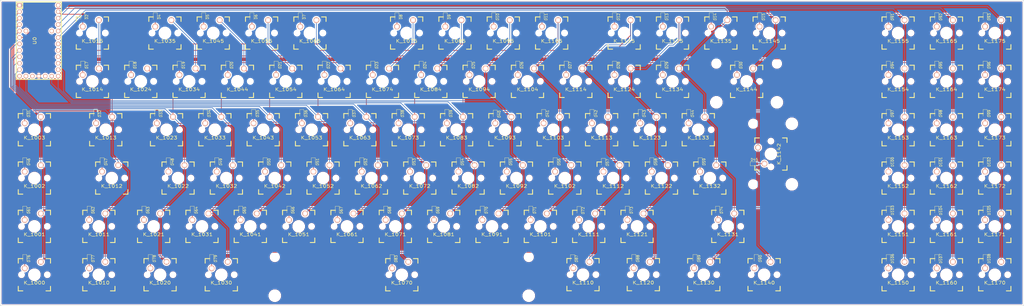
<source format=kicad_pcb>
(kicad_pcb (version 20171130) (host pcbnew "(5.0.0-rc2-dev-172-g17c0917da)")

  (general
    (thickness 1.6)
    (drawings 7)
    (tracks 680)
    (zones 0)
    (modules 195)
    (nets 128)
  )

  (page A3)
  (layers
    (0 F.Cu signal)
    (31 B.Cu signal)
    (32 B.Adhes user)
    (33 F.Adhes user)
    (34 B.Paste user)
    (35 F.Paste user)
    (36 B.SilkS user)
    (37 F.SilkS user)
    (38 B.Mask user)
    (39 F.Mask user)
    (40 Dwgs.User user)
    (41 Cmts.User user)
    (42 Eco1.User user)
    (43 Eco2.User user)
    (44 Edge.Cuts user)
    (45 Margin user)
    (46 B.CrtYd user)
    (47 F.CrtYd user)
    (48 B.Fab user)
    (49 F.Fab user)
  )

  (setup
    (last_trace_width 0.25)
    (trace_clearance 0.2)
    (zone_clearance 0.508)
    (zone_45_only no)
    (trace_min 0.2)
    (segment_width 0.2)
    (edge_width 0.15)
    (via_size 0.8)
    (via_drill 0.4)
    (via_min_size 0.4)
    (via_min_drill 0.3)
    (uvia_size 0.3)
    (uvia_drill 0.1)
    (uvias_allowed no)
    (uvia_min_size 0.2)
    (uvia_min_drill 0.1)
    (pcb_text_width 0.3)
    (pcb_text_size 1.5 1.5)
    (mod_edge_width 0.15)
    (mod_text_size 1 1)
    (mod_text_width 0.15)
    (pad_size 1.524 1.524)
    (pad_drill 0.762)
    (pad_to_mask_clearance 0.2)
    (aux_axis_origin 0 0)
    (visible_elements FFFFFF7F)
    (pcbplotparams
      (layerselection 0x010fc_ffffffff)
      (usegerberextensions false)
      (usegerberattributes false)
      (usegerberadvancedattributes false)
      (creategerberjobfile false)
      (excludeedgelayer true)
      (linewidth 0.100000)
      (plotframeref false)
      (viasonmask false)
      (mode 1)
      (useauxorigin false)
      (hpglpennumber 1)
      (hpglpenspeed 20)
      (hpglpendiameter 15)
      (psnegative false)
      (psa4output false)
      (plotreference true)
      (plotvalue true)
      (plotinvisibletext false)
      (padsonsilk false)
      (subtractmaskfromsilk false)
      (outputformat 1)
      (mirror false)
      (drillshape 1)
      (scaleselection 1)
      (outputdirectory gerbers/))
  )

  (net 0 "")
  (net 1 /row0)
  (net 2 /row1)
  (net 3 /row2)
  (net 4 /row3)
  (net 5 /col1)
  (net 6 /col4)
  (net 7 /col5)
  (net 8 /col6)
  (net 9 /col7)
  (net 10 /col2)
  (net 11 /col3)
  (net 12 /col9)
  (net 13 "Net-(U0-Pad16)")
  (net 14 /col8)
  (net 15 /col10)
  (net 16 /col11)
  (net 17 /row4)
  (net 18 /row5)
  (net 19 /col0)
  (net 20 /col17)
  (net 21 /col16)
  (net 22 /col15)
  (net 23 /col14)
  (net 24 /col13)
  (net 25 "Net-(U0-Pad29)")
  (net 26 "Net-(U0-Pad30)")
  (net 27 /col12)
  (net 28 "Net-(D104-Pad2)")
  (net 29 "Net-(D31-Pad2)")
  (net 30 "Net-(D61-Pad2)")
  (net 31 "Net-(D92-Pad2)")
  (net 32 "Net-(D108-Pad2)")
  (net 33 "Net-(D96-Pad2)")
  (net 34 "Net-(D91-Pad2)")
  (net 35 "Net-(D99-Pad2)")
  (net 36 "Net-(D106-Pad2)")
  (net 37 "Net-(D94-Pad2)")
  (net 38 "Net-(D95-Pad2)")
  (net 39 "Net-(D90-Pad2)")
  (net 40 "Net-(D74-Pad2)")
  (net 41 "Net-(D88-Pad2)")
  (net 42 "Net-(D87-Pad2)")
  (net 43 "Net-(D83-Pad2)")
  (net 44 "Net-(D79-Pad2)")
  (net 45 "Net-(D78-Pad2)")
  (net 46 "Net-(D77-Pad2)")
  (net 47 "Net-(D18-Pad2)")
  (net 48 "Net-(D59-Pad2)")
  (net 49 "Net-(D73-Pad2)")
  (net 50 "Net-(D72-Pad2)")
  (net 51 "Net-(D71-Pad2)")
  (net 52 "Net-(D70-Pad2)")
  (net 53 "Net-(D69-Pad2)")
  (net 54 "Net-(D68-Pad2)")
  (net 55 "Net-(D67-Pad2)")
  (net 56 "Net-(D66-Pad2)")
  (net 57 "Net-(D65-Pad2)")
  (net 58 "Net-(D64-Pad2)")
  (net 59 "Net-(D63-Pad2)")
  (net 60 "Net-(D62-Pad2)")
  (net 61 "Net-(D45-Pad2)")
  (net 62 "Net-(D58-Pad2)")
  (net 63 "Net-(D57-Pad2)")
  (net 64 "Net-(D56-Pad2)")
  (net 65 "Net-(D55-Pad2)")
  (net 66 "Net-(D54-Pad2)")
  (net 67 "Net-(D53-Pad2)")
  (net 68 "Net-(D52-Pad2)")
  (net 69 "Net-(D51-Pad2)")
  (net 70 "Net-(D50-Pad2)")
  (net 71 "Net-(D49-Pad2)")
  (net 72 "Net-(D48-Pad2)")
  (net 73 "Net-(D47-Pad2)")
  (net 74 "Net-(D30-Pad2)")
  (net 75 "Net-(D101-Pad2)")
  (net 76 "Net-(D43-Pad2)")
  (net 77 "Net-(D42-Pad2)")
  (net 78 "Net-(D41-Pad2)")
  (net 79 "Net-(D40-Pad2)")
  (net 80 "Net-(D39-Pad2)")
  (net 81 "Net-(D38-Pad2)")
  (net 82 "Net-(D37-Pad2)")
  (net 83 "Net-(D36-Pad2)")
  (net 84 "Net-(D35-Pad2)")
  (net 85 "Net-(D34-Pad2)")
  (net 86 "Net-(D33-Pad2)")
  (net 87 "Net-(D32-Pad2)")
  (net 88 "Net-(D15-Pad2)")
  (net 89 "Net-(D29-Pad2)")
  (net 90 "Net-(D28-Pad2)")
  (net 91 "Net-(D27-Pad2)")
  (net 92 "Net-(D26-Pad2)")
  (net 93 "Net-(D25-Pad2)")
  (net 94 "Net-(D24-Pad2)")
  (net 95 "Net-(D23-Pad2)")
  (net 96 "Net-(D22-Pad2)")
  (net 97 "Net-(D21-Pad2)")
  (net 98 "Net-(D20-Pad2)")
  (net 99 "Net-(D19-Pad2)")
  (net 100 "Net-(D44-Pad2)")
  (net 101 "Net-(D89-Pad2)")
  (net 102 "Net-(D100-Pad2)")
  (net 103 "Net-(D14-Pad2)")
  (net 104 "Net-(D13-Pad2)")
  (net 105 "Net-(D12-Pad2)")
  (net 106 "Net-(D11-Pad2)")
  (net 107 "Net-(D10-Pad2)")
  (net 108 "Net-(D9-Pad2)")
  (net 109 "Net-(D8-Pad2)")
  (net 110 "Net-(D7-Pad2)")
  (net 111 "Net-(D6-Pad2)")
  (net 112 "Net-(D5-Pad2)")
  (net 113 "Net-(D4-Pad2)")
  (net 114 "Net-(D17-Pad2)")
  (net 115 "Net-(D2-Pad2)")
  (net 116 "Net-(D102-Pad2)")
  (net 117 "Net-(D103-Pad2)")
  (net 118 "Net-(D105-Pad2)")
  (net 119 "Net-(D93-Pad2)")
  (net 120 "Net-(D46-Pad2)")
  (net 121 "Net-(D97-Pad2)")
  (net 122 "Net-(D107-Pad2)")
  (net 123 "Net-(D98-Pad2)")
  (net 124 "Net-(D76-Pad2)")
  (net 125 GND)
  (net 126 VCC)
  (net 127 "Net-(U0-Pad31)")

  (net_class Default "This is the default net class."
    (clearance 0.2)
    (trace_width 0.25)
    (via_dia 0.8)
    (via_drill 0.4)
    (uvia_dia 0.3)
    (uvia_drill 0.1)
    (add_net /col0)
    (add_net /col1)
    (add_net /col10)
    (add_net /col11)
    (add_net /col12)
    (add_net /col13)
    (add_net /col14)
    (add_net /col15)
    (add_net /col16)
    (add_net /col17)
    (add_net /col2)
    (add_net /col3)
    (add_net /col4)
    (add_net /col5)
    (add_net /col6)
    (add_net /col7)
    (add_net /col8)
    (add_net /col9)
    (add_net /row0)
    (add_net /row1)
    (add_net /row2)
    (add_net /row3)
    (add_net /row4)
    (add_net /row5)
    (add_net GND)
    (add_net "Net-(D10-Pad2)")
    (add_net "Net-(D100-Pad2)")
    (add_net "Net-(D101-Pad2)")
    (add_net "Net-(D102-Pad2)")
    (add_net "Net-(D103-Pad2)")
    (add_net "Net-(D104-Pad2)")
    (add_net "Net-(D105-Pad2)")
    (add_net "Net-(D106-Pad2)")
    (add_net "Net-(D107-Pad2)")
    (add_net "Net-(D108-Pad2)")
    (add_net "Net-(D11-Pad2)")
    (add_net "Net-(D12-Pad2)")
    (add_net "Net-(D13-Pad2)")
    (add_net "Net-(D14-Pad2)")
    (add_net "Net-(D15-Pad2)")
    (add_net "Net-(D17-Pad2)")
    (add_net "Net-(D18-Pad2)")
    (add_net "Net-(D19-Pad2)")
    (add_net "Net-(D2-Pad2)")
    (add_net "Net-(D20-Pad2)")
    (add_net "Net-(D21-Pad2)")
    (add_net "Net-(D22-Pad2)")
    (add_net "Net-(D23-Pad2)")
    (add_net "Net-(D24-Pad2)")
    (add_net "Net-(D25-Pad2)")
    (add_net "Net-(D26-Pad2)")
    (add_net "Net-(D27-Pad2)")
    (add_net "Net-(D28-Pad2)")
    (add_net "Net-(D29-Pad2)")
    (add_net "Net-(D30-Pad2)")
    (add_net "Net-(D31-Pad2)")
    (add_net "Net-(D32-Pad2)")
    (add_net "Net-(D33-Pad2)")
    (add_net "Net-(D34-Pad2)")
    (add_net "Net-(D35-Pad2)")
    (add_net "Net-(D36-Pad2)")
    (add_net "Net-(D37-Pad2)")
    (add_net "Net-(D38-Pad2)")
    (add_net "Net-(D39-Pad2)")
    (add_net "Net-(D4-Pad2)")
    (add_net "Net-(D40-Pad2)")
    (add_net "Net-(D41-Pad2)")
    (add_net "Net-(D42-Pad2)")
    (add_net "Net-(D43-Pad2)")
    (add_net "Net-(D44-Pad2)")
    (add_net "Net-(D45-Pad2)")
    (add_net "Net-(D46-Pad2)")
    (add_net "Net-(D47-Pad2)")
    (add_net "Net-(D48-Pad2)")
    (add_net "Net-(D49-Pad2)")
    (add_net "Net-(D5-Pad2)")
    (add_net "Net-(D50-Pad2)")
    (add_net "Net-(D51-Pad2)")
    (add_net "Net-(D52-Pad2)")
    (add_net "Net-(D53-Pad2)")
    (add_net "Net-(D54-Pad2)")
    (add_net "Net-(D55-Pad2)")
    (add_net "Net-(D56-Pad2)")
    (add_net "Net-(D57-Pad2)")
    (add_net "Net-(D58-Pad2)")
    (add_net "Net-(D59-Pad2)")
    (add_net "Net-(D6-Pad2)")
    (add_net "Net-(D61-Pad2)")
    (add_net "Net-(D62-Pad2)")
    (add_net "Net-(D63-Pad2)")
    (add_net "Net-(D64-Pad2)")
    (add_net "Net-(D65-Pad2)")
    (add_net "Net-(D66-Pad2)")
    (add_net "Net-(D67-Pad2)")
    (add_net "Net-(D68-Pad2)")
    (add_net "Net-(D69-Pad2)")
    (add_net "Net-(D7-Pad2)")
    (add_net "Net-(D70-Pad2)")
    (add_net "Net-(D71-Pad2)")
    (add_net "Net-(D72-Pad2)")
    (add_net "Net-(D73-Pad2)")
    (add_net "Net-(D74-Pad2)")
    (add_net "Net-(D76-Pad2)")
    (add_net "Net-(D77-Pad2)")
    (add_net "Net-(D78-Pad2)")
    (add_net "Net-(D79-Pad2)")
    (add_net "Net-(D8-Pad2)")
    (add_net "Net-(D83-Pad2)")
    (add_net "Net-(D87-Pad2)")
    (add_net "Net-(D88-Pad2)")
    (add_net "Net-(D89-Pad2)")
    (add_net "Net-(D9-Pad2)")
    (add_net "Net-(D90-Pad2)")
    (add_net "Net-(D91-Pad2)")
    (add_net "Net-(D92-Pad2)")
    (add_net "Net-(D93-Pad2)")
    (add_net "Net-(D94-Pad2)")
    (add_net "Net-(D95-Pad2)")
    (add_net "Net-(D96-Pad2)")
    (add_net "Net-(D97-Pad2)")
    (add_net "Net-(D98-Pad2)")
    (add_net "Net-(D99-Pad2)")
    (add_net "Net-(U0-Pad16)")
    (add_net "Net-(U0-Pad29)")
    (add_net "Net-(U0-Pad30)")
    (add_net "Net-(U0-Pad31)")
    (add_net VCC)
  )

  (module Keyboard:CHERRY_PCB_100H (layer F.Cu) (tedit 549A0505) (tstamp 5AA792A2)
    (at 154.03 69.23)
    (path /5AA9CEDC)
    (fp_text reference K_1063 (at 0 3.175) (layer F.SilkS)
      (effects (font (size 1.27 1.524) (thickness 0.2032)))
    )
    (fp_text value KEYSW (at 0 5.08) (layer F.SilkS) hide
      (effects (font (size 1.27 1.524) (thickness 0.2032)))
    )
    (fp_line (start -6.985 6.985) (end -6.985 -6.985) (layer Eco2.User) (width 0.1524))
    (fp_line (start 6.985 6.985) (end -6.985 6.985) (layer Eco2.User) (width 0.1524))
    (fp_line (start 6.985 -6.985) (end 6.985 6.985) (layer Eco2.User) (width 0.1524))
    (fp_line (start -6.985 -6.985) (end 6.985 -6.985) (layer Eco2.User) (width 0.1524))
    (fp_line (start -6.35 -4.572) (end -6.35 -6.35) (layer F.SilkS) (width 0.381))
    (fp_line (start -6.35 6.35) (end -6.35 4.572) (layer F.SilkS) (width 0.381))
    (fp_line (start -4.572 6.35) (end -6.35 6.35) (layer F.SilkS) (width 0.381))
    (fp_line (start 6.35 6.35) (end 4.572 6.35) (layer F.SilkS) (width 0.381))
    (fp_line (start 6.35 4.572) (end 6.35 6.35) (layer F.SilkS) (width 0.381))
    (fp_line (start 6.35 -6.35) (end 6.35 -4.572) (layer F.SilkS) (width 0.381))
    (fp_line (start 4.572 -6.35) (end 6.35 -6.35) (layer F.SilkS) (width 0.381))
    (fp_line (start -6.35 -6.35) (end -4.572 -6.35) (layer F.SilkS) (width 0.381))
    (fp_line (start -9.398 9.398) (end -9.398 -9.398) (layer Dwgs.User) (width 0.1524))
    (fp_line (start 9.398 9.398) (end -9.398 9.398) (layer Dwgs.User) (width 0.1524))
    (fp_line (start 9.398 -9.398) (end 9.398 9.398) (layer Dwgs.User) (width 0.1524))
    (fp_line (start -9.398 -9.398) (end 9.398 -9.398) (layer Dwgs.User) (width 0.1524))
    (fp_line (start -6.35 6.35) (end -6.35 -6.35) (layer Cmts.User) (width 0.1524))
    (fp_line (start 6.35 6.35) (end -6.35 6.35) (layer Cmts.User) (width 0.1524))
    (fp_line (start 6.35 -6.35) (end 6.35 6.35) (layer Cmts.User) (width 0.1524))
    (fp_line (start -6.35 -6.35) (end 6.35 -6.35) (layer Cmts.User) (width 0.1524))
    (fp_text user 1.00u (at -5.715 8.255) (layer Dwgs.User)
      (effects (font (size 1.524 1.524) (thickness 0.3048)))
    )
    (pad HOLE np_thru_hole circle (at 5.08 0) (size 1.7018 1.7018) (drill 1.7018) (layers *.Cu))
    (pad HOLE np_thru_hole circle (at -5.08 0) (size 1.7018 1.7018) (drill 1.7018) (layers *.Cu))
    (pad HOLE np_thru_hole circle (at 0 0) (size 3.9878 3.9878) (drill 3.9878) (layers *.Cu))
    (pad 2 thru_hole circle (at -3.81 -2.54) (size 2.286 2.286) (drill 1.4986) (layers *.Cu *.SilkS *.Mask)
      (net 82 "Net-(D37-Pad2)"))
    (pad 1 thru_hole circle (at 2.54 -5.08) (size 2.286 2.286) (drill 1.4986) (layers *.Cu *.SilkS *.Mask)
      (net 8 /col6))
  )

  (module Keyboard:CHERRY_PCB_100H (layer F.Cu) (tedit 549A0505) (tstamp 5AA791B2)
    (at 172.445 31.13)
    (path /5AA9CF2A)
    (fp_text reference K_1075 (at 0 3.175) (layer F.SilkS)
      (effects (font (size 1.27 1.524) (thickness 0.2032)))
    )
    (fp_text value KEYSW (at 0 5.08) (layer F.SilkS) hide
      (effects (font (size 1.27 1.524) (thickness 0.2032)))
    )
    (fp_line (start -6.985 6.985) (end -6.985 -6.985) (layer Eco2.User) (width 0.1524))
    (fp_line (start 6.985 6.985) (end -6.985 6.985) (layer Eco2.User) (width 0.1524))
    (fp_line (start 6.985 -6.985) (end 6.985 6.985) (layer Eco2.User) (width 0.1524))
    (fp_line (start -6.985 -6.985) (end 6.985 -6.985) (layer Eco2.User) (width 0.1524))
    (fp_line (start -6.35 -4.572) (end -6.35 -6.35) (layer F.SilkS) (width 0.381))
    (fp_line (start -6.35 6.35) (end -6.35 4.572) (layer F.SilkS) (width 0.381))
    (fp_line (start -4.572 6.35) (end -6.35 6.35) (layer F.SilkS) (width 0.381))
    (fp_line (start 6.35 6.35) (end 4.572 6.35) (layer F.SilkS) (width 0.381))
    (fp_line (start 6.35 4.572) (end 6.35 6.35) (layer F.SilkS) (width 0.381))
    (fp_line (start 6.35 -6.35) (end 6.35 -4.572) (layer F.SilkS) (width 0.381))
    (fp_line (start 4.572 -6.35) (end 6.35 -6.35) (layer F.SilkS) (width 0.381))
    (fp_line (start -6.35 -6.35) (end -4.572 -6.35) (layer F.SilkS) (width 0.381))
    (fp_line (start -9.398 9.398) (end -9.398 -9.398) (layer Dwgs.User) (width 0.1524))
    (fp_line (start 9.398 9.398) (end -9.398 9.398) (layer Dwgs.User) (width 0.1524))
    (fp_line (start 9.398 -9.398) (end 9.398 9.398) (layer Dwgs.User) (width 0.1524))
    (fp_line (start -9.398 -9.398) (end 9.398 -9.398) (layer Dwgs.User) (width 0.1524))
    (fp_line (start -6.35 6.35) (end -6.35 -6.35) (layer Cmts.User) (width 0.1524))
    (fp_line (start 6.35 6.35) (end -6.35 6.35) (layer Cmts.User) (width 0.1524))
    (fp_line (start 6.35 -6.35) (end 6.35 6.35) (layer Cmts.User) (width 0.1524))
    (fp_line (start -6.35 -6.35) (end 6.35 -6.35) (layer Cmts.User) (width 0.1524))
    (fp_text user 1.00u (at -5.715 8.255) (layer Dwgs.User)
      (effects (font (size 1.524 1.524) (thickness 0.3048)))
    )
    (pad HOLE np_thru_hole circle (at 5.08 0) (size 1.7018 1.7018) (drill 1.7018) (layers *.Cu))
    (pad HOLE np_thru_hole circle (at -5.08 0) (size 1.7018 1.7018) (drill 1.7018) (layers *.Cu))
    (pad HOLE np_thru_hole circle (at 0 0) (size 3.9878 3.9878) (drill 3.9878) (layers *.Cu))
    (pad 2 thru_hole circle (at -3.81 -2.54) (size 2.286 2.286) (drill 1.4986) (layers *.Cu *.SilkS *.Mask)
      (net 109 "Net-(D8-Pad2)"))
    (pad 1 thru_hole circle (at 2.54 -5.08) (size 2.286 2.286) (drill 1.4986) (layers *.Cu *.SilkS *.Mask)
      (net 9 /col7))
  )

  (module Keyboard:CHERRY_PCB_200V (layer F.Cu) (tedit 4FDE2A7B) (tstamp 5AAC7651)
    (at 316 78.81)
    (path /5ABB81DD)
    (fp_text reference K_1142 (at 3.175 0 90) (layer F.SilkS)
      (effects (font (size 1.27 1.524) (thickness 0.2032)))
    )
    (fp_text value KEYSW (at 0 5.08 90) (layer F.SilkS) hide
      (effects (font (size 1.27 1.524) (thickness 0.2032)))
    )
    (fp_text user 2.00u (at -5.715 17.78) (layer Dwgs.User)
      (effects (font (size 1.524 1.524) (thickness 0.3048)))
    )
    (fp_line (start -6.35 6.35) (end -6.35 -6.35) (layer Cmts.User) (width 0.1524))
    (fp_line (start -6.35 -6.35) (end 6.35 -6.35) (layer Cmts.User) (width 0.1524))
    (fp_line (start 6.35 -6.35) (end 6.35 6.35) (layer Cmts.User) (width 0.1524))
    (fp_line (start 6.35 6.35) (end -6.35 6.35) (layer Cmts.User) (width 0.1524))
    (fp_line (start -9.398 18.923) (end -9.398 -18.923) (layer Dwgs.User) (width 0.1524))
    (fp_line (start -9.398 -18.923) (end 9.398 -18.923) (layer Dwgs.User) (width 0.1524))
    (fp_line (start 9.398 -18.923) (end 9.398 18.923) (layer Dwgs.User) (width 0.1524))
    (fp_line (start 9.398 18.923) (end -9.398 18.923) (layer Dwgs.User) (width 0.1524))
    (fp_line (start -6.35 -6.35) (end -4.572 -6.35) (layer F.SilkS) (width 0.381))
    (fp_line (start 4.572 -6.35) (end 6.35 -6.35) (layer F.SilkS) (width 0.381))
    (fp_line (start 6.35 -6.35) (end 6.35 -4.572) (layer F.SilkS) (width 0.381))
    (fp_line (start 6.35 4.572) (end 6.35 6.35) (layer F.SilkS) (width 0.381))
    (fp_line (start 6.35 6.35) (end 4.572 6.35) (layer F.SilkS) (width 0.381))
    (fp_line (start -4.572 6.35) (end -6.35 6.35) (layer F.SilkS) (width 0.381))
    (fp_line (start -6.35 6.35) (end -6.35 4.572) (layer F.SilkS) (width 0.381))
    (fp_line (start -6.35 -4.572) (end -6.35 -6.35) (layer F.SilkS) (width 0.381))
    (fp_line (start -6.985 6.985) (end -6.985 -6.985) (layer Eco2.User) (width 0.1524))
    (fp_line (start -6.985 -6.985) (end -4.8768 -6.985) (layer Eco2.User) (width 0.1524))
    (fp_line (start -4.8768 -6.985) (end -4.8768 -8.6106) (layer Eco2.User) (width 0.1524))
    (fp_line (start -4.8768 -8.6106) (end -5.6896 -8.6106) (layer Eco2.User) (width 0.1524))
    (fp_line (start -5.6896 -8.6106) (end -5.6896 -15.2654) (layer Eco2.User) (width 0.1524))
    (fp_line (start -5.6896 -15.2654) (end -2.286 -15.2654) (layer Eco2.User) (width 0.1524))
    (fp_line (start -2.286 -15.2654) (end -2.286 -16.129) (layer Eco2.User) (width 0.1524))
    (fp_line (start -2.286 -16.129) (end 0.508 -16.129) (layer Eco2.User) (width 0.1524))
    (fp_line (start 0.508 -16.129) (end 0.508 -15.2654) (layer Eco2.User) (width 0.1524))
    (fp_line (start 0.508 -15.2654) (end 6.604 -15.2654) (layer Eco2.User) (width 0.1524))
    (fp_line (start 6.604 -15.2654) (end 6.604 -14.224) (layer Eco2.User) (width 0.1524))
    (fp_line (start 6.604 -14.224) (end 7.7724 -14.224) (layer Eco2.User) (width 0.1524))
    (fp_line (start 7.7724 -14.224) (end 7.7724 -9.652) (layer Eco2.User) (width 0.1524))
    (fp_line (start 7.7724 -9.652) (end 6.604 -9.652) (layer Eco2.User) (width 0.1524))
    (fp_line (start 6.604 -9.652) (end 6.604 -8.6106) (layer Eco2.User) (width 0.1524))
    (fp_line (start 6.604 -8.6106) (end 5.8166 -8.6106) (layer Eco2.User) (width 0.1524))
    (fp_line (start 5.8166 -8.6106) (end 5.8166 -6.985) (layer Eco2.User) (width 0.1524))
    (fp_line (start 5.8166 -6.985) (end 6.985 -6.985) (layer Eco2.User) (width 0.1524))
    (fp_line (start 6.985 -6.985) (end 6.985 6.985) (layer Eco2.User) (width 0.1524))
    (fp_line (start 6.985 6.985) (end 5.8166 6.985) (layer Eco2.User) (width 0.1524))
    (fp_line (start 5.8166 6.985) (end 5.8166 8.6106) (layer Eco2.User) (width 0.1524))
    (fp_line (start 5.8166 8.6106) (end 6.604 8.6106) (layer Eco2.User) (width 0.1524))
    (fp_line (start 6.604 8.6106) (end 6.604 9.652) (layer Eco2.User) (width 0.1524))
    (fp_line (start 6.604 9.652) (end 7.7724 9.652) (layer Eco2.User) (width 0.1524))
    (fp_line (start 7.7724 9.652) (end 7.7724 14.224) (layer Eco2.User) (width 0.1524))
    (fp_line (start 7.7724 14.224) (end 6.604 14.224) (layer Eco2.User) (width 0.1524))
    (fp_line (start 6.604 14.224) (end 6.604 15.2654) (layer Eco2.User) (width 0.1524))
    (fp_line (start 6.604 15.2654) (end 0.508 15.2654) (layer Eco2.User) (width 0.1524))
    (fp_line (start 0.508 15.2654) (end 0.508 16.129) (layer Eco2.User) (width 0.1524))
    (fp_line (start 0.508 16.129) (end -2.286 16.129) (layer Eco2.User) (width 0.1524))
    (fp_line (start -2.286 16.129) (end -2.286 15.2654) (layer Eco2.User) (width 0.1524))
    (fp_line (start -2.286 15.2654) (end -5.6896 15.2654) (layer Eco2.User) (width 0.1524))
    (fp_line (start -5.6896 15.2654) (end -5.6896 8.6106) (layer Eco2.User) (width 0.1524))
    (fp_line (start -5.6896 8.6106) (end -4.8768 8.6106) (layer Eco2.User) (width 0.1524))
    (fp_line (start -4.8768 8.6106) (end -4.8768 6.985) (layer Eco2.User) (width 0.1524))
    (fp_line (start -4.8768 6.985) (end -6.985 6.985) (layer Eco2.User) (width 0.1524))
    (fp_line (start -7.62 -15.367) (end -7.62 -8.509) (layer Cmts.User) (width 0.1524))
    (fp_line (start -7.62 -8.509) (end 7.62 -8.509) (layer Cmts.User) (width 0.1524))
    (fp_line (start 7.62 -8.509) (end 7.62 8.509) (layer Cmts.User) (width 0.1524))
    (fp_line (start 7.62 8.509) (end -7.62 8.509) (layer Cmts.User) (width 0.1524))
    (fp_line (start -7.62 8.509) (end -7.62 15.367) (layer Cmts.User) (width 0.1524))
    (fp_line (start -7.62 15.367) (end 10.16 15.367) (layer Cmts.User) (width 0.1524))
    (fp_line (start 10.16 15.367) (end 10.16 -15.367) (layer Cmts.User) (width 0.1524))
    (fp_line (start 10.16 -15.367) (end -7.62 -15.367) (layer Cmts.User) (width 0.1524))
    (pad 1 thru_hole circle (at -5.08 -2.54 90) (size 2.286 2.286) (drill 1.4986) (layers *.Cu *.SilkS *.Mask)
      (net 23 /col14))
    (pad 2 thru_hole circle (at -2.54 3.81 90) (size 2.286 2.286) (drill 1.4986) (layers *.Cu *.SilkS *.Mask)
      (net 61 "Net-(D45-Pad2)"))
    (pad HOLE np_thru_hole circle (at 0 0 90) (size 3.9878 3.9878) (drill 3.9878) (layers *.Cu))
    (pad HOLE np_thru_hole circle (at 0 5.08 90) (size 1.7018 1.7018) (drill 1.7018) (layers *.Cu))
    (pad HOLE np_thru_hole circle (at 0 -5.08 90) (size 1.7018 1.7018) (drill 1.7018) (layers *.Cu))
    (pad HOLE np_thru_hole circle (at -6.985 11.938 90) (size 3.048 3.048) (drill 3.048) (layers *.Cu))
    (pad HOLE np_thru_hole circle (at -6.985 -11.938 90) (size 3.048 3.048) (drill 3.048) (layers *.Cu))
    (pad HOLE np_thru_hole circle (at 8.255 11.938 90) (size 3.9878 3.9878) (drill 3.9878) (layers *.Cu))
    (pad HOLE np_thru_hole circle (at 8.255 -11.938 90) (size 3.9878 3.9878) (drill 3.9878) (layers *.Cu))
  )

  (module Keyboard:CHERRY_PCB_125H (layer F.Cu) (tedit 549A051E) (tstamp 5AA97376)
    (at 241.95 126.34)
    (path /5AA9D144)
    (fp_text reference K_1110 (at 0 3.175) (layer F.SilkS)
      (effects (font (size 1.27 1.524) (thickness 0.2032)))
    )
    (fp_text value KEYSW (at 0 5.08) (layer F.SilkS) hide
      (effects (font (size 1.27 1.524) (thickness 0.2032)))
    )
    (fp_line (start -6.985 6.985) (end -6.985 -6.985) (layer Eco2.User) (width 0.1524))
    (fp_line (start 6.985 6.985) (end -6.985 6.985) (layer Eco2.User) (width 0.1524))
    (fp_line (start 6.985 -6.985) (end 6.985 6.985) (layer Eco2.User) (width 0.1524))
    (fp_line (start -6.985 -6.985) (end 6.985 -6.985) (layer Eco2.User) (width 0.1524))
    (fp_line (start -6.35 -4.572) (end -6.35 -6.35) (layer F.SilkS) (width 0.381))
    (fp_line (start -6.35 6.35) (end -6.35 4.572) (layer F.SilkS) (width 0.381))
    (fp_line (start -4.572 6.35) (end -6.35 6.35) (layer F.SilkS) (width 0.381))
    (fp_line (start 6.35 6.35) (end 4.572 6.35) (layer F.SilkS) (width 0.381))
    (fp_line (start 6.35 4.572) (end 6.35 6.35) (layer F.SilkS) (width 0.381))
    (fp_line (start 6.35 -6.35) (end 6.35 -4.572) (layer F.SilkS) (width 0.381))
    (fp_line (start 4.572 -6.35) (end 6.35 -6.35) (layer F.SilkS) (width 0.381))
    (fp_line (start -6.35 -6.35) (end -4.572 -6.35) (layer F.SilkS) (width 0.381))
    (fp_line (start -11.78052 9.398) (end -11.78052 -9.398) (layer Dwgs.User) (width 0.1524))
    (fp_line (start 11.78052 9.398) (end -11.78052 9.398) (layer Dwgs.User) (width 0.1524))
    (fp_line (start 11.78052 -9.398) (end 11.78052 9.398) (layer Dwgs.User) (width 0.1524))
    (fp_line (start -11.78052 -9.398) (end 11.78052 -9.398) (layer Dwgs.User) (width 0.1524))
    (fp_line (start -6.35 6.35) (end -6.35 -6.35) (layer Cmts.User) (width 0.1524))
    (fp_line (start 6.35 6.35) (end -6.35 6.35) (layer Cmts.User) (width 0.1524))
    (fp_line (start 6.35 -6.35) (end 6.35 6.35) (layer Cmts.User) (width 0.1524))
    (fp_line (start -6.35 -6.35) (end 6.35 -6.35) (layer Cmts.User) (width 0.1524))
    (fp_text user 1.25u (at -8.09752 8.255) (layer Dwgs.User)
      (effects (font (size 1.524 1.524) (thickness 0.3048)))
    )
    (pad HOLE np_thru_hole circle (at 5.08 0) (size 1.7018 1.7018) (drill 1.7018) (layers *.Cu))
    (pad HOLE np_thru_hole circle (at -5.08 0) (size 1.7018 1.7018) (drill 1.7018) (layers *.Cu))
    (pad HOLE np_thru_hole circle (at 0 0) (size 3.9878 3.9878) (drill 3.9878) (layers *.Cu))
    (pad 2 thru_hole circle (at -3.81 -2.54) (size 2.286 2.286) (drill 1.4986) (layers *.Cu *.SilkS *.Mask)
      (net 42 "Net-(D87-Pad2)"))
    (pad 1 thru_hole circle (at 2.54 -5.08) (size 2.286 2.286) (drill 1.4986) (layers *.Cu *.SilkS *.Mask)
      (net 16 /col11))
  )

  (module Keyboard:CHERRY_PCB_200H (layer F.Cu) (tedit 4FDE2A7B) (tstamp 5AAB662C)
    (at 306.43 50.18)
    (path /5ABB81CD)
    (fp_text reference K_1144 (at 0 3.175) (layer F.SilkS)
      (effects (font (size 1.27 1.524) (thickness 0.2032)))
    )
    (fp_text value KEYSW (at 0 5.08) (layer F.SilkS) hide
      (effects (font (size 1.27 1.524) (thickness 0.2032)))
    )
    (fp_text user 2.00u (at -15.24 8.255) (layer Dwgs.User)
      (effects (font (size 1.524 1.524) (thickness 0.3048)))
    )
    (fp_line (start -6.35 -6.35) (end 6.35 -6.35) (layer Cmts.User) (width 0.1524))
    (fp_line (start 6.35 -6.35) (end 6.35 6.35) (layer Cmts.User) (width 0.1524))
    (fp_line (start 6.35 6.35) (end -6.35 6.35) (layer Cmts.User) (width 0.1524))
    (fp_line (start -6.35 6.35) (end -6.35 -6.35) (layer Cmts.User) (width 0.1524))
    (fp_line (start -18.923 -9.398) (end 18.923 -9.398) (layer Dwgs.User) (width 0.1524))
    (fp_line (start 18.923 -9.398) (end 18.923 9.398) (layer Dwgs.User) (width 0.1524))
    (fp_line (start 18.923 9.398) (end -18.923 9.398) (layer Dwgs.User) (width 0.1524))
    (fp_line (start -18.923 9.398) (end -18.923 -9.398) (layer Dwgs.User) (width 0.1524))
    (fp_line (start -6.35 -6.35) (end -4.572 -6.35) (layer F.SilkS) (width 0.381))
    (fp_line (start 4.572 -6.35) (end 6.35 -6.35) (layer F.SilkS) (width 0.381))
    (fp_line (start 6.35 -6.35) (end 6.35 -4.572) (layer F.SilkS) (width 0.381))
    (fp_line (start 6.35 4.572) (end 6.35 6.35) (layer F.SilkS) (width 0.381))
    (fp_line (start 6.35 6.35) (end 4.572 6.35) (layer F.SilkS) (width 0.381))
    (fp_line (start -4.572 6.35) (end -6.35 6.35) (layer F.SilkS) (width 0.381))
    (fp_line (start -6.35 6.35) (end -6.35 4.572) (layer F.SilkS) (width 0.381))
    (fp_line (start -6.35 -4.572) (end -6.35 -6.35) (layer F.SilkS) (width 0.381))
    (fp_line (start -6.985 -6.985) (end 6.985 -6.985) (layer Eco2.User) (width 0.1524))
    (fp_line (start 6.985 -6.985) (end 6.985 -4.8768) (layer Eco2.User) (width 0.1524))
    (fp_line (start 6.985 -4.8768) (end 8.6106 -4.8768) (layer Eco2.User) (width 0.1524))
    (fp_line (start 8.6106 -4.8768) (end 8.6106 -5.6896) (layer Eco2.User) (width 0.1524))
    (fp_line (start 8.6106 -5.6896) (end 15.2654 -5.6896) (layer Eco2.User) (width 0.1524))
    (fp_line (start 15.2654 -5.6896) (end 15.2654 -2.286) (layer Eco2.User) (width 0.1524))
    (fp_line (start 15.2654 -2.286) (end 16.129 -2.286) (layer Eco2.User) (width 0.1524))
    (fp_line (start 16.129 -2.286) (end 16.129 0.508) (layer Eco2.User) (width 0.1524))
    (fp_line (start 16.129 0.508) (end 15.2654 0.508) (layer Eco2.User) (width 0.1524))
    (fp_line (start 15.2654 0.508) (end 15.2654 6.604) (layer Eco2.User) (width 0.1524))
    (fp_line (start 15.2654 6.604) (end 14.224 6.604) (layer Eco2.User) (width 0.1524))
    (fp_line (start 14.224 6.604) (end 14.224 7.7724) (layer Eco2.User) (width 0.1524))
    (fp_line (start 14.224 7.7724) (end 9.652 7.7724) (layer Eco2.User) (width 0.1524))
    (fp_line (start 9.652 7.7724) (end 9.652 6.604) (layer Eco2.User) (width 0.1524))
    (fp_line (start 9.652 6.604) (end 8.6106 6.604) (layer Eco2.User) (width 0.1524))
    (fp_line (start 8.6106 6.604) (end 8.6106 5.8166) (layer Eco2.User) (width 0.1524))
    (fp_line (start 8.6106 5.8166) (end 6.985 5.8166) (layer Eco2.User) (width 0.1524))
    (fp_line (start 6.985 5.8166) (end 6.985 6.985) (layer Eco2.User) (width 0.1524))
    (fp_line (start 6.985 6.985) (end -6.985 6.985) (layer Eco2.User) (width 0.1524))
    (fp_line (start -6.985 6.985) (end -6.985 5.8166) (layer Eco2.User) (width 0.1524))
    (fp_line (start -6.985 5.8166) (end -8.6106 5.8166) (layer Eco2.User) (width 0.1524))
    (fp_line (start -8.6106 5.8166) (end -8.6106 6.604) (layer Eco2.User) (width 0.1524))
    (fp_line (start -8.6106 6.604) (end -9.652 6.604) (layer Eco2.User) (width 0.1524))
    (fp_line (start -9.652 6.604) (end -9.652 7.7724) (layer Eco2.User) (width 0.1524))
    (fp_line (start -9.652 7.7724) (end -14.224 7.7724) (layer Eco2.User) (width 0.1524))
    (fp_line (start -14.224 7.7724) (end -14.224 6.604) (layer Eco2.User) (width 0.1524))
    (fp_line (start -14.224 6.604) (end -15.2654 6.604) (layer Eco2.User) (width 0.1524))
    (fp_line (start -15.2654 6.604) (end -15.2654 0.508) (layer Eco2.User) (width 0.1524))
    (fp_line (start -15.2654 0.508) (end -16.129 0.508) (layer Eco2.User) (width 0.1524))
    (fp_line (start -16.129 0.508) (end -16.129 -2.286) (layer Eco2.User) (width 0.1524))
    (fp_line (start -16.129 -2.286) (end -15.2654 -2.286) (layer Eco2.User) (width 0.1524))
    (fp_line (start -15.2654 -2.286) (end -15.2654 -5.6896) (layer Eco2.User) (width 0.1524))
    (fp_line (start -15.2654 -5.6896) (end -8.6106 -5.6896) (layer Eco2.User) (width 0.1524))
    (fp_line (start -8.6106 -5.6896) (end -8.6106 -4.8768) (layer Eco2.User) (width 0.1524))
    (fp_line (start -8.6106 -4.8768) (end -6.985 -4.8768) (layer Eco2.User) (width 0.1524))
    (fp_line (start -6.985 -4.8768) (end -6.985 -6.985) (layer Eco2.User) (width 0.1524))
    (fp_line (start 15.367 -7.62) (end 8.509 -7.62) (layer Cmts.User) (width 0.1524))
    (fp_line (start 8.509 -7.62) (end 8.509 7.62) (layer Cmts.User) (width 0.1524))
    (fp_line (start 8.509 7.62) (end -8.509 7.62) (layer Cmts.User) (width 0.1524))
    (fp_line (start -8.509 7.62) (end -8.509 -7.62) (layer Cmts.User) (width 0.1524))
    (fp_line (start -8.509 -7.62) (end -15.367 -7.62) (layer Cmts.User) (width 0.1524))
    (fp_line (start -15.367 -7.62) (end -15.367 10.16) (layer Cmts.User) (width 0.1524))
    (fp_line (start -15.367 10.16) (end 15.367 10.16) (layer Cmts.User) (width 0.1524))
    (fp_line (start 15.367 10.16) (end 15.367 -7.62) (layer Cmts.User) (width 0.1524))
    (pad 1 thru_hole circle (at 2.54 -5.08) (size 2.286 2.286) (drill 1.4986) (layers *.Cu *.SilkS *.Mask)
      (net 23 /col14))
    (pad 2 thru_hole circle (at -3.81 -2.54) (size 2.286 2.286) (drill 1.4986) (layers *.Cu *.SilkS *.Mask)
      (net 74 "Net-(D30-Pad2)"))
    (pad HOLE np_thru_hole circle (at 0 0) (size 3.9878 3.9878) (drill 3.9878) (layers *.Cu))
    (pad HOLE np_thru_hole circle (at -5.08 0) (size 1.7018 1.7018) (drill 1.7018) (layers *.Cu))
    (pad HOLE np_thru_hole circle (at 5.08 0) (size 1.7018 1.7018) (drill 1.7018) (layers *.Cu))
    (pad HOLE np_thru_hole circle (at -11.938 -6.985) (size 3.048 3.048) (drill 3.048) (layers *.Cu))
    (pad HOLE np_thru_hole circle (at 11.938 -6.985) (size 3.048 3.048) (drill 3.048) (layers *.Cu))
    (pad HOLE np_thru_hole circle (at -11.938 8.255) (size 3.9878 3.9878) (drill 3.9878) (layers *.Cu))
    (pad HOLE np_thru_hole circle (at 11.938 8.255) (size 3.9878 3.9878) (drill 3.9878) (layers *.Cu))
  )

  (module Keyboard:CHERRY_PCB_150H (layer F.Cu) (tedit 4FDE2C8B) (tstamp 5AABE749)
    (at 53.88 69.22)
    (path /5AA5DAEB)
    (fp_text reference K_1013 (at 0 3.175) (layer F.SilkS)
      (effects (font (size 1.27 1.524) (thickness 0.2032)))
    )
    (fp_text value KEYSW (at 0 5.08) (layer F.SilkS) hide
      (effects (font (size 1.27 1.524) (thickness 0.2032)))
    )
    (fp_text user 1.50u (at -10.4775 8.255) (layer Dwgs.User)
      (effects (font (size 1.524 1.524) (thickness 0.3048)))
    )
    (fp_line (start -6.35 -6.35) (end 6.35 -6.35) (layer Cmts.User) (width 0.1524))
    (fp_line (start 6.35 -6.35) (end 6.35 6.35) (layer Cmts.User) (width 0.1524))
    (fp_line (start 6.35 6.35) (end -6.35 6.35) (layer Cmts.User) (width 0.1524))
    (fp_line (start -6.35 6.35) (end -6.35 -6.35) (layer Cmts.User) (width 0.1524))
    (fp_line (start -14.1605 -9.398) (end 14.1605 -9.398) (layer Dwgs.User) (width 0.1524))
    (fp_line (start 14.1605 -9.398) (end 14.1605 9.398) (layer Dwgs.User) (width 0.1524))
    (fp_line (start 14.1605 9.398) (end -14.1605 9.398) (layer Dwgs.User) (width 0.1524))
    (fp_line (start -14.1605 9.398) (end -14.1605 -9.398) (layer Dwgs.User) (width 0.1524))
    (fp_line (start -6.35 -6.35) (end -4.572 -6.35) (layer F.SilkS) (width 0.381))
    (fp_line (start 4.572 -6.35) (end 6.35 -6.35) (layer F.SilkS) (width 0.381))
    (fp_line (start 6.35 -6.35) (end 6.35 -4.572) (layer F.SilkS) (width 0.381))
    (fp_line (start 6.35 4.572) (end 6.35 6.35) (layer F.SilkS) (width 0.381))
    (fp_line (start 6.35 6.35) (end 4.572 6.35) (layer F.SilkS) (width 0.381))
    (fp_line (start -4.572 6.35) (end -6.35 6.35) (layer F.SilkS) (width 0.381))
    (fp_line (start -6.35 6.35) (end -6.35 4.572) (layer F.SilkS) (width 0.381))
    (fp_line (start -6.35 -4.572) (end -6.35 -6.35) (layer F.SilkS) (width 0.381))
    (fp_line (start -6.985 -6.985) (end 6.985 -6.985) (layer Eco2.User) (width 0.1524))
    (fp_line (start 6.985 -6.985) (end 6.985 6.985) (layer Eco2.User) (width 0.1524))
    (fp_line (start 6.985 6.985) (end -6.985 6.985) (layer Eco2.User) (width 0.1524))
    (fp_line (start -6.985 6.985) (end -6.985 -6.985) (layer Eco2.User) (width 0.1524))
    (pad 1 thru_hole circle (at 2.54 -5.08) (size 2.286 2.286) (drill 1.4986) (layers *.Cu *.SilkS *.Mask)
      (net 5 /col1))
    (pad 2 thru_hole circle (at -3.81 -2.54) (size 2.286 2.286) (drill 1.4986) (layers *.Cu *.SilkS *.Mask)
      (net 87 "Net-(D32-Pad2)"))
    (pad HOLE np_thru_hole circle (at 0 0) (size 3.9878 3.9878) (drill 3.9878) (layers *.Cu))
    (pad HOLE np_thru_hole circle (at -5.08 0) (size 1.7018 1.7018) (drill 1.7018) (layers *.Cu))
    (pad HOLE np_thru_hole circle (at 5.08 0) (size 1.7018 1.7018) (drill 1.7018) (layers *.Cu))
  )

  (module Keyboard:CHERRY_PLATE_175H (layer F.Cu) (tedit 549A132B) (tstamp 5AAA3477)
    (at 56.24 88.28)
    (path /5AA5DAFC)
    (fp_text reference K_1012 (at 0 3.175) (layer F.SilkS)
      (effects (font (size 1.27 1.524) (thickness 0.2032)))
    )
    (fp_text value KEYSW (at 0 5.08) (layer F.SilkS) hide
      (effects (font (size 1.27 1.524) (thickness 0.2032)))
    )
    (fp_text user 1.75u (at -12.86002 8.255) (layer Dwgs.User)
      (effects (font (size 1.524 1.524) (thickness 0.3048)))
    )
    (fp_line (start -6.35 -6.35) (end 6.35 -6.35) (layer Cmts.User) (width 0.1524))
    (fp_line (start 6.35 -6.35) (end 6.35 6.35) (layer Cmts.User) (width 0.1524))
    (fp_line (start 6.35 6.35) (end -6.35 6.35) (layer Cmts.User) (width 0.1524))
    (fp_line (start -6.35 6.35) (end -6.35 -6.35) (layer Cmts.User) (width 0.1524))
    (fp_line (start -16.54302 -9.398) (end 16.54302 -9.398) (layer Dwgs.User) (width 0.1524))
    (fp_line (start 16.54302 -9.398) (end 16.54302 9.398) (layer Dwgs.User) (width 0.1524))
    (fp_line (start 16.54302 9.398) (end -16.54302 9.398) (layer Dwgs.User) (width 0.1524))
    (fp_line (start -16.54302 9.398) (end -16.54302 -9.398) (layer Dwgs.User) (width 0.1524))
    (fp_line (start -6.35 -6.35) (end -4.572 -6.35) (layer F.SilkS) (width 0.381))
    (fp_line (start 4.572 -6.35) (end 6.35 -6.35) (layer F.SilkS) (width 0.381))
    (fp_line (start 6.35 -6.35) (end 6.35 -4.572) (layer F.SilkS) (width 0.381))
    (fp_line (start 6.35 4.572) (end 6.35 6.35) (layer F.SilkS) (width 0.381))
    (fp_line (start 6.35 6.35) (end 4.572 6.35) (layer F.SilkS) (width 0.381))
    (fp_line (start -4.572 6.35) (end -6.35 6.35) (layer F.SilkS) (width 0.381))
    (fp_line (start -6.35 6.35) (end -6.35 4.572) (layer F.SilkS) (width 0.381))
    (fp_line (start -6.35 -4.572) (end -6.35 -6.35) (layer F.SilkS) (width 0.381))
    (pad 1 thru_hole circle (at 2.54 -5.08) (size 2.286 2.286) (drill 1.4986) (layers *.Cu *.SilkS *.Mask)
      (net 5 /col1))
    (pad 2 thru_hole circle (at -3.81 -2.54) (size 2.286 2.286) (drill 1.4986) (layers *.Cu *.SilkS *.Mask)
      (net 73 "Net-(D47-Pad2)"))
    (pad HOLE np_thru_hole circle (at 0 0) (size 3.9878 3.9878) (drill 3.9878) (layers *.Cu))
    (pad HOLE np_thru_hole circle (at -5.08 0) (size 1.7018 1.7018) (drill 1.7018) (layers *.Cu))
    (pad HOLE np_thru_hole circle (at 5.08 0) (size 1.7018 1.7018) (drill 1.7018) (layers *.Cu))
  )

  (module Keyboard:CHERRY_PLATE_275H (layer F.Cu) (tedit 549A138A) (tstamp 5AA9D5C1)
    (at 299.01 107.32)
    (path /5ABB8191)
    (fp_text reference K_1131 (at 0 3.175) (layer F.SilkS)
      (effects (font (size 1.27 1.524) (thickness 0.2032)))
    )
    (fp_text value KEYSW (at 0 5.08) (layer F.SilkS) hide
      (effects (font (size 1.27 1.524) (thickness 0.2032)))
    )
    (fp_text user 2.75u (at -22.38502 8.255) (layer Dwgs.User)
      (effects (font (size 1.524 1.524) (thickness 0.3048)))
    )
    (fp_line (start -6.35 -6.35) (end 6.35 -6.35) (layer Cmts.User) (width 0.1524))
    (fp_line (start 6.35 -6.35) (end 6.35 6.35) (layer Cmts.User) (width 0.1524))
    (fp_line (start 6.35 6.35) (end -6.35 6.35) (layer Cmts.User) (width 0.1524))
    (fp_line (start -6.35 6.35) (end -6.35 -6.35) (layer Cmts.User) (width 0.1524))
    (fp_line (start -26.06802 -9.398) (end 26.06802 -9.398) (layer Dwgs.User) (width 0.1524))
    (fp_line (start 26.06802 -9.398) (end 26.06802 9.398) (layer Dwgs.User) (width 0.1524))
    (fp_line (start 26.06802 9.398) (end -26.06802 9.398) (layer Dwgs.User) (width 0.1524))
    (fp_line (start -26.06802 9.398) (end -26.06802 -9.398) (layer Dwgs.User) (width 0.1524))
    (fp_line (start -6.35 -6.35) (end -4.572 -6.35) (layer F.SilkS) (width 0.381))
    (fp_line (start 4.572 -6.35) (end 6.35 -6.35) (layer F.SilkS) (width 0.381))
    (fp_line (start 6.35 -6.35) (end 6.35 -4.572) (layer F.SilkS) (width 0.381))
    (fp_line (start 6.35 4.572) (end 6.35 6.35) (layer F.SilkS) (width 0.381))
    (fp_line (start 6.35 6.35) (end 4.572 6.35) (layer F.SilkS) (width 0.381))
    (fp_line (start -4.572 6.35) (end -6.35 6.35) (layer F.SilkS) (width 0.381))
    (fp_line (start -6.35 6.35) (end -6.35 4.572) (layer F.SilkS) (width 0.381))
    (fp_line (start -6.35 -4.572) (end -6.35 -6.35) (layer F.SilkS) (width 0.381))
    (pad 1 thru_hole circle (at 2.54 -5.08) (size 2.286 2.286) (drill 1.4986) (layers *.Cu *.SilkS *.Mask)
      (net 24 /col13))
    (pad 2 thru_hole circle (at -3.81 -2.54) (size 2.286 2.286) (drill 1.4986) (layers *.Cu *.SilkS *.Mask)
      (net 40 "Net-(D74-Pad2)"))
    (pad HOLE np_thru_hole circle (at 0 0) (size 3.9878 3.9878) (drill 3.9878) (layers *.Cu))
    (pad HOLE np_thru_hole circle (at -5.08 0) (size 1.7018 1.7018) (drill 1.7018) (layers *.Cu))
    (pad HOLE np_thru_hole circle (at 5.08 0) (size 1.7018 1.7018) (drill 1.7018) (layers *.Cu))
  )

  (module Keyboard:CHERRY_PCB_125H (layer F.Cu) (tedit 549A051E) (tstamp 5AA97407)
    (at 51.16 107.33)
    (path /5AA5DB0D)
    (fp_text reference K_1011 (at 0 3.175) (layer F.SilkS)
      (effects (font (size 1.27 1.524) (thickness 0.2032)))
    )
    (fp_text value KEYSW (at 0 5.08) (layer F.SilkS) hide
      (effects (font (size 1.27 1.524) (thickness 0.2032)))
    )
    (fp_text user 1.25u (at -8.09752 8.255) (layer Dwgs.User)
      (effects (font (size 1.524 1.524) (thickness 0.3048)))
    )
    (fp_line (start -6.35 -6.35) (end 6.35 -6.35) (layer Cmts.User) (width 0.1524))
    (fp_line (start 6.35 -6.35) (end 6.35 6.35) (layer Cmts.User) (width 0.1524))
    (fp_line (start 6.35 6.35) (end -6.35 6.35) (layer Cmts.User) (width 0.1524))
    (fp_line (start -6.35 6.35) (end -6.35 -6.35) (layer Cmts.User) (width 0.1524))
    (fp_line (start -11.78052 -9.398) (end 11.78052 -9.398) (layer Dwgs.User) (width 0.1524))
    (fp_line (start 11.78052 -9.398) (end 11.78052 9.398) (layer Dwgs.User) (width 0.1524))
    (fp_line (start 11.78052 9.398) (end -11.78052 9.398) (layer Dwgs.User) (width 0.1524))
    (fp_line (start -11.78052 9.398) (end -11.78052 -9.398) (layer Dwgs.User) (width 0.1524))
    (fp_line (start -6.35 -6.35) (end -4.572 -6.35) (layer F.SilkS) (width 0.381))
    (fp_line (start 4.572 -6.35) (end 6.35 -6.35) (layer F.SilkS) (width 0.381))
    (fp_line (start 6.35 -6.35) (end 6.35 -4.572) (layer F.SilkS) (width 0.381))
    (fp_line (start 6.35 4.572) (end 6.35 6.35) (layer F.SilkS) (width 0.381))
    (fp_line (start 6.35 6.35) (end 4.572 6.35) (layer F.SilkS) (width 0.381))
    (fp_line (start -4.572 6.35) (end -6.35 6.35) (layer F.SilkS) (width 0.381))
    (fp_line (start -6.35 6.35) (end -6.35 4.572) (layer F.SilkS) (width 0.381))
    (fp_line (start -6.35 -4.572) (end -6.35 -6.35) (layer F.SilkS) (width 0.381))
    (fp_line (start -6.985 -6.985) (end 6.985 -6.985) (layer Eco2.User) (width 0.1524))
    (fp_line (start 6.985 -6.985) (end 6.985 6.985) (layer Eco2.User) (width 0.1524))
    (fp_line (start 6.985 6.985) (end -6.985 6.985) (layer Eco2.User) (width 0.1524))
    (fp_line (start -6.985 6.985) (end -6.985 -6.985) (layer Eco2.User) (width 0.1524))
    (pad 1 thru_hole circle (at 2.54 -5.08) (size 2.286 2.286) (drill 1.4986) (layers *.Cu *.SilkS *.Mask)
      (net 5 /col1))
    (pad 2 thru_hole circle (at -3.81 -2.54) (size 2.286 2.286) (drill 1.4986) (layers *.Cu *.SilkS *.Mask)
      (net 60 "Net-(D62-Pad2)"))
    (pad HOLE np_thru_hole circle (at 0 0) (size 3.9878 3.9878) (drill 3.9878) (layers *.Cu))
    (pad HOLE np_thru_hole circle (at -5.08 0) (size 1.7018 1.7018) (drill 1.7018) (layers *.Cu))
    (pad HOLE np_thru_hole circle (at 5.08 0) (size 1.7018 1.7018) (drill 1.7018) (layers *.Cu))
  )

  (module Keyboard:CHERRY_PCB_125H (layer F.Cu) (tedit 549A051E) (tstamp 5AA9731F)
    (at 265.73 126.34)
    (path /5ABB8135)
    (fp_text reference K_1120 (at 0 3.175) (layer F.SilkS)
      (effects (font (size 1.27 1.524) (thickness 0.2032)))
    )
    (fp_text value KEYSW (at 0 5.08) (layer F.SilkS) hide
      (effects (font (size 1.27 1.524) (thickness 0.2032)))
    )
    (fp_text user 1.25u (at -8.09752 8.255) (layer Dwgs.User)
      (effects (font (size 1.524 1.524) (thickness 0.3048)))
    )
    (fp_line (start -6.35 -6.35) (end 6.35 -6.35) (layer Cmts.User) (width 0.1524))
    (fp_line (start 6.35 -6.35) (end 6.35 6.35) (layer Cmts.User) (width 0.1524))
    (fp_line (start 6.35 6.35) (end -6.35 6.35) (layer Cmts.User) (width 0.1524))
    (fp_line (start -6.35 6.35) (end -6.35 -6.35) (layer Cmts.User) (width 0.1524))
    (fp_line (start -11.78052 -9.398) (end 11.78052 -9.398) (layer Dwgs.User) (width 0.1524))
    (fp_line (start 11.78052 -9.398) (end 11.78052 9.398) (layer Dwgs.User) (width 0.1524))
    (fp_line (start 11.78052 9.398) (end -11.78052 9.398) (layer Dwgs.User) (width 0.1524))
    (fp_line (start -11.78052 9.398) (end -11.78052 -9.398) (layer Dwgs.User) (width 0.1524))
    (fp_line (start -6.35 -6.35) (end -4.572 -6.35) (layer F.SilkS) (width 0.381))
    (fp_line (start 4.572 -6.35) (end 6.35 -6.35) (layer F.SilkS) (width 0.381))
    (fp_line (start 6.35 -6.35) (end 6.35 -4.572) (layer F.SilkS) (width 0.381))
    (fp_line (start 6.35 4.572) (end 6.35 6.35) (layer F.SilkS) (width 0.381))
    (fp_line (start 6.35 6.35) (end 4.572 6.35) (layer F.SilkS) (width 0.381))
    (fp_line (start -4.572 6.35) (end -6.35 6.35) (layer F.SilkS) (width 0.381))
    (fp_line (start -6.35 6.35) (end -6.35 4.572) (layer F.SilkS) (width 0.381))
    (fp_line (start -6.35 -4.572) (end -6.35 -6.35) (layer F.SilkS) (width 0.381))
    (fp_line (start -6.985 -6.985) (end 6.985 -6.985) (layer Eco2.User) (width 0.1524))
    (fp_line (start 6.985 -6.985) (end 6.985 6.985) (layer Eco2.User) (width 0.1524))
    (fp_line (start 6.985 6.985) (end -6.985 6.985) (layer Eco2.User) (width 0.1524))
    (fp_line (start -6.985 6.985) (end -6.985 -6.985) (layer Eco2.User) (width 0.1524))
    (pad 1 thru_hole circle (at 2.54 -5.08) (size 2.286 2.286) (drill 1.4986) (layers *.Cu *.SilkS *.Mask)
      (net 27 /col12))
    (pad 2 thru_hole circle (at -3.81 -2.54) (size 2.286 2.286) (drill 1.4986) (layers *.Cu *.SilkS *.Mask)
      (net 41 "Net-(D88-Pad2)"))
    (pad HOLE np_thru_hole circle (at 0 0) (size 3.9878 3.9878) (drill 3.9878) (layers *.Cu))
    (pad HOLE np_thru_hole circle (at -5.08 0) (size 1.7018 1.7018) (drill 1.7018) (layers *.Cu))
    (pad HOLE np_thru_hole circle (at 5.08 0) (size 1.7018 1.7018) (drill 1.7018) (layers *.Cu))
  )

  (module Keyboard:CHERRY_PCB_125H (layer F.Cu) (tedit 549A051E) (tstamp 5AA97302)
    (at 313.31 126.37)
    (path /5ABB820D)
    (fp_text reference K_1140 (at 0 3.175) (layer F.SilkS)
      (effects (font (size 1.27 1.524) (thickness 0.2032)))
    )
    (fp_text value KEYSW (at 0 5.08) (layer F.SilkS) hide
      (effects (font (size 1.27 1.524) (thickness 0.2032)))
    )
    (fp_line (start -6.985 6.985) (end -6.985 -6.985) (layer Eco2.User) (width 0.1524))
    (fp_line (start 6.985 6.985) (end -6.985 6.985) (layer Eco2.User) (width 0.1524))
    (fp_line (start 6.985 -6.985) (end 6.985 6.985) (layer Eco2.User) (width 0.1524))
    (fp_line (start -6.985 -6.985) (end 6.985 -6.985) (layer Eco2.User) (width 0.1524))
    (fp_line (start -6.35 -4.572) (end -6.35 -6.35) (layer F.SilkS) (width 0.381))
    (fp_line (start -6.35 6.35) (end -6.35 4.572) (layer F.SilkS) (width 0.381))
    (fp_line (start -4.572 6.35) (end -6.35 6.35) (layer F.SilkS) (width 0.381))
    (fp_line (start 6.35 6.35) (end 4.572 6.35) (layer F.SilkS) (width 0.381))
    (fp_line (start 6.35 4.572) (end 6.35 6.35) (layer F.SilkS) (width 0.381))
    (fp_line (start 6.35 -6.35) (end 6.35 -4.572) (layer F.SilkS) (width 0.381))
    (fp_line (start 4.572 -6.35) (end 6.35 -6.35) (layer F.SilkS) (width 0.381))
    (fp_line (start -6.35 -6.35) (end -4.572 -6.35) (layer F.SilkS) (width 0.381))
    (fp_line (start -11.78052 9.398) (end -11.78052 -9.398) (layer Dwgs.User) (width 0.1524))
    (fp_line (start 11.78052 9.398) (end -11.78052 9.398) (layer Dwgs.User) (width 0.1524))
    (fp_line (start 11.78052 -9.398) (end 11.78052 9.398) (layer Dwgs.User) (width 0.1524))
    (fp_line (start -11.78052 -9.398) (end 11.78052 -9.398) (layer Dwgs.User) (width 0.1524))
    (fp_line (start -6.35 6.35) (end -6.35 -6.35) (layer Cmts.User) (width 0.1524))
    (fp_line (start 6.35 6.35) (end -6.35 6.35) (layer Cmts.User) (width 0.1524))
    (fp_line (start 6.35 -6.35) (end 6.35 6.35) (layer Cmts.User) (width 0.1524))
    (fp_line (start -6.35 -6.35) (end 6.35 -6.35) (layer Cmts.User) (width 0.1524))
    (fp_text user 1.25u (at -8.09752 8.255) (layer Dwgs.User)
      (effects (font (size 1.524 1.524) (thickness 0.3048)))
    )
    (pad HOLE np_thru_hole circle (at 5.08 0) (size 1.7018 1.7018) (drill 1.7018) (layers *.Cu))
    (pad HOLE np_thru_hole circle (at -5.08 0) (size 1.7018 1.7018) (drill 1.7018) (layers *.Cu))
    (pad HOLE np_thru_hole circle (at 0 0) (size 3.9878 3.9878) (drill 3.9878) (layers *.Cu))
    (pad 2 thru_hole circle (at -3.81 -2.54) (size 2.286 2.286) (drill 1.4986) (layers *.Cu *.SilkS *.Mask)
      (net 39 "Net-(D90-Pad2)"))
    (pad 1 thru_hole circle (at 2.54 -5.08) (size 2.286 2.286) (drill 1.4986) (layers *.Cu *.SilkS *.Mask)
      (net 23 /col14))
  )

  (module Keyboard:CHERRY_PCB_125H (layer F.Cu) (tedit 549A051E) (tstamp 5AA972E5)
    (at 289.53 126.36)
    (path /5ABB81A1)
    (fp_text reference K_1130 (at 0 3.175) (layer F.SilkS)
      (effects (font (size 1.27 1.524) (thickness 0.2032)))
    )
    (fp_text value KEYSW (at 0 5.08) (layer F.SilkS) hide
      (effects (font (size 1.27 1.524) (thickness 0.2032)))
    )
    (fp_text user 1.25u (at -8.09752 8.255) (layer Dwgs.User)
      (effects (font (size 1.524 1.524) (thickness 0.3048)))
    )
    (fp_line (start -6.35 -6.35) (end 6.35 -6.35) (layer Cmts.User) (width 0.1524))
    (fp_line (start 6.35 -6.35) (end 6.35 6.35) (layer Cmts.User) (width 0.1524))
    (fp_line (start 6.35 6.35) (end -6.35 6.35) (layer Cmts.User) (width 0.1524))
    (fp_line (start -6.35 6.35) (end -6.35 -6.35) (layer Cmts.User) (width 0.1524))
    (fp_line (start -11.78052 -9.398) (end 11.78052 -9.398) (layer Dwgs.User) (width 0.1524))
    (fp_line (start 11.78052 -9.398) (end 11.78052 9.398) (layer Dwgs.User) (width 0.1524))
    (fp_line (start 11.78052 9.398) (end -11.78052 9.398) (layer Dwgs.User) (width 0.1524))
    (fp_line (start -11.78052 9.398) (end -11.78052 -9.398) (layer Dwgs.User) (width 0.1524))
    (fp_line (start -6.35 -6.35) (end -4.572 -6.35) (layer F.SilkS) (width 0.381))
    (fp_line (start 4.572 -6.35) (end 6.35 -6.35) (layer F.SilkS) (width 0.381))
    (fp_line (start 6.35 -6.35) (end 6.35 -4.572) (layer F.SilkS) (width 0.381))
    (fp_line (start 6.35 4.572) (end 6.35 6.35) (layer F.SilkS) (width 0.381))
    (fp_line (start 6.35 6.35) (end 4.572 6.35) (layer F.SilkS) (width 0.381))
    (fp_line (start -4.572 6.35) (end -6.35 6.35) (layer F.SilkS) (width 0.381))
    (fp_line (start -6.35 6.35) (end -6.35 4.572) (layer F.SilkS) (width 0.381))
    (fp_line (start -6.35 -4.572) (end -6.35 -6.35) (layer F.SilkS) (width 0.381))
    (fp_line (start -6.985 -6.985) (end 6.985 -6.985) (layer Eco2.User) (width 0.1524))
    (fp_line (start 6.985 -6.985) (end 6.985 6.985) (layer Eco2.User) (width 0.1524))
    (fp_line (start 6.985 6.985) (end -6.985 6.985) (layer Eco2.User) (width 0.1524))
    (fp_line (start -6.985 6.985) (end -6.985 -6.985) (layer Eco2.User) (width 0.1524))
    (pad 1 thru_hole circle (at 2.54 -5.08) (size 2.286 2.286) (drill 1.4986) (layers *.Cu *.SilkS *.Mask)
      (net 24 /col13))
    (pad 2 thru_hole circle (at -3.81 -2.54) (size 2.286 2.286) (drill 1.4986) (layers *.Cu *.SilkS *.Mask)
      (net 101 "Net-(D89-Pad2)"))
    (pad HOLE np_thru_hole circle (at 0 0) (size 3.9878 3.9878) (drill 3.9878) (layers *.Cu))
    (pad HOLE np_thru_hole circle (at -5.08 0) (size 1.7018 1.7018) (drill 1.7018) (layers *.Cu))
    (pad HOLE np_thru_hole circle (at 5.08 0) (size 1.7018 1.7018) (drill 1.7018) (layers *.Cu))
  )

  (module Keyboard:CHERRY_PCB_125H (layer F.Cu) (tedit 549A051E) (tstamp 5AA9091A)
    (at 75.29 126.38)
    (path /5AA5E7D2)
    (fp_text reference K_1020 (at 0 3.175) (layer F.SilkS)
      (effects (font (size 1.27 1.524) (thickness 0.2032)))
    )
    (fp_text value KEYSW (at 0 5.08) (layer F.SilkS) hide
      (effects (font (size 1.27 1.524) (thickness 0.2032)))
    )
    (fp_text user 1.25u (at -8.09752 8.255) (layer Dwgs.User)
      (effects (font (size 1.524 1.524) (thickness 0.3048)))
    )
    (fp_line (start -6.35 -6.35) (end 6.35 -6.35) (layer Cmts.User) (width 0.1524))
    (fp_line (start 6.35 -6.35) (end 6.35 6.35) (layer Cmts.User) (width 0.1524))
    (fp_line (start 6.35 6.35) (end -6.35 6.35) (layer Cmts.User) (width 0.1524))
    (fp_line (start -6.35 6.35) (end -6.35 -6.35) (layer Cmts.User) (width 0.1524))
    (fp_line (start -11.78052 -9.398) (end 11.78052 -9.398) (layer Dwgs.User) (width 0.1524))
    (fp_line (start 11.78052 -9.398) (end 11.78052 9.398) (layer Dwgs.User) (width 0.1524))
    (fp_line (start 11.78052 9.398) (end -11.78052 9.398) (layer Dwgs.User) (width 0.1524))
    (fp_line (start -11.78052 9.398) (end -11.78052 -9.398) (layer Dwgs.User) (width 0.1524))
    (fp_line (start -6.35 -6.35) (end -4.572 -6.35) (layer F.SilkS) (width 0.381))
    (fp_line (start 4.572 -6.35) (end 6.35 -6.35) (layer F.SilkS) (width 0.381))
    (fp_line (start 6.35 -6.35) (end 6.35 -4.572) (layer F.SilkS) (width 0.381))
    (fp_line (start 6.35 4.572) (end 6.35 6.35) (layer F.SilkS) (width 0.381))
    (fp_line (start 6.35 6.35) (end 4.572 6.35) (layer F.SilkS) (width 0.381))
    (fp_line (start -4.572 6.35) (end -6.35 6.35) (layer F.SilkS) (width 0.381))
    (fp_line (start -6.35 6.35) (end -6.35 4.572) (layer F.SilkS) (width 0.381))
    (fp_line (start -6.35 -4.572) (end -6.35 -6.35) (layer F.SilkS) (width 0.381))
    (fp_line (start -6.985 -6.985) (end 6.985 -6.985) (layer Eco2.User) (width 0.1524))
    (fp_line (start 6.985 -6.985) (end 6.985 6.985) (layer Eco2.User) (width 0.1524))
    (fp_line (start 6.985 6.985) (end -6.985 6.985) (layer Eco2.User) (width 0.1524))
    (fp_line (start -6.985 6.985) (end -6.985 -6.985) (layer Eco2.User) (width 0.1524))
    (pad 1 thru_hole circle (at 2.54 -5.08) (size 2.286 2.286) (drill 1.4986) (layers *.Cu *.SilkS *.Mask)
      (net 10 /col2))
    (pad 2 thru_hole circle (at -3.81 -2.54) (size 2.286 2.286) (drill 1.4986) (layers *.Cu *.SilkS *.Mask)
      (net 45 "Net-(D78-Pad2)"))
    (pad HOLE np_thru_hole circle (at 0 0) (size 3.9878 3.9878) (drill 3.9878) (layers *.Cu))
    (pad HOLE np_thru_hole circle (at -5.08 0) (size 1.7018 1.7018) (drill 1.7018) (layers *.Cu))
    (pad HOLE np_thru_hole circle (at 5.08 0) (size 1.7018 1.7018) (drill 1.7018) (layers *.Cu))
  )

  (module Keyboard:CHERRY_PCB_125H (layer F.Cu) (tedit 549A051E) (tstamp 5AA908FD)
    (at 99.42 126.38)
    (path /5AA72DFA)
    (fp_text reference K_1030 (at 0 3.175) (layer F.SilkS)
      (effects (font (size 1.27 1.524) (thickness 0.2032)))
    )
    (fp_text value KEYSW (at 0 5.08) (layer F.SilkS) hide
      (effects (font (size 1.27 1.524) (thickness 0.2032)))
    )
    (fp_line (start -6.985 6.985) (end -6.985 -6.985) (layer Eco2.User) (width 0.1524))
    (fp_line (start 6.985 6.985) (end -6.985 6.985) (layer Eco2.User) (width 0.1524))
    (fp_line (start 6.985 -6.985) (end 6.985 6.985) (layer Eco2.User) (width 0.1524))
    (fp_line (start -6.985 -6.985) (end 6.985 -6.985) (layer Eco2.User) (width 0.1524))
    (fp_line (start -6.35 -4.572) (end -6.35 -6.35) (layer F.SilkS) (width 0.381))
    (fp_line (start -6.35 6.35) (end -6.35 4.572) (layer F.SilkS) (width 0.381))
    (fp_line (start -4.572 6.35) (end -6.35 6.35) (layer F.SilkS) (width 0.381))
    (fp_line (start 6.35 6.35) (end 4.572 6.35) (layer F.SilkS) (width 0.381))
    (fp_line (start 6.35 4.572) (end 6.35 6.35) (layer F.SilkS) (width 0.381))
    (fp_line (start 6.35 -6.35) (end 6.35 -4.572) (layer F.SilkS) (width 0.381))
    (fp_line (start 4.572 -6.35) (end 6.35 -6.35) (layer F.SilkS) (width 0.381))
    (fp_line (start -6.35 -6.35) (end -4.572 -6.35) (layer F.SilkS) (width 0.381))
    (fp_line (start -11.78052 9.398) (end -11.78052 -9.398) (layer Dwgs.User) (width 0.1524))
    (fp_line (start 11.78052 9.398) (end -11.78052 9.398) (layer Dwgs.User) (width 0.1524))
    (fp_line (start 11.78052 -9.398) (end 11.78052 9.398) (layer Dwgs.User) (width 0.1524))
    (fp_line (start -11.78052 -9.398) (end 11.78052 -9.398) (layer Dwgs.User) (width 0.1524))
    (fp_line (start -6.35 6.35) (end -6.35 -6.35) (layer Cmts.User) (width 0.1524))
    (fp_line (start 6.35 6.35) (end -6.35 6.35) (layer Cmts.User) (width 0.1524))
    (fp_line (start 6.35 -6.35) (end 6.35 6.35) (layer Cmts.User) (width 0.1524))
    (fp_line (start -6.35 -6.35) (end 6.35 -6.35) (layer Cmts.User) (width 0.1524))
    (fp_text user 1.25u (at -8.09752 8.255) (layer Dwgs.User)
      (effects (font (size 1.524 1.524) (thickness 0.3048)))
    )
    (pad HOLE np_thru_hole circle (at 5.08 0) (size 1.7018 1.7018) (drill 1.7018) (layers *.Cu))
    (pad HOLE np_thru_hole circle (at -5.08 0) (size 1.7018 1.7018) (drill 1.7018) (layers *.Cu))
    (pad HOLE np_thru_hole circle (at 0 0) (size 3.9878 3.9878) (drill 3.9878) (layers *.Cu))
    (pad 2 thru_hole circle (at -3.81 -2.54) (size 2.286 2.286) (drill 1.4986) (layers *.Cu *.SilkS *.Mask)
      (net 44 "Net-(D79-Pad2)"))
    (pad 1 thru_hole circle (at 2.54 -5.08) (size 2.286 2.286) (drill 1.4986) (layers *.Cu *.SilkS *.Mask)
      (net 11 /col3))
  )

  (module Keyboard:CHERRY_PCB_125H (layer F.Cu) (tedit 549A051E) (tstamp 5AA908E0)
    (at 51.16 126.38)
    (path /5AA5DB1E)
    (fp_text reference K_1010 (at 0 3.175) (layer F.SilkS)
      (effects (font (size 1.27 1.524) (thickness 0.2032)))
    )
    (fp_text value KEYSW (at 0 5.08) (layer F.SilkS) hide
      (effects (font (size 1.27 1.524) (thickness 0.2032)))
    )
    (fp_text user 1.25u (at -8.09752 8.255) (layer Dwgs.User)
      (effects (font (size 1.524 1.524) (thickness 0.3048)))
    )
    (fp_line (start -6.35 -6.35) (end 6.35 -6.35) (layer Cmts.User) (width 0.1524))
    (fp_line (start 6.35 -6.35) (end 6.35 6.35) (layer Cmts.User) (width 0.1524))
    (fp_line (start 6.35 6.35) (end -6.35 6.35) (layer Cmts.User) (width 0.1524))
    (fp_line (start -6.35 6.35) (end -6.35 -6.35) (layer Cmts.User) (width 0.1524))
    (fp_line (start -11.78052 -9.398) (end 11.78052 -9.398) (layer Dwgs.User) (width 0.1524))
    (fp_line (start 11.78052 -9.398) (end 11.78052 9.398) (layer Dwgs.User) (width 0.1524))
    (fp_line (start 11.78052 9.398) (end -11.78052 9.398) (layer Dwgs.User) (width 0.1524))
    (fp_line (start -11.78052 9.398) (end -11.78052 -9.398) (layer Dwgs.User) (width 0.1524))
    (fp_line (start -6.35 -6.35) (end -4.572 -6.35) (layer F.SilkS) (width 0.381))
    (fp_line (start 4.572 -6.35) (end 6.35 -6.35) (layer F.SilkS) (width 0.381))
    (fp_line (start 6.35 -6.35) (end 6.35 -4.572) (layer F.SilkS) (width 0.381))
    (fp_line (start 6.35 4.572) (end 6.35 6.35) (layer F.SilkS) (width 0.381))
    (fp_line (start 6.35 6.35) (end 4.572 6.35) (layer F.SilkS) (width 0.381))
    (fp_line (start -4.572 6.35) (end -6.35 6.35) (layer F.SilkS) (width 0.381))
    (fp_line (start -6.35 6.35) (end -6.35 4.572) (layer F.SilkS) (width 0.381))
    (fp_line (start -6.35 -4.572) (end -6.35 -6.35) (layer F.SilkS) (width 0.381))
    (fp_line (start -6.985 -6.985) (end 6.985 -6.985) (layer Eco2.User) (width 0.1524))
    (fp_line (start 6.985 -6.985) (end 6.985 6.985) (layer Eco2.User) (width 0.1524))
    (fp_line (start 6.985 6.985) (end -6.985 6.985) (layer Eco2.User) (width 0.1524))
    (fp_line (start -6.985 6.985) (end -6.985 -6.985) (layer Eco2.User) (width 0.1524))
    (pad 1 thru_hole circle (at 2.54 -5.08) (size 2.286 2.286) (drill 1.4986) (layers *.Cu *.SilkS *.Mask)
      (net 5 /col1))
    (pad 2 thru_hole circle (at -3.81 -2.54) (size 2.286 2.286) (drill 1.4986) (layers *.Cu *.SilkS *.Mask)
      (net 46 "Net-(D77-Pad2)"))
    (pad HOLE np_thru_hole circle (at 0 0) (size 3.9878 3.9878) (drill 3.9878) (layers *.Cu))
    (pad HOLE np_thru_hole circle (at -5.08 0) (size 1.7018 1.7018) (drill 1.7018) (layers *.Cu))
    (pad HOLE np_thru_hole circle (at 5.08 0) (size 1.7018 1.7018) (drill 1.7018) (layers *.Cu))
  )

  (module Keyboard:CHERRY_PCB_625H (layer F.Cu) (tedit 4FDE2AD7) (tstamp 5AA8A829)
    (at 170.54 126.38)
    (path /5AA9CF7C)
    (fp_text reference K_1070 (at 0 3.175) (layer F.SilkS)
      (effects (font (size 1.27 1.524) (thickness 0.2032)))
    )
    (fp_text value KEYSW (at 0 5.08) (layer F.SilkS) hide
      (effects (font (size 1.27 1.524) (thickness 0.2032)))
    )
    (fp_text user 6.25u (at -55.72252 8.255) (layer Dwgs.User)
      (effects (font (size 1.524 1.524) (thickness 0.3048)))
    )
    (fp_line (start -6.35 -6.35) (end 6.35 -6.35) (layer Cmts.User) (width 0.1524))
    (fp_line (start 6.35 -6.35) (end 6.35 6.35) (layer Cmts.User) (width 0.1524))
    (fp_line (start 6.35 6.35) (end -6.35 6.35) (layer Cmts.User) (width 0.1524))
    (fp_line (start -6.35 6.35) (end -6.35 -6.35) (layer Cmts.User) (width 0.1524))
    (fp_line (start -59.40552 -9.398) (end 59.40552 -9.398) (layer Dwgs.User) (width 0.1524))
    (fp_line (start 59.40552 -9.398) (end 59.40552 9.398) (layer Dwgs.User) (width 0.1524))
    (fp_line (start 59.40552 9.398) (end -59.40552 9.398) (layer Dwgs.User) (width 0.1524))
    (fp_line (start -59.40552 9.398) (end -59.40552 -9.398) (layer Dwgs.User) (width 0.1524))
    (fp_line (start -6.35 -6.35) (end -4.572 -6.35) (layer F.SilkS) (width 0.381))
    (fp_line (start 4.572 -6.35) (end 6.35 -6.35) (layer F.SilkS) (width 0.381))
    (fp_line (start 6.35 -6.35) (end 6.35 -4.572) (layer F.SilkS) (width 0.381))
    (fp_line (start 6.35 4.572) (end 6.35 6.35) (layer F.SilkS) (width 0.381))
    (fp_line (start 6.35 6.35) (end 4.572 6.35) (layer F.SilkS) (width 0.381))
    (fp_line (start -4.572 6.35) (end -6.35 6.35) (layer F.SilkS) (width 0.381))
    (fp_line (start -6.35 6.35) (end -6.35 4.572) (layer F.SilkS) (width 0.381))
    (fp_line (start -6.35 -4.572) (end -6.35 -6.35) (layer F.SilkS) (width 0.381))
    (fp_line (start -6.985 -6.985) (end 6.985 -6.985) (layer Eco2.User) (width 0.1524))
    (fp_line (start 6.985 -6.985) (end 6.985 -2.286) (layer Eco2.User) (width 0.1524))
    (fp_line (start 6.985 -2.286) (end 46.7106 -2.286) (layer Eco2.User) (width 0.1524))
    (fp_line (start 46.7106 -2.286) (end 46.7106 -5.6896) (layer Eco2.User) (width 0.1524))
    (fp_line (start 46.7106 -5.6896) (end 53.3654 -5.6896) (layer Eco2.User) (width 0.1524))
    (fp_line (start 53.3654 -5.6896) (end 53.3654 -2.286) (layer Eco2.User) (width 0.1524))
    (fp_line (start 53.3654 -2.286) (end 54.229 -2.286) (layer Eco2.User) (width 0.1524))
    (fp_line (start 54.229 -2.286) (end 54.229 0.508) (layer Eco2.User) (width 0.1524))
    (fp_line (start 54.229 0.508) (end 53.3654 0.508) (layer Eco2.User) (width 0.1524))
    (fp_line (start 53.3654 0.508) (end 53.3654 6.604) (layer Eco2.User) (width 0.1524))
    (fp_line (start 53.3654 6.604) (end 52.324 6.604) (layer Eco2.User) (width 0.1524))
    (fp_line (start 52.324 6.604) (end 52.324 7.7724) (layer Eco2.User) (width 0.1524))
    (fp_line (start 52.324 7.7724) (end 47.752 7.7724) (layer Eco2.User) (width 0.1524))
    (fp_line (start 47.752 7.7724) (end 47.752 6.604) (layer Eco2.User) (width 0.1524))
    (fp_line (start 47.752 6.604) (end 46.7106 6.604) (layer Eco2.User) (width 0.1524))
    (fp_line (start 46.7106 6.604) (end 46.7106 2.286) (layer Eco2.User) (width 0.1524))
    (fp_line (start 46.7106 2.286) (end 6.985 2.286) (layer Eco2.User) (width 0.1524))
    (fp_line (start 6.985 2.286) (end 6.985 6.985) (layer Eco2.User) (width 0.1524))
    (fp_line (start 6.985 6.985) (end -6.985 6.985) (layer Eco2.User) (width 0.1524))
    (fp_line (start -6.985 6.985) (end -6.985 2.286) (layer Eco2.User) (width 0.1524))
    (fp_line (start -6.985 2.286) (end -46.7106 2.286) (layer Eco2.User) (width 0.1524))
    (fp_line (start -46.7106 2.286) (end -46.7106 6.604) (layer Eco2.User) (width 0.1524))
    (fp_line (start -46.7106 6.604) (end -47.752 6.604) (layer Eco2.User) (width 0.1524))
    (fp_line (start -47.752 6.604) (end -47.752 7.7724) (layer Eco2.User) (width 0.1524))
    (fp_line (start -47.752 7.7724) (end -52.324 7.7724) (layer Eco2.User) (width 0.1524))
    (fp_line (start -52.324 7.7724) (end -52.324 6.604) (layer Eco2.User) (width 0.1524))
    (fp_line (start -52.324 6.604) (end -53.3654 6.604) (layer Eco2.User) (width 0.1524))
    (fp_line (start -53.3654 6.604) (end -53.3654 0.508) (layer Eco2.User) (width 0.1524))
    (fp_line (start -53.3654 0.508) (end -54.229 0.508) (layer Eco2.User) (width 0.1524))
    (fp_line (start -54.229 0.508) (end -54.229 -2.286) (layer Eco2.User) (width 0.1524))
    (fp_line (start -54.229 -2.286) (end -53.3654 -2.286) (layer Eco2.User) (width 0.1524))
    (fp_line (start -53.3654 -2.286) (end -53.3654 -5.6896) (layer Eco2.User) (width 0.1524))
    (fp_line (start -53.3654 -5.6896) (end -46.7106 -5.6896) (layer Eco2.User) (width 0.1524))
    (fp_line (start -46.7106 -5.6896) (end -46.7106 -2.286) (layer Eco2.User) (width 0.1524))
    (fp_line (start -46.7106 -2.286) (end -6.985 -2.286) (layer Eco2.User) (width 0.1524))
    (fp_line (start -6.985 -2.286) (end -6.985 -6.985) (layer Eco2.User) (width 0.1524))
    (fp_line (start 53.467 -7.62) (end 46.609 -7.62) (layer Cmts.User) (width 0.1524))
    (fp_line (start 46.609 -7.62) (end 46.609 7.62) (layer Cmts.User) (width 0.1524))
    (fp_line (start 46.609 7.62) (end -46.609 7.62) (layer Cmts.User) (width 0.1524))
    (fp_line (start -46.609 7.62) (end -46.609 -7.62) (layer Cmts.User) (width 0.1524))
    (fp_line (start -46.609 -7.62) (end -53.467 -7.62) (layer Cmts.User) (width 0.1524))
    (fp_line (start -53.467 -7.62) (end -53.467 10.16) (layer Cmts.User) (width 0.1524))
    (fp_line (start -53.467 10.16) (end 53.467 10.16) (layer Cmts.User) (width 0.1524))
    (fp_line (start 53.467 10.16) (end 53.467 -7.62) (layer Cmts.User) (width 0.1524))
    (pad 1 thru_hole circle (at 2.54 -5.08) (size 2.286 2.286) (drill 1.4986) (layers *.Cu *.SilkS *.Mask)
      (net 9 /col7))
    (pad 2 thru_hole circle (at -3.81 -2.54) (size 2.286 2.286) (drill 1.4986) (layers *.Cu *.SilkS *.Mask)
      (net 43 "Net-(D83-Pad2)"))
    (pad HOLE np_thru_hole circle (at 0 0) (size 3.9878 3.9878) (drill 3.9878) (layers *.Cu))
    (pad HOLE np_thru_hole circle (at -5.08 0) (size 1.7018 1.7018) (drill 1.7018) (layers *.Cu))
    (pad HOLE np_thru_hole circle (at 5.08 0) (size 1.7018 1.7018) (drill 1.7018) (layers *.Cu))
    (pad HOLE np_thru_hole circle (at -50.038 -6.985) (size 3.048 3.048) (drill 3.048) (layers *.Cu))
    (pad HOLE np_thru_hole circle (at 50.038 -6.985) (size 3.048 3.048) (drill 3.048) (layers *.Cu))
    (pad HOLE np_thru_hole circle (at -50.038 8.255) (size 3.9878 3.9878) (drill 3.9878) (layers *.Cu))
    (pad HOLE np_thru_hole circle (at 50.038 8.255) (size 3.9878 3.9878) (drill 3.9878) (layers *.Cu))
  )

  (module Keyboard:CHERRY_PCB_100H (layer F.Cu) (tedit 549A0505) (tstamp 5AA81CC9)
    (at 366.12 31.13)
    (path /5ABEF6D7)
    (fp_text reference K_1155 (at 0 3.175) (layer F.SilkS)
      (effects (font (size 1.27 1.524) (thickness 0.2032)))
    )
    (fp_text value KEYSW (at 0 5.08) (layer F.SilkS) hide
      (effects (font (size 1.27 1.524) (thickness 0.2032)))
    )
    (fp_line (start -6.985 6.985) (end -6.985 -6.985) (layer Eco2.User) (width 0.1524))
    (fp_line (start 6.985 6.985) (end -6.985 6.985) (layer Eco2.User) (width 0.1524))
    (fp_line (start 6.985 -6.985) (end 6.985 6.985) (layer Eco2.User) (width 0.1524))
    (fp_line (start -6.985 -6.985) (end 6.985 -6.985) (layer Eco2.User) (width 0.1524))
    (fp_line (start -6.35 -4.572) (end -6.35 -6.35) (layer F.SilkS) (width 0.381))
    (fp_line (start -6.35 6.35) (end -6.35 4.572) (layer F.SilkS) (width 0.381))
    (fp_line (start -4.572 6.35) (end -6.35 6.35) (layer F.SilkS) (width 0.381))
    (fp_line (start 6.35 6.35) (end 4.572 6.35) (layer F.SilkS) (width 0.381))
    (fp_line (start 6.35 4.572) (end 6.35 6.35) (layer F.SilkS) (width 0.381))
    (fp_line (start 6.35 -6.35) (end 6.35 -4.572) (layer F.SilkS) (width 0.381))
    (fp_line (start 4.572 -6.35) (end 6.35 -6.35) (layer F.SilkS) (width 0.381))
    (fp_line (start -6.35 -6.35) (end -4.572 -6.35) (layer F.SilkS) (width 0.381))
    (fp_line (start -9.398 9.398) (end -9.398 -9.398) (layer Dwgs.User) (width 0.1524))
    (fp_line (start 9.398 9.398) (end -9.398 9.398) (layer Dwgs.User) (width 0.1524))
    (fp_line (start 9.398 -9.398) (end 9.398 9.398) (layer Dwgs.User) (width 0.1524))
    (fp_line (start -9.398 -9.398) (end 9.398 -9.398) (layer Dwgs.User) (width 0.1524))
    (fp_line (start -6.35 6.35) (end -6.35 -6.35) (layer Cmts.User) (width 0.1524))
    (fp_line (start 6.35 6.35) (end -6.35 6.35) (layer Cmts.User) (width 0.1524))
    (fp_line (start 6.35 -6.35) (end 6.35 6.35) (layer Cmts.User) (width 0.1524))
    (fp_line (start -6.35 -6.35) (end 6.35 -6.35) (layer Cmts.User) (width 0.1524))
    (fp_text user 1.00u (at -5.715 8.255) (layer Dwgs.User)
      (effects (font (size 1.524 1.524) (thickness 0.3048)))
    )
    (pad HOLE np_thru_hole circle (at 5.08 0) (size 1.7018 1.7018) (drill 1.7018) (layers *.Cu))
    (pad HOLE np_thru_hole circle (at -5.08 0) (size 1.7018 1.7018) (drill 1.7018) (layers *.Cu))
    (pad HOLE np_thru_hole circle (at 0 0) (size 3.9878 3.9878) (drill 3.9878) (layers *.Cu))
    (pad 2 thru_hole circle (at -3.81 -2.54) (size 2.286 2.286) (drill 1.4986) (layers *.Cu *.SilkS *.Mask)
      (net 34 "Net-(D91-Pad2)"))
    (pad 1 thru_hole circle (at 2.54 -5.08) (size 2.286 2.286) (drill 1.4986) (layers *.Cu *.SilkS *.Mask)
      (net 22 /col15))
  )

  (module Keyboard:CHERRY_PCB_100H (layer F.Cu) (tedit 549A0505) (tstamp 5AA99D06)
    (at 366.12 126.38)
    (path /5ABEF729)
    (fp_text reference K_1150 (at 0 3.175) (layer F.SilkS)
      (effects (font (size 1.27 1.524) (thickness 0.2032)))
    )
    (fp_text value KEYSW (at 0 5.08) (layer F.SilkS) hide
      (effects (font (size 1.27 1.524) (thickness 0.2032)))
    )
    (fp_text user 1.00u (at -5.715 8.255) (layer Dwgs.User)
      (effects (font (size 1.524 1.524) (thickness 0.3048)))
    )
    (fp_line (start -6.35 -6.35) (end 6.35 -6.35) (layer Cmts.User) (width 0.1524))
    (fp_line (start 6.35 -6.35) (end 6.35 6.35) (layer Cmts.User) (width 0.1524))
    (fp_line (start 6.35 6.35) (end -6.35 6.35) (layer Cmts.User) (width 0.1524))
    (fp_line (start -6.35 6.35) (end -6.35 -6.35) (layer Cmts.User) (width 0.1524))
    (fp_line (start -9.398 -9.398) (end 9.398 -9.398) (layer Dwgs.User) (width 0.1524))
    (fp_line (start 9.398 -9.398) (end 9.398 9.398) (layer Dwgs.User) (width 0.1524))
    (fp_line (start 9.398 9.398) (end -9.398 9.398) (layer Dwgs.User) (width 0.1524))
    (fp_line (start -9.398 9.398) (end -9.398 -9.398) (layer Dwgs.User) (width 0.1524))
    (fp_line (start -6.35 -6.35) (end -4.572 -6.35) (layer F.SilkS) (width 0.381))
    (fp_line (start 4.572 -6.35) (end 6.35 -6.35) (layer F.SilkS) (width 0.381))
    (fp_line (start 6.35 -6.35) (end 6.35 -4.572) (layer F.SilkS) (width 0.381))
    (fp_line (start 6.35 4.572) (end 6.35 6.35) (layer F.SilkS) (width 0.381))
    (fp_line (start 6.35 6.35) (end 4.572 6.35) (layer F.SilkS) (width 0.381))
    (fp_line (start -4.572 6.35) (end -6.35 6.35) (layer F.SilkS) (width 0.381))
    (fp_line (start -6.35 6.35) (end -6.35 4.572) (layer F.SilkS) (width 0.381))
    (fp_line (start -6.35 -4.572) (end -6.35 -6.35) (layer F.SilkS) (width 0.381))
    (fp_line (start -6.985 -6.985) (end 6.985 -6.985) (layer Eco2.User) (width 0.1524))
    (fp_line (start 6.985 -6.985) (end 6.985 6.985) (layer Eco2.User) (width 0.1524))
    (fp_line (start 6.985 6.985) (end -6.985 6.985) (layer Eco2.User) (width 0.1524))
    (fp_line (start -6.985 6.985) (end -6.985 -6.985) (layer Eco2.User) (width 0.1524))
    (pad 1 thru_hole circle (at 2.54 -5.08) (size 2.286 2.286) (drill 1.4986) (layers *.Cu *.SilkS *.Mask)
      (net 22 /col15))
    (pad 2 thru_hole circle (at -3.81 -2.54) (size 2.286 2.286) (drill 1.4986) (layers *.Cu *.SilkS *.Mask)
      (net 36 "Net-(D106-Pad2)"))
    (pad HOLE np_thru_hole circle (at 0 0) (size 3.9878 3.9878) (drill 3.9878) (layers *.Cu))
    (pad HOLE np_thru_hole circle (at -5.08 0) (size 1.7018 1.7018) (drill 1.7018) (layers *.Cu))
    (pad HOLE np_thru_hole circle (at 5.08 0) (size 1.7018 1.7018) (drill 1.7018) (layers *.Cu))
  )

  (module Keyboard:CHERRY_PCB_100H (layer F.Cu) (tedit 549A0505) (tstamp 5AA80E81)
    (at 366.12 107.33)
    (path /5ABEF719)
    (fp_text reference K_1151 (at 0 3.175) (layer F.SilkS)
      (effects (font (size 1.27 1.524) (thickness 0.2032)))
    )
    (fp_text value KEYSW (at 0 5.08) (layer F.SilkS) hide
      (effects (font (size 1.27 1.524) (thickness 0.2032)))
    )
    (fp_line (start -6.985 6.985) (end -6.985 -6.985) (layer Eco2.User) (width 0.1524))
    (fp_line (start 6.985 6.985) (end -6.985 6.985) (layer Eco2.User) (width 0.1524))
    (fp_line (start 6.985 -6.985) (end 6.985 6.985) (layer Eco2.User) (width 0.1524))
    (fp_line (start -6.985 -6.985) (end 6.985 -6.985) (layer Eco2.User) (width 0.1524))
    (fp_line (start -6.35 -4.572) (end -6.35 -6.35) (layer F.SilkS) (width 0.381))
    (fp_line (start -6.35 6.35) (end -6.35 4.572) (layer F.SilkS) (width 0.381))
    (fp_line (start -4.572 6.35) (end -6.35 6.35) (layer F.SilkS) (width 0.381))
    (fp_line (start 6.35 6.35) (end 4.572 6.35) (layer F.SilkS) (width 0.381))
    (fp_line (start 6.35 4.572) (end 6.35 6.35) (layer F.SilkS) (width 0.381))
    (fp_line (start 6.35 -6.35) (end 6.35 -4.572) (layer F.SilkS) (width 0.381))
    (fp_line (start 4.572 -6.35) (end 6.35 -6.35) (layer F.SilkS) (width 0.381))
    (fp_line (start -6.35 -6.35) (end -4.572 -6.35) (layer F.SilkS) (width 0.381))
    (fp_line (start -9.398 9.398) (end -9.398 -9.398) (layer Dwgs.User) (width 0.1524))
    (fp_line (start 9.398 9.398) (end -9.398 9.398) (layer Dwgs.User) (width 0.1524))
    (fp_line (start 9.398 -9.398) (end 9.398 9.398) (layer Dwgs.User) (width 0.1524))
    (fp_line (start -9.398 -9.398) (end 9.398 -9.398) (layer Dwgs.User) (width 0.1524))
    (fp_line (start -6.35 6.35) (end -6.35 -6.35) (layer Cmts.User) (width 0.1524))
    (fp_line (start 6.35 6.35) (end -6.35 6.35) (layer Cmts.User) (width 0.1524))
    (fp_line (start 6.35 -6.35) (end 6.35 6.35) (layer Cmts.User) (width 0.1524))
    (fp_line (start -6.35 -6.35) (end 6.35 -6.35) (layer Cmts.User) (width 0.1524))
    (fp_text user 1.00u (at -5.715 8.255) (layer Dwgs.User)
      (effects (font (size 1.524 1.524) (thickness 0.3048)))
    )
    (pad HOLE np_thru_hole circle (at 5.08 0) (size 1.7018 1.7018) (drill 1.7018) (layers *.Cu))
    (pad HOLE np_thru_hole circle (at -5.08 0) (size 1.7018 1.7018) (drill 1.7018) (layers *.Cu))
    (pad HOLE np_thru_hole circle (at 0 0) (size 3.9878 3.9878) (drill 3.9878) (layers *.Cu))
    (pad 2 thru_hole circle (at -3.81 -2.54) (size 2.286 2.286) (drill 1.4986) (layers *.Cu *.SilkS *.Mask)
      (net 117 "Net-(D103-Pad2)"))
    (pad 1 thru_hole circle (at 2.54 -5.08) (size 2.286 2.286) (drill 1.4986) (layers *.Cu *.SilkS *.Mask)
      (net 22 /col15))
  )

  (module Keyboard:CHERRY_PCB_100H (layer F.Cu) (tedit 549A0505) (tstamp 5AA80E63)
    (at 366.12 88.28)
    (path /5ABEF709)
    (fp_text reference K_1152 (at 0 3.175) (layer F.SilkS)
      (effects (font (size 1.27 1.524) (thickness 0.2032)))
    )
    (fp_text value KEYSW (at 0 5.08) (layer F.SilkS) hide
      (effects (font (size 1.27 1.524) (thickness 0.2032)))
    )
    (fp_text user 1.00u (at -5.715 8.255) (layer Dwgs.User)
      (effects (font (size 1.524 1.524) (thickness 0.3048)))
    )
    (fp_line (start -6.35 -6.35) (end 6.35 -6.35) (layer Cmts.User) (width 0.1524))
    (fp_line (start 6.35 -6.35) (end 6.35 6.35) (layer Cmts.User) (width 0.1524))
    (fp_line (start 6.35 6.35) (end -6.35 6.35) (layer Cmts.User) (width 0.1524))
    (fp_line (start -6.35 6.35) (end -6.35 -6.35) (layer Cmts.User) (width 0.1524))
    (fp_line (start -9.398 -9.398) (end 9.398 -9.398) (layer Dwgs.User) (width 0.1524))
    (fp_line (start 9.398 -9.398) (end 9.398 9.398) (layer Dwgs.User) (width 0.1524))
    (fp_line (start 9.398 9.398) (end -9.398 9.398) (layer Dwgs.User) (width 0.1524))
    (fp_line (start -9.398 9.398) (end -9.398 -9.398) (layer Dwgs.User) (width 0.1524))
    (fp_line (start -6.35 -6.35) (end -4.572 -6.35) (layer F.SilkS) (width 0.381))
    (fp_line (start 4.572 -6.35) (end 6.35 -6.35) (layer F.SilkS) (width 0.381))
    (fp_line (start 6.35 -6.35) (end 6.35 -4.572) (layer F.SilkS) (width 0.381))
    (fp_line (start 6.35 4.572) (end 6.35 6.35) (layer F.SilkS) (width 0.381))
    (fp_line (start 6.35 6.35) (end 4.572 6.35) (layer F.SilkS) (width 0.381))
    (fp_line (start -4.572 6.35) (end -6.35 6.35) (layer F.SilkS) (width 0.381))
    (fp_line (start -6.35 6.35) (end -6.35 4.572) (layer F.SilkS) (width 0.381))
    (fp_line (start -6.35 -4.572) (end -6.35 -6.35) (layer F.SilkS) (width 0.381))
    (fp_line (start -6.985 -6.985) (end 6.985 -6.985) (layer Eco2.User) (width 0.1524))
    (fp_line (start 6.985 -6.985) (end 6.985 6.985) (layer Eco2.User) (width 0.1524))
    (fp_line (start 6.985 6.985) (end -6.985 6.985) (layer Eco2.User) (width 0.1524))
    (fp_line (start -6.985 6.985) (end -6.985 -6.985) (layer Eco2.User) (width 0.1524))
    (pad 1 thru_hole circle (at 2.54 -5.08) (size 2.286 2.286) (drill 1.4986) (layers *.Cu *.SilkS *.Mask)
      (net 22 /col15))
    (pad 2 thru_hole circle (at -3.81 -2.54) (size 2.286 2.286) (drill 1.4986) (layers *.Cu *.SilkS *.Mask)
      (net 102 "Net-(D100-Pad2)"))
    (pad HOLE np_thru_hole circle (at 0 0) (size 3.9878 3.9878) (drill 3.9878) (layers *.Cu))
    (pad HOLE np_thru_hole circle (at -5.08 0) (size 1.7018 1.7018) (drill 1.7018) (layers *.Cu))
    (pad HOLE np_thru_hole circle (at 5.08 0) (size 1.7018 1.7018) (drill 1.7018) (layers *.Cu))
  )

  (module Keyboard:CHERRY_PCB_100H (layer F.Cu) (tedit 549A0505) (tstamp 5AA80E45)
    (at 366.12 69.23)
    (path /5ABEF6F9)
    (fp_text reference K_1153 (at 0 3.175) (layer F.SilkS)
      (effects (font (size 1.27 1.524) (thickness 0.2032)))
    )
    (fp_text value KEYSW (at 0 5.08) (layer F.SilkS) hide
      (effects (font (size 1.27 1.524) (thickness 0.2032)))
    )
    (fp_line (start -6.985 6.985) (end -6.985 -6.985) (layer Eco2.User) (width 0.1524))
    (fp_line (start 6.985 6.985) (end -6.985 6.985) (layer Eco2.User) (width 0.1524))
    (fp_line (start 6.985 -6.985) (end 6.985 6.985) (layer Eco2.User) (width 0.1524))
    (fp_line (start -6.985 -6.985) (end 6.985 -6.985) (layer Eco2.User) (width 0.1524))
    (fp_line (start -6.35 -4.572) (end -6.35 -6.35) (layer F.SilkS) (width 0.381))
    (fp_line (start -6.35 6.35) (end -6.35 4.572) (layer F.SilkS) (width 0.381))
    (fp_line (start -4.572 6.35) (end -6.35 6.35) (layer F.SilkS) (width 0.381))
    (fp_line (start 6.35 6.35) (end 4.572 6.35) (layer F.SilkS) (width 0.381))
    (fp_line (start 6.35 4.572) (end 6.35 6.35) (layer F.SilkS) (width 0.381))
    (fp_line (start 6.35 -6.35) (end 6.35 -4.572) (layer F.SilkS) (width 0.381))
    (fp_line (start 4.572 -6.35) (end 6.35 -6.35) (layer F.SilkS) (width 0.381))
    (fp_line (start -6.35 -6.35) (end -4.572 -6.35) (layer F.SilkS) (width 0.381))
    (fp_line (start -9.398 9.398) (end -9.398 -9.398) (layer Dwgs.User) (width 0.1524))
    (fp_line (start 9.398 9.398) (end -9.398 9.398) (layer Dwgs.User) (width 0.1524))
    (fp_line (start 9.398 -9.398) (end 9.398 9.398) (layer Dwgs.User) (width 0.1524))
    (fp_line (start -9.398 -9.398) (end 9.398 -9.398) (layer Dwgs.User) (width 0.1524))
    (fp_line (start -6.35 6.35) (end -6.35 -6.35) (layer Cmts.User) (width 0.1524))
    (fp_line (start 6.35 6.35) (end -6.35 6.35) (layer Cmts.User) (width 0.1524))
    (fp_line (start 6.35 -6.35) (end 6.35 6.35) (layer Cmts.User) (width 0.1524))
    (fp_line (start -6.35 -6.35) (end 6.35 -6.35) (layer Cmts.User) (width 0.1524))
    (fp_text user 1.00u (at -5.715 8.255) (layer Dwgs.User)
      (effects (font (size 1.524 1.524) (thickness 0.3048)))
    )
    (pad HOLE np_thru_hole circle (at 5.08 0) (size 1.7018 1.7018) (drill 1.7018) (layers *.Cu))
    (pad HOLE np_thru_hole circle (at -5.08 0) (size 1.7018 1.7018) (drill 1.7018) (layers *.Cu))
    (pad HOLE np_thru_hole circle (at 0 0) (size 3.9878 3.9878) (drill 3.9878) (layers *.Cu))
    (pad 2 thru_hole circle (at -3.81 -2.54) (size 2.286 2.286) (drill 1.4986) (layers *.Cu *.SilkS *.Mask)
      (net 121 "Net-(D97-Pad2)"))
    (pad 1 thru_hole circle (at 2.54 -5.08) (size 2.286 2.286) (drill 1.4986) (layers *.Cu *.SilkS *.Mask)
      (net 22 /col15))
  )

  (module Keyboard:CHERRY_PCB_100H (layer F.Cu) (tedit 549A0505) (tstamp 5AA80E27)
    (at 366.12 50.18)
    (path /5ABEF6E9)
    (fp_text reference K_1154 (at 0 3.175) (layer F.SilkS)
      (effects (font (size 1.27 1.524) (thickness 0.2032)))
    )
    (fp_text value KEYSW (at 0 5.08) (layer F.SilkS) hide
      (effects (font (size 1.27 1.524) (thickness 0.2032)))
    )
    (fp_text user 1.00u (at -5.715 8.255) (layer Dwgs.User)
      (effects (font (size 1.524 1.524) (thickness 0.3048)))
    )
    (fp_line (start -6.35 -6.35) (end 6.35 -6.35) (layer Cmts.User) (width 0.1524))
    (fp_line (start 6.35 -6.35) (end 6.35 6.35) (layer Cmts.User) (width 0.1524))
    (fp_line (start 6.35 6.35) (end -6.35 6.35) (layer Cmts.User) (width 0.1524))
    (fp_line (start -6.35 6.35) (end -6.35 -6.35) (layer Cmts.User) (width 0.1524))
    (fp_line (start -9.398 -9.398) (end 9.398 -9.398) (layer Dwgs.User) (width 0.1524))
    (fp_line (start 9.398 -9.398) (end 9.398 9.398) (layer Dwgs.User) (width 0.1524))
    (fp_line (start 9.398 9.398) (end -9.398 9.398) (layer Dwgs.User) (width 0.1524))
    (fp_line (start -9.398 9.398) (end -9.398 -9.398) (layer Dwgs.User) (width 0.1524))
    (fp_line (start -6.35 -6.35) (end -4.572 -6.35) (layer F.SilkS) (width 0.381))
    (fp_line (start 4.572 -6.35) (end 6.35 -6.35) (layer F.SilkS) (width 0.381))
    (fp_line (start 6.35 -6.35) (end 6.35 -4.572) (layer F.SilkS) (width 0.381))
    (fp_line (start 6.35 4.572) (end 6.35 6.35) (layer F.SilkS) (width 0.381))
    (fp_line (start 6.35 6.35) (end 4.572 6.35) (layer F.SilkS) (width 0.381))
    (fp_line (start -4.572 6.35) (end -6.35 6.35) (layer F.SilkS) (width 0.381))
    (fp_line (start -6.35 6.35) (end -6.35 4.572) (layer F.SilkS) (width 0.381))
    (fp_line (start -6.35 -4.572) (end -6.35 -6.35) (layer F.SilkS) (width 0.381))
    (fp_line (start -6.985 -6.985) (end 6.985 -6.985) (layer Eco2.User) (width 0.1524))
    (fp_line (start 6.985 -6.985) (end 6.985 6.985) (layer Eco2.User) (width 0.1524))
    (fp_line (start 6.985 6.985) (end -6.985 6.985) (layer Eco2.User) (width 0.1524))
    (fp_line (start -6.985 6.985) (end -6.985 -6.985) (layer Eco2.User) (width 0.1524))
    (pad 1 thru_hole circle (at 2.54 -5.08) (size 2.286 2.286) (drill 1.4986) (layers *.Cu *.SilkS *.Mask)
      (net 22 /col15))
    (pad 2 thru_hole circle (at -3.81 -2.54) (size 2.286 2.286) (drill 1.4986) (layers *.Cu *.SilkS *.Mask)
      (net 37 "Net-(D94-Pad2)"))
    (pad HOLE np_thru_hole circle (at 0 0) (size 3.9878 3.9878) (drill 3.9878) (layers *.Cu))
    (pad HOLE np_thru_hole circle (at -5.08 0) (size 1.7018 1.7018) (drill 1.7018) (layers *.Cu))
    (pad HOLE np_thru_hole circle (at 5.08 0) (size 1.7018 1.7018) (drill 1.7018) (layers *.Cu))
  )

  (module Keyboard:CHERRY_PCB_100H (layer F.Cu) (tedit 549A0505) (tstamp 5AA99C58)
    (at 385.17 126.38)
    (path /5ABEF795)
    (fp_text reference K_1160 (at 0 3.175) (layer F.SilkS)
      (effects (font (size 1.27 1.524) (thickness 0.2032)))
    )
    (fp_text value KEYSW (at 0 5.08) (layer F.SilkS) hide
      (effects (font (size 1.27 1.524) (thickness 0.2032)))
    )
    (fp_line (start -6.985 6.985) (end -6.985 -6.985) (layer Eco2.User) (width 0.1524))
    (fp_line (start 6.985 6.985) (end -6.985 6.985) (layer Eco2.User) (width 0.1524))
    (fp_line (start 6.985 -6.985) (end 6.985 6.985) (layer Eco2.User) (width 0.1524))
    (fp_line (start -6.985 -6.985) (end 6.985 -6.985) (layer Eco2.User) (width 0.1524))
    (fp_line (start -6.35 -4.572) (end -6.35 -6.35) (layer F.SilkS) (width 0.381))
    (fp_line (start -6.35 6.35) (end -6.35 4.572) (layer F.SilkS) (width 0.381))
    (fp_line (start -4.572 6.35) (end -6.35 6.35) (layer F.SilkS) (width 0.381))
    (fp_line (start 6.35 6.35) (end 4.572 6.35) (layer F.SilkS) (width 0.381))
    (fp_line (start 6.35 4.572) (end 6.35 6.35) (layer F.SilkS) (width 0.381))
    (fp_line (start 6.35 -6.35) (end 6.35 -4.572) (layer F.SilkS) (width 0.381))
    (fp_line (start 4.572 -6.35) (end 6.35 -6.35) (layer F.SilkS) (width 0.381))
    (fp_line (start -6.35 -6.35) (end -4.572 -6.35) (layer F.SilkS) (width 0.381))
    (fp_line (start -9.398 9.398) (end -9.398 -9.398) (layer Dwgs.User) (width 0.1524))
    (fp_line (start 9.398 9.398) (end -9.398 9.398) (layer Dwgs.User) (width 0.1524))
    (fp_line (start 9.398 -9.398) (end 9.398 9.398) (layer Dwgs.User) (width 0.1524))
    (fp_line (start -9.398 -9.398) (end 9.398 -9.398) (layer Dwgs.User) (width 0.1524))
    (fp_line (start -6.35 6.35) (end -6.35 -6.35) (layer Cmts.User) (width 0.1524))
    (fp_line (start 6.35 6.35) (end -6.35 6.35) (layer Cmts.User) (width 0.1524))
    (fp_line (start 6.35 -6.35) (end 6.35 6.35) (layer Cmts.User) (width 0.1524))
    (fp_line (start -6.35 -6.35) (end 6.35 -6.35) (layer Cmts.User) (width 0.1524))
    (fp_text user 1.00u (at -5.715 8.255) (layer Dwgs.User)
      (effects (font (size 1.524 1.524) (thickness 0.3048)))
    )
    (pad HOLE np_thru_hole circle (at 5.08 0) (size 1.7018 1.7018) (drill 1.7018) (layers *.Cu))
    (pad HOLE np_thru_hole circle (at -5.08 0) (size 1.7018 1.7018) (drill 1.7018) (layers *.Cu))
    (pad HOLE np_thru_hole circle (at 0 0) (size 3.9878 3.9878) (drill 3.9878) (layers *.Cu))
    (pad 2 thru_hole circle (at -3.81 -2.54) (size 2.286 2.286) (drill 1.4986) (layers *.Cu *.SilkS *.Mask)
      (net 122 "Net-(D107-Pad2)"))
    (pad 1 thru_hole circle (at 2.54 -5.08) (size 2.286 2.286) (drill 1.4986) (layers *.Cu *.SilkS *.Mask)
      (net 21 /col16))
  )

  (module Keyboard:CHERRY_PCB_100H (layer F.Cu) (tedit 549A0505) (tstamp 5AA80DB1)
    (at 385.17 107.33)
    (path /5ABEF785)
    (fp_text reference K_1161 (at 0 3.175) (layer F.SilkS)
      (effects (font (size 1.27 1.524) (thickness 0.2032)))
    )
    (fp_text value KEYSW (at 0 5.08) (layer F.SilkS) hide
      (effects (font (size 1.27 1.524) (thickness 0.2032)))
    )
    (fp_text user 1.00u (at -5.715 8.255) (layer Dwgs.User)
      (effects (font (size 1.524 1.524) (thickness 0.3048)))
    )
    (fp_line (start -6.35 -6.35) (end 6.35 -6.35) (layer Cmts.User) (width 0.1524))
    (fp_line (start 6.35 -6.35) (end 6.35 6.35) (layer Cmts.User) (width 0.1524))
    (fp_line (start 6.35 6.35) (end -6.35 6.35) (layer Cmts.User) (width 0.1524))
    (fp_line (start -6.35 6.35) (end -6.35 -6.35) (layer Cmts.User) (width 0.1524))
    (fp_line (start -9.398 -9.398) (end 9.398 -9.398) (layer Dwgs.User) (width 0.1524))
    (fp_line (start 9.398 -9.398) (end 9.398 9.398) (layer Dwgs.User) (width 0.1524))
    (fp_line (start 9.398 9.398) (end -9.398 9.398) (layer Dwgs.User) (width 0.1524))
    (fp_line (start -9.398 9.398) (end -9.398 -9.398) (layer Dwgs.User) (width 0.1524))
    (fp_line (start -6.35 -6.35) (end -4.572 -6.35) (layer F.SilkS) (width 0.381))
    (fp_line (start 4.572 -6.35) (end 6.35 -6.35) (layer F.SilkS) (width 0.381))
    (fp_line (start 6.35 -6.35) (end 6.35 -4.572) (layer F.SilkS) (width 0.381))
    (fp_line (start 6.35 4.572) (end 6.35 6.35) (layer F.SilkS) (width 0.381))
    (fp_line (start 6.35 6.35) (end 4.572 6.35) (layer F.SilkS) (width 0.381))
    (fp_line (start -4.572 6.35) (end -6.35 6.35) (layer F.SilkS) (width 0.381))
    (fp_line (start -6.35 6.35) (end -6.35 4.572) (layer F.SilkS) (width 0.381))
    (fp_line (start -6.35 -4.572) (end -6.35 -6.35) (layer F.SilkS) (width 0.381))
    (fp_line (start -6.985 -6.985) (end 6.985 -6.985) (layer Eco2.User) (width 0.1524))
    (fp_line (start 6.985 -6.985) (end 6.985 6.985) (layer Eco2.User) (width 0.1524))
    (fp_line (start 6.985 6.985) (end -6.985 6.985) (layer Eco2.User) (width 0.1524))
    (fp_line (start -6.985 6.985) (end -6.985 -6.985) (layer Eco2.User) (width 0.1524))
    (pad 1 thru_hole circle (at 2.54 -5.08) (size 2.286 2.286) (drill 1.4986) (layers *.Cu *.SilkS *.Mask)
      (net 21 /col16))
    (pad 2 thru_hole circle (at -3.81 -2.54) (size 2.286 2.286) (drill 1.4986) (layers *.Cu *.SilkS *.Mask)
      (net 28 "Net-(D104-Pad2)"))
    (pad HOLE np_thru_hole circle (at 0 0) (size 3.9878 3.9878) (drill 3.9878) (layers *.Cu))
    (pad HOLE np_thru_hole circle (at -5.08 0) (size 1.7018 1.7018) (drill 1.7018) (layers *.Cu))
    (pad HOLE np_thru_hole circle (at 5.08 0) (size 1.7018 1.7018) (drill 1.7018) (layers *.Cu))
  )

  (module Keyboard:CHERRY_PCB_100H (layer F.Cu) (tedit 549A0505) (tstamp 5AA80D93)
    (at 385.17 88.28)
    (path /5ABEF775)
    (fp_text reference K_1162 (at 0 3.175) (layer F.SilkS)
      (effects (font (size 1.27 1.524) (thickness 0.2032)))
    )
    (fp_text value KEYSW (at 0 5.08) (layer F.SilkS) hide
      (effects (font (size 1.27 1.524) (thickness 0.2032)))
    )
    (fp_line (start -6.985 6.985) (end -6.985 -6.985) (layer Eco2.User) (width 0.1524))
    (fp_line (start 6.985 6.985) (end -6.985 6.985) (layer Eco2.User) (width 0.1524))
    (fp_line (start 6.985 -6.985) (end 6.985 6.985) (layer Eco2.User) (width 0.1524))
    (fp_line (start -6.985 -6.985) (end 6.985 -6.985) (layer Eco2.User) (width 0.1524))
    (fp_line (start -6.35 -4.572) (end -6.35 -6.35) (layer F.SilkS) (width 0.381))
    (fp_line (start -6.35 6.35) (end -6.35 4.572) (layer F.SilkS) (width 0.381))
    (fp_line (start -4.572 6.35) (end -6.35 6.35) (layer F.SilkS) (width 0.381))
    (fp_line (start 6.35 6.35) (end 4.572 6.35) (layer F.SilkS) (width 0.381))
    (fp_line (start 6.35 4.572) (end 6.35 6.35) (layer F.SilkS) (width 0.381))
    (fp_line (start 6.35 -6.35) (end 6.35 -4.572) (layer F.SilkS) (width 0.381))
    (fp_line (start 4.572 -6.35) (end 6.35 -6.35) (layer F.SilkS) (width 0.381))
    (fp_line (start -6.35 -6.35) (end -4.572 -6.35) (layer F.SilkS) (width 0.381))
    (fp_line (start -9.398 9.398) (end -9.398 -9.398) (layer Dwgs.User) (width 0.1524))
    (fp_line (start 9.398 9.398) (end -9.398 9.398) (layer Dwgs.User) (width 0.1524))
    (fp_line (start 9.398 -9.398) (end 9.398 9.398) (layer Dwgs.User) (width 0.1524))
    (fp_line (start -9.398 -9.398) (end 9.398 -9.398) (layer Dwgs.User) (width 0.1524))
    (fp_line (start -6.35 6.35) (end -6.35 -6.35) (layer Cmts.User) (width 0.1524))
    (fp_line (start 6.35 6.35) (end -6.35 6.35) (layer Cmts.User) (width 0.1524))
    (fp_line (start 6.35 -6.35) (end 6.35 6.35) (layer Cmts.User) (width 0.1524))
    (fp_line (start -6.35 -6.35) (end 6.35 -6.35) (layer Cmts.User) (width 0.1524))
    (fp_text user 1.00u (at -5.715 8.255) (layer Dwgs.User)
      (effects (font (size 1.524 1.524) (thickness 0.3048)))
    )
    (pad HOLE np_thru_hole circle (at 5.08 0) (size 1.7018 1.7018) (drill 1.7018) (layers *.Cu))
    (pad HOLE np_thru_hole circle (at -5.08 0) (size 1.7018 1.7018) (drill 1.7018) (layers *.Cu))
    (pad HOLE np_thru_hole circle (at 0 0) (size 3.9878 3.9878) (drill 3.9878) (layers *.Cu))
    (pad 2 thru_hole circle (at -3.81 -2.54) (size 2.286 2.286) (drill 1.4986) (layers *.Cu *.SilkS *.Mask)
      (net 75 "Net-(D101-Pad2)"))
    (pad 1 thru_hole circle (at 2.54 -5.08) (size 2.286 2.286) (drill 1.4986) (layers *.Cu *.SilkS *.Mask)
      (net 21 /col16))
  )

  (module Keyboard:CHERRY_PCB_100H (layer F.Cu) (tedit 549A0505) (tstamp 5AA80D75)
    (at 385.17 69.23)
    (path /5ABEF765)
    (fp_text reference K_1163 (at 0 3.175) (layer F.SilkS)
      (effects (font (size 1.27 1.524) (thickness 0.2032)))
    )
    (fp_text value KEYSW (at 0 5.08) (layer F.SilkS) hide
      (effects (font (size 1.27 1.524) (thickness 0.2032)))
    )
    (fp_text user 1.00u (at -5.715 8.255) (layer Dwgs.User)
      (effects (font (size 1.524 1.524) (thickness 0.3048)))
    )
    (fp_line (start -6.35 -6.35) (end 6.35 -6.35) (layer Cmts.User) (width 0.1524))
    (fp_line (start 6.35 -6.35) (end 6.35 6.35) (layer Cmts.User) (width 0.1524))
    (fp_line (start 6.35 6.35) (end -6.35 6.35) (layer Cmts.User) (width 0.1524))
    (fp_line (start -6.35 6.35) (end -6.35 -6.35) (layer Cmts.User) (width 0.1524))
    (fp_line (start -9.398 -9.398) (end 9.398 -9.398) (layer Dwgs.User) (width 0.1524))
    (fp_line (start 9.398 -9.398) (end 9.398 9.398) (layer Dwgs.User) (width 0.1524))
    (fp_line (start 9.398 9.398) (end -9.398 9.398) (layer Dwgs.User) (width 0.1524))
    (fp_line (start -9.398 9.398) (end -9.398 -9.398) (layer Dwgs.User) (width 0.1524))
    (fp_line (start -6.35 -6.35) (end -4.572 -6.35) (layer F.SilkS) (width 0.381))
    (fp_line (start 4.572 -6.35) (end 6.35 -6.35) (layer F.SilkS) (width 0.381))
    (fp_line (start 6.35 -6.35) (end 6.35 -4.572) (layer F.SilkS) (width 0.381))
    (fp_line (start 6.35 4.572) (end 6.35 6.35) (layer F.SilkS) (width 0.381))
    (fp_line (start 6.35 6.35) (end 4.572 6.35) (layer F.SilkS) (width 0.381))
    (fp_line (start -4.572 6.35) (end -6.35 6.35) (layer F.SilkS) (width 0.381))
    (fp_line (start -6.35 6.35) (end -6.35 4.572) (layer F.SilkS) (width 0.381))
    (fp_line (start -6.35 -4.572) (end -6.35 -6.35) (layer F.SilkS) (width 0.381))
    (fp_line (start -6.985 -6.985) (end 6.985 -6.985) (layer Eco2.User) (width 0.1524))
    (fp_line (start 6.985 -6.985) (end 6.985 6.985) (layer Eco2.User) (width 0.1524))
    (fp_line (start 6.985 6.985) (end -6.985 6.985) (layer Eco2.User) (width 0.1524))
    (fp_line (start -6.985 6.985) (end -6.985 -6.985) (layer Eco2.User) (width 0.1524))
    (pad 1 thru_hole circle (at 2.54 -5.08) (size 2.286 2.286) (drill 1.4986) (layers *.Cu *.SilkS *.Mask)
      (net 21 /col16))
    (pad 2 thru_hole circle (at -3.81 -2.54) (size 2.286 2.286) (drill 1.4986) (layers *.Cu *.SilkS *.Mask)
      (net 123 "Net-(D98-Pad2)"))
    (pad HOLE np_thru_hole circle (at 0 0) (size 3.9878 3.9878) (drill 3.9878) (layers *.Cu))
    (pad HOLE np_thru_hole circle (at -5.08 0) (size 1.7018 1.7018) (drill 1.7018) (layers *.Cu))
    (pad HOLE np_thru_hole circle (at 5.08 0) (size 1.7018 1.7018) (drill 1.7018) (layers *.Cu))
  )

  (module Keyboard:CHERRY_PCB_100H (layer F.Cu) (tedit 549A0505) (tstamp 5AA80D57)
    (at 385.17 50.18)
    (path /5ABEF755)
    (fp_text reference K_1164 (at 0 3.175) (layer F.SilkS)
      (effects (font (size 1.27 1.524) (thickness 0.2032)))
    )
    (fp_text value KEYSW (at 0 5.08) (layer F.SilkS) hide
      (effects (font (size 1.27 1.524) (thickness 0.2032)))
    )
    (fp_line (start -6.985 6.985) (end -6.985 -6.985) (layer Eco2.User) (width 0.1524))
    (fp_line (start 6.985 6.985) (end -6.985 6.985) (layer Eco2.User) (width 0.1524))
    (fp_line (start 6.985 -6.985) (end 6.985 6.985) (layer Eco2.User) (width 0.1524))
    (fp_line (start -6.985 -6.985) (end 6.985 -6.985) (layer Eco2.User) (width 0.1524))
    (fp_line (start -6.35 -4.572) (end -6.35 -6.35) (layer F.SilkS) (width 0.381))
    (fp_line (start -6.35 6.35) (end -6.35 4.572) (layer F.SilkS) (width 0.381))
    (fp_line (start -4.572 6.35) (end -6.35 6.35) (layer F.SilkS) (width 0.381))
    (fp_line (start 6.35 6.35) (end 4.572 6.35) (layer F.SilkS) (width 0.381))
    (fp_line (start 6.35 4.572) (end 6.35 6.35) (layer F.SilkS) (width 0.381))
    (fp_line (start 6.35 -6.35) (end 6.35 -4.572) (layer F.SilkS) (width 0.381))
    (fp_line (start 4.572 -6.35) (end 6.35 -6.35) (layer F.SilkS) (width 0.381))
    (fp_line (start -6.35 -6.35) (end -4.572 -6.35) (layer F.SilkS) (width 0.381))
    (fp_line (start -9.398 9.398) (end -9.398 -9.398) (layer Dwgs.User) (width 0.1524))
    (fp_line (start 9.398 9.398) (end -9.398 9.398) (layer Dwgs.User) (width 0.1524))
    (fp_line (start 9.398 -9.398) (end 9.398 9.398) (layer Dwgs.User) (width 0.1524))
    (fp_line (start -9.398 -9.398) (end 9.398 -9.398) (layer Dwgs.User) (width 0.1524))
    (fp_line (start -6.35 6.35) (end -6.35 -6.35) (layer Cmts.User) (width 0.1524))
    (fp_line (start 6.35 6.35) (end -6.35 6.35) (layer Cmts.User) (width 0.1524))
    (fp_line (start 6.35 -6.35) (end 6.35 6.35) (layer Cmts.User) (width 0.1524))
    (fp_line (start -6.35 -6.35) (end 6.35 -6.35) (layer Cmts.User) (width 0.1524))
    (fp_text user 1.00u (at -5.715 8.255) (layer Dwgs.User)
      (effects (font (size 1.524 1.524) (thickness 0.3048)))
    )
    (pad HOLE np_thru_hole circle (at 5.08 0) (size 1.7018 1.7018) (drill 1.7018) (layers *.Cu))
    (pad HOLE np_thru_hole circle (at -5.08 0) (size 1.7018 1.7018) (drill 1.7018) (layers *.Cu))
    (pad HOLE np_thru_hole circle (at 0 0) (size 3.9878 3.9878) (drill 3.9878) (layers *.Cu))
    (pad 2 thru_hole circle (at -3.81 -2.54) (size 2.286 2.286) (drill 1.4986) (layers *.Cu *.SilkS *.Mask)
      (net 38 "Net-(D95-Pad2)"))
    (pad 1 thru_hole circle (at 2.54 -5.08) (size 2.286 2.286) (drill 1.4986) (layers *.Cu *.SilkS *.Mask)
      (net 21 /col16))
  )

  (module Keyboard:CHERRY_PCB_100H (layer F.Cu) (tedit 549A0505) (tstamp 5AA83B03)
    (at 385.17 31.13)
    (path /5ABEF743)
    (fp_text reference K_1165 (at 0 3.175) (layer F.SilkS)
      (effects (font (size 1.27 1.524) (thickness 0.2032)))
    )
    (fp_text value KEYSW (at 0 5.08) (layer F.SilkS) hide
      (effects (font (size 1.27 1.524) (thickness 0.2032)))
    )
    (fp_text user 1.00u (at -5.715 8.255) (layer Dwgs.User)
      (effects (font (size 1.524 1.524) (thickness 0.3048)))
    )
    (fp_line (start -6.35 -6.35) (end 6.35 -6.35) (layer Cmts.User) (width 0.1524))
    (fp_line (start 6.35 -6.35) (end 6.35 6.35) (layer Cmts.User) (width 0.1524))
    (fp_line (start 6.35 6.35) (end -6.35 6.35) (layer Cmts.User) (width 0.1524))
    (fp_line (start -6.35 6.35) (end -6.35 -6.35) (layer Cmts.User) (width 0.1524))
    (fp_line (start -9.398 -9.398) (end 9.398 -9.398) (layer Dwgs.User) (width 0.1524))
    (fp_line (start 9.398 -9.398) (end 9.398 9.398) (layer Dwgs.User) (width 0.1524))
    (fp_line (start 9.398 9.398) (end -9.398 9.398) (layer Dwgs.User) (width 0.1524))
    (fp_line (start -9.398 9.398) (end -9.398 -9.398) (layer Dwgs.User) (width 0.1524))
    (fp_line (start -6.35 -6.35) (end -4.572 -6.35) (layer F.SilkS) (width 0.381))
    (fp_line (start 4.572 -6.35) (end 6.35 -6.35) (layer F.SilkS) (width 0.381))
    (fp_line (start 6.35 -6.35) (end 6.35 -4.572) (layer F.SilkS) (width 0.381))
    (fp_line (start 6.35 4.572) (end 6.35 6.35) (layer F.SilkS) (width 0.381))
    (fp_line (start 6.35 6.35) (end 4.572 6.35) (layer F.SilkS) (width 0.381))
    (fp_line (start -4.572 6.35) (end -6.35 6.35) (layer F.SilkS) (width 0.381))
    (fp_line (start -6.35 6.35) (end -6.35 4.572) (layer F.SilkS) (width 0.381))
    (fp_line (start -6.35 -4.572) (end -6.35 -6.35) (layer F.SilkS) (width 0.381))
    (fp_line (start -6.985 -6.985) (end 6.985 -6.985) (layer Eco2.User) (width 0.1524))
    (fp_line (start 6.985 -6.985) (end 6.985 6.985) (layer Eco2.User) (width 0.1524))
    (fp_line (start 6.985 6.985) (end -6.985 6.985) (layer Eco2.User) (width 0.1524))
    (fp_line (start -6.985 6.985) (end -6.985 -6.985) (layer Eco2.User) (width 0.1524))
    (pad 1 thru_hole circle (at 2.54 -5.08) (size 2.286 2.286) (drill 1.4986) (layers *.Cu *.SilkS *.Mask)
      (net 21 /col16))
    (pad 2 thru_hole circle (at -3.81 -2.54) (size 2.286 2.286) (drill 1.4986) (layers *.Cu *.SilkS *.Mask)
      (net 31 "Net-(D92-Pad2)"))
    (pad HOLE np_thru_hole circle (at 0 0) (size 3.9878 3.9878) (drill 3.9878) (layers *.Cu))
    (pad HOLE np_thru_hole circle (at -5.08 0) (size 1.7018 1.7018) (drill 1.7018) (layers *.Cu))
    (pad HOLE np_thru_hole circle (at 5.08 0) (size 1.7018 1.7018) (drill 1.7018) (layers *.Cu))
  )

  (module Keyboard:CHERRY_PCB_100H (layer F.Cu) (tedit 549A0505) (tstamp 5AA99CAF)
    (at 404.22 126.38)
    (path /5AD52394)
    (fp_text reference K_1170 (at 0 3.175) (layer F.SilkS)
      (effects (font (size 1.27 1.524) (thickness 0.2032)))
    )
    (fp_text value KEYSW (at 0 5.08) (layer F.SilkS) hide
      (effects (font (size 1.27 1.524) (thickness 0.2032)))
    )
    (fp_line (start -6.985 6.985) (end -6.985 -6.985) (layer Eco2.User) (width 0.1524))
    (fp_line (start 6.985 6.985) (end -6.985 6.985) (layer Eco2.User) (width 0.1524))
    (fp_line (start 6.985 -6.985) (end 6.985 6.985) (layer Eco2.User) (width 0.1524))
    (fp_line (start -6.985 -6.985) (end 6.985 -6.985) (layer Eco2.User) (width 0.1524))
    (fp_line (start -6.35 -4.572) (end -6.35 -6.35) (layer F.SilkS) (width 0.381))
    (fp_line (start -6.35 6.35) (end -6.35 4.572) (layer F.SilkS) (width 0.381))
    (fp_line (start -4.572 6.35) (end -6.35 6.35) (layer F.SilkS) (width 0.381))
    (fp_line (start 6.35 6.35) (end 4.572 6.35) (layer F.SilkS) (width 0.381))
    (fp_line (start 6.35 4.572) (end 6.35 6.35) (layer F.SilkS) (width 0.381))
    (fp_line (start 6.35 -6.35) (end 6.35 -4.572) (layer F.SilkS) (width 0.381))
    (fp_line (start 4.572 -6.35) (end 6.35 -6.35) (layer F.SilkS) (width 0.381))
    (fp_line (start -6.35 -6.35) (end -4.572 -6.35) (layer F.SilkS) (width 0.381))
    (fp_line (start -9.398 9.398) (end -9.398 -9.398) (layer Dwgs.User) (width 0.1524))
    (fp_line (start 9.398 9.398) (end -9.398 9.398) (layer Dwgs.User) (width 0.1524))
    (fp_line (start 9.398 -9.398) (end 9.398 9.398) (layer Dwgs.User) (width 0.1524))
    (fp_line (start -9.398 -9.398) (end 9.398 -9.398) (layer Dwgs.User) (width 0.1524))
    (fp_line (start -6.35 6.35) (end -6.35 -6.35) (layer Cmts.User) (width 0.1524))
    (fp_line (start 6.35 6.35) (end -6.35 6.35) (layer Cmts.User) (width 0.1524))
    (fp_line (start 6.35 -6.35) (end 6.35 6.35) (layer Cmts.User) (width 0.1524))
    (fp_line (start -6.35 -6.35) (end 6.35 -6.35) (layer Cmts.User) (width 0.1524))
    (fp_text user 1.00u (at -5.715 8.255) (layer Dwgs.User)
      (effects (font (size 1.524 1.524) (thickness 0.3048)))
    )
    (pad HOLE np_thru_hole circle (at 5.08 0) (size 1.7018 1.7018) (drill 1.7018) (layers *.Cu))
    (pad HOLE np_thru_hole circle (at -5.08 0) (size 1.7018 1.7018) (drill 1.7018) (layers *.Cu))
    (pad HOLE np_thru_hole circle (at 0 0) (size 3.9878 3.9878) (drill 3.9878) (layers *.Cu))
    (pad 2 thru_hole circle (at -3.81 -2.54) (size 2.286 2.286) (drill 1.4986) (layers *.Cu *.SilkS *.Mask)
      (net 32 "Net-(D108-Pad2)"))
    (pad 1 thru_hole circle (at 2.54 -5.08) (size 2.286 2.286) (drill 1.4986) (layers *.Cu *.SilkS *.Mask)
      (net 20 /col17))
  )

  (module Keyboard:CHERRY_PCB_100H (layer F.Cu) (tedit 549A0505) (tstamp 5AA80CFD)
    (at 404.22 107.33)
    (path /5AD52384)
    (fp_text reference K_1171 (at 0 3.175) (layer F.SilkS)
      (effects (font (size 1.27 1.524) (thickness 0.2032)))
    )
    (fp_text value KEYSW (at 0 5.08) (layer F.SilkS) hide
      (effects (font (size 1.27 1.524) (thickness 0.2032)))
    )
    (fp_text user 1.00u (at -5.715 8.255) (layer Dwgs.User)
      (effects (font (size 1.524 1.524) (thickness 0.3048)))
    )
    (fp_line (start -6.35 -6.35) (end 6.35 -6.35) (layer Cmts.User) (width 0.1524))
    (fp_line (start 6.35 -6.35) (end 6.35 6.35) (layer Cmts.User) (width 0.1524))
    (fp_line (start 6.35 6.35) (end -6.35 6.35) (layer Cmts.User) (width 0.1524))
    (fp_line (start -6.35 6.35) (end -6.35 -6.35) (layer Cmts.User) (width 0.1524))
    (fp_line (start -9.398 -9.398) (end 9.398 -9.398) (layer Dwgs.User) (width 0.1524))
    (fp_line (start 9.398 -9.398) (end 9.398 9.398) (layer Dwgs.User) (width 0.1524))
    (fp_line (start 9.398 9.398) (end -9.398 9.398) (layer Dwgs.User) (width 0.1524))
    (fp_line (start -9.398 9.398) (end -9.398 -9.398) (layer Dwgs.User) (width 0.1524))
    (fp_line (start -6.35 -6.35) (end -4.572 -6.35) (layer F.SilkS) (width 0.381))
    (fp_line (start 4.572 -6.35) (end 6.35 -6.35) (layer F.SilkS) (width 0.381))
    (fp_line (start 6.35 -6.35) (end 6.35 -4.572) (layer F.SilkS) (width 0.381))
    (fp_line (start 6.35 4.572) (end 6.35 6.35) (layer F.SilkS) (width 0.381))
    (fp_line (start 6.35 6.35) (end 4.572 6.35) (layer F.SilkS) (width 0.381))
    (fp_line (start -4.572 6.35) (end -6.35 6.35) (layer F.SilkS) (width 0.381))
    (fp_line (start -6.35 6.35) (end -6.35 4.572) (layer F.SilkS) (width 0.381))
    (fp_line (start -6.35 -4.572) (end -6.35 -6.35) (layer F.SilkS) (width 0.381))
    (fp_line (start -6.985 -6.985) (end 6.985 -6.985) (layer Eco2.User) (width 0.1524))
    (fp_line (start 6.985 -6.985) (end 6.985 6.985) (layer Eco2.User) (width 0.1524))
    (fp_line (start 6.985 6.985) (end -6.985 6.985) (layer Eco2.User) (width 0.1524))
    (fp_line (start -6.985 6.985) (end -6.985 -6.985) (layer Eco2.User) (width 0.1524))
    (pad 1 thru_hole circle (at 2.54 -5.08) (size 2.286 2.286) (drill 1.4986) (layers *.Cu *.SilkS *.Mask)
      (net 20 /col17))
    (pad 2 thru_hole circle (at -3.81 -2.54) (size 2.286 2.286) (drill 1.4986) (layers *.Cu *.SilkS *.Mask)
      (net 118 "Net-(D105-Pad2)"))
    (pad HOLE np_thru_hole circle (at 0 0) (size 3.9878 3.9878) (drill 3.9878) (layers *.Cu))
    (pad HOLE np_thru_hole circle (at -5.08 0) (size 1.7018 1.7018) (drill 1.7018) (layers *.Cu))
    (pad HOLE np_thru_hole circle (at 5.08 0) (size 1.7018 1.7018) (drill 1.7018) (layers *.Cu))
  )

  (module Keyboard:CHERRY_PCB_100H (layer F.Cu) (tedit 549A0505) (tstamp 5AA80CDF)
    (at 404.22 88.28)
    (path /5AD52374)
    (fp_text reference K_1172 (at 0 3.175) (layer F.SilkS)
      (effects (font (size 1.27 1.524) (thickness 0.2032)))
    )
    (fp_text value KEYSW (at 0 5.08) (layer F.SilkS) hide
      (effects (font (size 1.27 1.524) (thickness 0.2032)))
    )
    (fp_line (start -6.985 6.985) (end -6.985 -6.985) (layer Eco2.User) (width 0.1524))
    (fp_line (start 6.985 6.985) (end -6.985 6.985) (layer Eco2.User) (width 0.1524))
    (fp_line (start 6.985 -6.985) (end 6.985 6.985) (layer Eco2.User) (width 0.1524))
    (fp_line (start -6.985 -6.985) (end 6.985 -6.985) (layer Eco2.User) (width 0.1524))
    (fp_line (start -6.35 -4.572) (end -6.35 -6.35) (layer F.SilkS) (width 0.381))
    (fp_line (start -6.35 6.35) (end -6.35 4.572) (layer F.SilkS) (width 0.381))
    (fp_line (start -4.572 6.35) (end -6.35 6.35) (layer F.SilkS) (width 0.381))
    (fp_line (start 6.35 6.35) (end 4.572 6.35) (layer F.SilkS) (width 0.381))
    (fp_line (start 6.35 4.572) (end 6.35 6.35) (layer F.SilkS) (width 0.381))
    (fp_line (start 6.35 -6.35) (end 6.35 -4.572) (layer F.SilkS) (width 0.381))
    (fp_line (start 4.572 -6.35) (end 6.35 -6.35) (layer F.SilkS) (width 0.381))
    (fp_line (start -6.35 -6.35) (end -4.572 -6.35) (layer F.SilkS) (width 0.381))
    (fp_line (start -9.398 9.398) (end -9.398 -9.398) (layer Dwgs.User) (width 0.1524))
    (fp_line (start 9.398 9.398) (end -9.398 9.398) (layer Dwgs.User) (width 0.1524))
    (fp_line (start 9.398 -9.398) (end 9.398 9.398) (layer Dwgs.User) (width 0.1524))
    (fp_line (start -9.398 -9.398) (end 9.398 -9.398) (layer Dwgs.User) (width 0.1524))
    (fp_line (start -6.35 6.35) (end -6.35 -6.35) (layer Cmts.User) (width 0.1524))
    (fp_line (start 6.35 6.35) (end -6.35 6.35) (layer Cmts.User) (width 0.1524))
    (fp_line (start 6.35 -6.35) (end 6.35 6.35) (layer Cmts.User) (width 0.1524))
    (fp_line (start -6.35 -6.35) (end 6.35 -6.35) (layer Cmts.User) (width 0.1524))
    (fp_text user 1.00u (at -5.715 8.255) (layer Dwgs.User)
      (effects (font (size 1.524 1.524) (thickness 0.3048)))
    )
    (pad HOLE np_thru_hole circle (at 5.08 0) (size 1.7018 1.7018) (drill 1.7018) (layers *.Cu))
    (pad HOLE np_thru_hole circle (at -5.08 0) (size 1.7018 1.7018) (drill 1.7018) (layers *.Cu))
    (pad HOLE np_thru_hole circle (at 0 0) (size 3.9878 3.9878) (drill 3.9878) (layers *.Cu))
    (pad 2 thru_hole circle (at -3.81 -2.54) (size 2.286 2.286) (drill 1.4986) (layers *.Cu *.SilkS *.Mask)
      (net 116 "Net-(D102-Pad2)"))
    (pad 1 thru_hole circle (at 2.54 -5.08) (size 2.286 2.286) (drill 1.4986) (layers *.Cu *.SilkS *.Mask)
      (net 20 /col17))
  )

  (module Keyboard:CHERRY_PCB_100H (layer F.Cu) (tedit 549A0505) (tstamp 5AA80CC1)
    (at 404.22 69.23)
    (path /5AD52364)
    (fp_text reference K_1173 (at 0 3.175) (layer F.SilkS)
      (effects (font (size 1.27 1.524) (thickness 0.2032)))
    )
    (fp_text value KEYSW (at 0 5.08) (layer F.SilkS) hide
      (effects (font (size 1.27 1.524) (thickness 0.2032)))
    )
    (fp_text user 1.00u (at -5.715 8.255) (layer Dwgs.User)
      (effects (font (size 1.524 1.524) (thickness 0.3048)))
    )
    (fp_line (start -6.35 -6.35) (end 6.35 -6.35) (layer Cmts.User) (width 0.1524))
    (fp_line (start 6.35 -6.35) (end 6.35 6.35) (layer Cmts.User) (width 0.1524))
    (fp_line (start 6.35 6.35) (end -6.35 6.35) (layer Cmts.User) (width 0.1524))
    (fp_line (start -6.35 6.35) (end -6.35 -6.35) (layer Cmts.User) (width 0.1524))
    (fp_line (start -9.398 -9.398) (end 9.398 -9.398) (layer Dwgs.User) (width 0.1524))
    (fp_line (start 9.398 -9.398) (end 9.398 9.398) (layer Dwgs.User) (width 0.1524))
    (fp_line (start 9.398 9.398) (end -9.398 9.398) (layer Dwgs.User) (width 0.1524))
    (fp_line (start -9.398 9.398) (end -9.398 -9.398) (layer Dwgs.User) (width 0.1524))
    (fp_line (start -6.35 -6.35) (end -4.572 -6.35) (layer F.SilkS) (width 0.381))
    (fp_line (start 4.572 -6.35) (end 6.35 -6.35) (layer F.SilkS) (width 0.381))
    (fp_line (start 6.35 -6.35) (end 6.35 -4.572) (layer F.SilkS) (width 0.381))
    (fp_line (start 6.35 4.572) (end 6.35 6.35) (layer F.SilkS) (width 0.381))
    (fp_line (start 6.35 6.35) (end 4.572 6.35) (layer F.SilkS) (width 0.381))
    (fp_line (start -4.572 6.35) (end -6.35 6.35) (layer F.SilkS) (width 0.381))
    (fp_line (start -6.35 6.35) (end -6.35 4.572) (layer F.SilkS) (width 0.381))
    (fp_line (start -6.35 -4.572) (end -6.35 -6.35) (layer F.SilkS) (width 0.381))
    (fp_line (start -6.985 -6.985) (end 6.985 -6.985) (layer Eco2.User) (width 0.1524))
    (fp_line (start 6.985 -6.985) (end 6.985 6.985) (layer Eco2.User) (width 0.1524))
    (fp_line (start 6.985 6.985) (end -6.985 6.985) (layer Eco2.User) (width 0.1524))
    (fp_line (start -6.985 6.985) (end -6.985 -6.985) (layer Eco2.User) (width 0.1524))
    (pad 1 thru_hole circle (at 2.54 -5.08) (size 2.286 2.286) (drill 1.4986) (layers *.Cu *.SilkS *.Mask)
      (net 20 /col17))
    (pad 2 thru_hole circle (at -3.81 -2.54) (size 2.286 2.286) (drill 1.4986) (layers *.Cu *.SilkS *.Mask)
      (net 35 "Net-(D99-Pad2)"))
    (pad HOLE np_thru_hole circle (at 0 0) (size 3.9878 3.9878) (drill 3.9878) (layers *.Cu))
    (pad HOLE np_thru_hole circle (at -5.08 0) (size 1.7018 1.7018) (drill 1.7018) (layers *.Cu))
    (pad HOLE np_thru_hole circle (at 5.08 0) (size 1.7018 1.7018) (drill 1.7018) (layers *.Cu))
  )

  (module Keyboard:CHERRY_PCB_100H (layer F.Cu) (tedit 549A0505) (tstamp 5AA80CA3)
    (at 404.22 50.18)
    (path /5AD52354)
    (fp_text reference K_1174 (at 0 3.175) (layer F.SilkS)
      (effects (font (size 1.27 1.524) (thickness 0.2032)))
    )
    (fp_text value KEYSW (at 0 5.08) (layer F.SilkS) hide
      (effects (font (size 1.27 1.524) (thickness 0.2032)))
    )
    (fp_line (start -6.985 6.985) (end -6.985 -6.985) (layer Eco2.User) (width 0.1524))
    (fp_line (start 6.985 6.985) (end -6.985 6.985) (layer Eco2.User) (width 0.1524))
    (fp_line (start 6.985 -6.985) (end 6.985 6.985) (layer Eco2.User) (width 0.1524))
    (fp_line (start -6.985 -6.985) (end 6.985 -6.985) (layer Eco2.User) (width 0.1524))
    (fp_line (start -6.35 -4.572) (end -6.35 -6.35) (layer F.SilkS) (width 0.381))
    (fp_line (start -6.35 6.35) (end -6.35 4.572) (layer F.SilkS) (width 0.381))
    (fp_line (start -4.572 6.35) (end -6.35 6.35) (layer F.SilkS) (width 0.381))
    (fp_line (start 6.35 6.35) (end 4.572 6.35) (layer F.SilkS) (width 0.381))
    (fp_line (start 6.35 4.572) (end 6.35 6.35) (layer F.SilkS) (width 0.381))
    (fp_line (start 6.35 -6.35) (end 6.35 -4.572) (layer F.SilkS) (width 0.381))
    (fp_line (start 4.572 -6.35) (end 6.35 -6.35) (layer F.SilkS) (width 0.381))
    (fp_line (start -6.35 -6.35) (end -4.572 -6.35) (layer F.SilkS) (width 0.381))
    (fp_line (start -9.398 9.398) (end -9.398 -9.398) (layer Dwgs.User) (width 0.1524))
    (fp_line (start 9.398 9.398) (end -9.398 9.398) (layer Dwgs.User) (width 0.1524))
    (fp_line (start 9.398 -9.398) (end 9.398 9.398) (layer Dwgs.User) (width 0.1524))
    (fp_line (start -9.398 -9.398) (end 9.398 -9.398) (layer Dwgs.User) (width 0.1524))
    (fp_line (start -6.35 6.35) (end -6.35 -6.35) (layer Cmts.User) (width 0.1524))
    (fp_line (start 6.35 6.35) (end -6.35 6.35) (layer Cmts.User) (width 0.1524))
    (fp_line (start 6.35 -6.35) (end 6.35 6.35) (layer Cmts.User) (width 0.1524))
    (fp_line (start -6.35 -6.35) (end 6.35 -6.35) (layer Cmts.User) (width 0.1524))
    (fp_text user 1.00u (at -5.715 8.255) (layer Dwgs.User)
      (effects (font (size 1.524 1.524) (thickness 0.3048)))
    )
    (pad HOLE np_thru_hole circle (at 5.08 0) (size 1.7018 1.7018) (drill 1.7018) (layers *.Cu))
    (pad HOLE np_thru_hole circle (at -5.08 0) (size 1.7018 1.7018) (drill 1.7018) (layers *.Cu))
    (pad HOLE np_thru_hole circle (at 0 0) (size 3.9878 3.9878) (drill 3.9878) (layers *.Cu))
    (pad 2 thru_hole circle (at -3.81 -2.54) (size 2.286 2.286) (drill 1.4986) (layers *.Cu *.SilkS *.Mask)
      (net 33 "Net-(D96-Pad2)"))
    (pad 1 thru_hole circle (at 2.54 -5.08) (size 2.286 2.286) (drill 1.4986) (layers *.Cu *.SilkS *.Mask)
      (net 20 /col17))
  )

  (module Keyboard:CHERRY_PCB_100H (layer F.Cu) (tedit 549A0505) (tstamp 5AA80C4B)
    (at 404.22 31.13)
    (path /5AD52342)
    (fp_text reference K_1175 (at 0 3.175) (layer F.SilkS)
      (effects (font (size 1.27 1.524) (thickness 0.2032)))
    )
    (fp_text value KEYSW (at 0 5.08) (layer F.SilkS) hide
      (effects (font (size 1.27 1.524) (thickness 0.2032)))
    )
    (fp_text user 1.00u (at -5.715 8.255) (layer Dwgs.User)
      (effects (font (size 1.524 1.524) (thickness 0.3048)))
    )
    (fp_line (start -6.35 -6.35) (end 6.35 -6.35) (layer Cmts.User) (width 0.1524))
    (fp_line (start 6.35 -6.35) (end 6.35 6.35) (layer Cmts.User) (width 0.1524))
    (fp_line (start 6.35 6.35) (end -6.35 6.35) (layer Cmts.User) (width 0.1524))
    (fp_line (start -6.35 6.35) (end -6.35 -6.35) (layer Cmts.User) (width 0.1524))
    (fp_line (start -9.398 -9.398) (end 9.398 -9.398) (layer Dwgs.User) (width 0.1524))
    (fp_line (start 9.398 -9.398) (end 9.398 9.398) (layer Dwgs.User) (width 0.1524))
    (fp_line (start 9.398 9.398) (end -9.398 9.398) (layer Dwgs.User) (width 0.1524))
    (fp_line (start -9.398 9.398) (end -9.398 -9.398) (layer Dwgs.User) (width 0.1524))
    (fp_line (start -6.35 -6.35) (end -4.572 -6.35) (layer F.SilkS) (width 0.381))
    (fp_line (start 4.572 -6.35) (end 6.35 -6.35) (layer F.SilkS) (width 0.381))
    (fp_line (start 6.35 -6.35) (end 6.35 -4.572) (layer F.SilkS) (width 0.381))
    (fp_line (start 6.35 4.572) (end 6.35 6.35) (layer F.SilkS) (width 0.381))
    (fp_line (start 6.35 6.35) (end 4.572 6.35) (layer F.SilkS) (width 0.381))
    (fp_line (start -4.572 6.35) (end -6.35 6.35) (layer F.SilkS) (width 0.381))
    (fp_line (start -6.35 6.35) (end -6.35 4.572) (layer F.SilkS) (width 0.381))
    (fp_line (start -6.35 -4.572) (end -6.35 -6.35) (layer F.SilkS) (width 0.381))
    (fp_line (start -6.985 -6.985) (end 6.985 -6.985) (layer Eco2.User) (width 0.1524))
    (fp_line (start 6.985 -6.985) (end 6.985 6.985) (layer Eco2.User) (width 0.1524))
    (fp_line (start 6.985 6.985) (end -6.985 6.985) (layer Eco2.User) (width 0.1524))
    (fp_line (start -6.985 6.985) (end -6.985 -6.985) (layer Eco2.User) (width 0.1524))
    (pad 1 thru_hole circle (at 2.54 -5.08) (size 2.286 2.286) (drill 1.4986) (layers *.Cu *.SilkS *.Mask)
      (net 20 /col17))
    (pad 2 thru_hole circle (at -3.81 -2.54) (size 2.286 2.286) (drill 1.4986) (layers *.Cu *.SilkS *.Mask)
      (net 119 "Net-(D93-Pad2)"))
    (pad HOLE np_thru_hole circle (at 0 0) (size 3.9878 3.9878) (drill 3.9878) (layers *.Cu))
    (pad HOLE np_thru_hole circle (at -5.08 0) (size 1.7018 1.7018) (drill 1.7018) (layers *.Cu))
    (pad HOLE np_thru_hole circle (at 5.08 0) (size 1.7018 1.7018) (drill 1.7018) (layers *.Cu))
  )

  (module Keyboard:CHERRY_PCB_100H (layer F.Cu) (tedit 549A0505) (tstamp 5AA7BA72)
    (at 25.76 126.38)
    (path /5AA59B0B)
    (fp_text reference K_1000 (at 0 3.175) (layer F.SilkS)
      (effects (font (size 1.27 1.524) (thickness 0.2032)))
    )
    (fp_text value KEYSW (at 0 5.08) (layer F.SilkS) hide
      (effects (font (size 1.27 1.524) (thickness 0.2032)))
    )
    (fp_line (start -6.985 6.985) (end -6.985 -6.985) (layer Eco2.User) (width 0.1524))
    (fp_line (start 6.985 6.985) (end -6.985 6.985) (layer Eco2.User) (width 0.1524))
    (fp_line (start 6.985 -6.985) (end 6.985 6.985) (layer Eco2.User) (width 0.1524))
    (fp_line (start -6.985 -6.985) (end 6.985 -6.985) (layer Eco2.User) (width 0.1524))
    (fp_line (start -6.35 -4.572) (end -6.35 -6.35) (layer F.SilkS) (width 0.381))
    (fp_line (start -6.35 6.35) (end -6.35 4.572) (layer F.SilkS) (width 0.381))
    (fp_line (start -4.572 6.35) (end -6.35 6.35) (layer F.SilkS) (width 0.381))
    (fp_line (start 6.35 6.35) (end 4.572 6.35) (layer F.SilkS) (width 0.381))
    (fp_line (start 6.35 4.572) (end 6.35 6.35) (layer F.SilkS) (width 0.381))
    (fp_line (start 6.35 -6.35) (end 6.35 -4.572) (layer F.SilkS) (width 0.381))
    (fp_line (start 4.572 -6.35) (end 6.35 -6.35) (layer F.SilkS) (width 0.381))
    (fp_line (start -6.35 -6.35) (end -4.572 -6.35) (layer F.SilkS) (width 0.381))
    (fp_line (start -9.398 9.398) (end -9.398 -9.398) (layer Dwgs.User) (width 0.1524))
    (fp_line (start 9.398 9.398) (end -9.398 9.398) (layer Dwgs.User) (width 0.1524))
    (fp_line (start 9.398 -9.398) (end 9.398 9.398) (layer Dwgs.User) (width 0.1524))
    (fp_line (start -9.398 -9.398) (end 9.398 -9.398) (layer Dwgs.User) (width 0.1524))
    (fp_line (start -6.35 6.35) (end -6.35 -6.35) (layer Cmts.User) (width 0.1524))
    (fp_line (start 6.35 6.35) (end -6.35 6.35) (layer Cmts.User) (width 0.1524))
    (fp_line (start 6.35 -6.35) (end 6.35 6.35) (layer Cmts.User) (width 0.1524))
    (fp_line (start -6.35 -6.35) (end 6.35 -6.35) (layer Cmts.User) (width 0.1524))
    (fp_text user 1.00u (at -5.715 8.255) (layer Dwgs.User)
      (effects (font (size 1.524 1.524) (thickness 0.3048)))
    )
    (pad HOLE np_thru_hole circle (at 5.08 0) (size 1.7018 1.7018) (drill 1.7018) (layers *.Cu))
    (pad HOLE np_thru_hole circle (at -5.08 0) (size 1.7018 1.7018) (drill 1.7018) (layers *.Cu))
    (pad HOLE np_thru_hole circle (at 0 0) (size 3.9878 3.9878) (drill 3.9878) (layers *.Cu))
    (pad 2 thru_hole circle (at -3.81 -2.54) (size 2.286 2.286) (drill 1.4986) (layers *.Cu *.SilkS *.Mask)
      (net 124 "Net-(D76-Pad2)"))
    (pad 1 thru_hole circle (at 2.54 -5.08) (size 2.286 2.286) (drill 1.4986) (layers *.Cu *.SilkS *.Mask)
      (net 19 /col0))
  )

  (module Keyboard:CHERRY_PCB_100H (layer F.Cu) (tedit 549A0505) (tstamp 5AA79734)
    (at 25.76 107.33)
    (path /5AA598B3)
    (fp_text reference K_1001 (at 0 3.175) (layer F.SilkS)
      (effects (font (size 1.27 1.524) (thickness 0.2032)))
    )
    (fp_text value KEYSW (at 0 5.08) (layer F.SilkS) hide
      (effects (font (size 1.27 1.524) (thickness 0.2032)))
    )
    (fp_text user 1.00u (at -5.715 8.255) (layer Dwgs.User)
      (effects (font (size 1.524 1.524) (thickness 0.3048)))
    )
    (fp_line (start -6.35 -6.35) (end 6.35 -6.35) (layer Cmts.User) (width 0.1524))
    (fp_line (start 6.35 -6.35) (end 6.35 6.35) (layer Cmts.User) (width 0.1524))
    (fp_line (start 6.35 6.35) (end -6.35 6.35) (layer Cmts.User) (width 0.1524))
    (fp_line (start -6.35 6.35) (end -6.35 -6.35) (layer Cmts.User) (width 0.1524))
    (fp_line (start -9.398 -9.398) (end 9.398 -9.398) (layer Dwgs.User) (width 0.1524))
    (fp_line (start 9.398 -9.398) (end 9.398 9.398) (layer Dwgs.User) (width 0.1524))
    (fp_line (start 9.398 9.398) (end -9.398 9.398) (layer Dwgs.User) (width 0.1524))
    (fp_line (start -9.398 9.398) (end -9.398 -9.398) (layer Dwgs.User) (width 0.1524))
    (fp_line (start -6.35 -6.35) (end -4.572 -6.35) (layer F.SilkS) (width 0.381))
    (fp_line (start 4.572 -6.35) (end 6.35 -6.35) (layer F.SilkS) (width 0.381))
    (fp_line (start 6.35 -6.35) (end 6.35 -4.572) (layer F.SilkS) (width 0.381))
    (fp_line (start 6.35 4.572) (end 6.35 6.35) (layer F.SilkS) (width 0.381))
    (fp_line (start 6.35 6.35) (end 4.572 6.35) (layer F.SilkS) (width 0.381))
    (fp_line (start -4.572 6.35) (end -6.35 6.35) (layer F.SilkS) (width 0.381))
    (fp_line (start -6.35 6.35) (end -6.35 4.572) (layer F.SilkS) (width 0.381))
    (fp_line (start -6.35 -4.572) (end -6.35 -6.35) (layer F.SilkS) (width 0.381))
    (fp_line (start -6.985 -6.985) (end 6.985 -6.985) (layer Eco2.User) (width 0.1524))
    (fp_line (start 6.985 -6.985) (end 6.985 6.985) (layer Eco2.User) (width 0.1524))
    (fp_line (start 6.985 6.985) (end -6.985 6.985) (layer Eco2.User) (width 0.1524))
    (fp_line (start -6.985 6.985) (end -6.985 -6.985) (layer Eco2.User) (width 0.1524))
    (pad 1 thru_hole circle (at 2.54 -5.08) (size 2.286 2.286) (drill 1.4986) (layers *.Cu *.SilkS *.Mask)
      (net 19 /col0))
    (pad 2 thru_hole circle (at -3.81 -2.54) (size 2.286 2.286) (drill 1.4986) (layers *.Cu *.SilkS *.Mask)
      (net 30 "Net-(D61-Pad2)"))
    (pad HOLE np_thru_hole circle (at 0 0) (size 3.9878 3.9878) (drill 3.9878) (layers *.Cu))
    (pad HOLE np_thru_hole circle (at -5.08 0) (size 1.7018 1.7018) (drill 1.7018) (layers *.Cu))
    (pad HOLE np_thru_hole circle (at 5.08 0) (size 1.7018 1.7018) (drill 1.7018) (layers *.Cu))
  )

  (module Keyboard:CHERRY_PCB_100H (layer F.Cu) (tedit 549A0505) (tstamp 5AA79716)
    (at 25.76 88.28)
    (path /5AA596D2)
    (fp_text reference K_1002 (at 0 3.175) (layer F.SilkS)
      (effects (font (size 1.27 1.524) (thickness 0.2032)))
    )
    (fp_text value KEYSW (at 0 5.08) (layer F.SilkS) hide
      (effects (font (size 1.27 1.524) (thickness 0.2032)))
    )
    (fp_line (start -6.985 6.985) (end -6.985 -6.985) (layer Eco2.User) (width 0.1524))
    (fp_line (start 6.985 6.985) (end -6.985 6.985) (layer Eco2.User) (width 0.1524))
    (fp_line (start 6.985 -6.985) (end 6.985 6.985) (layer Eco2.User) (width 0.1524))
    (fp_line (start -6.985 -6.985) (end 6.985 -6.985) (layer Eco2.User) (width 0.1524))
    (fp_line (start -6.35 -4.572) (end -6.35 -6.35) (layer F.SilkS) (width 0.381))
    (fp_line (start -6.35 6.35) (end -6.35 4.572) (layer F.SilkS) (width 0.381))
    (fp_line (start -4.572 6.35) (end -6.35 6.35) (layer F.SilkS) (width 0.381))
    (fp_line (start 6.35 6.35) (end 4.572 6.35) (layer F.SilkS) (width 0.381))
    (fp_line (start 6.35 4.572) (end 6.35 6.35) (layer F.SilkS) (width 0.381))
    (fp_line (start 6.35 -6.35) (end 6.35 -4.572) (layer F.SilkS) (width 0.381))
    (fp_line (start 4.572 -6.35) (end 6.35 -6.35) (layer F.SilkS) (width 0.381))
    (fp_line (start -6.35 -6.35) (end -4.572 -6.35) (layer F.SilkS) (width 0.381))
    (fp_line (start -9.398 9.398) (end -9.398 -9.398) (layer Dwgs.User) (width 0.1524))
    (fp_line (start 9.398 9.398) (end -9.398 9.398) (layer Dwgs.User) (width 0.1524))
    (fp_line (start 9.398 -9.398) (end 9.398 9.398) (layer Dwgs.User) (width 0.1524))
    (fp_line (start -9.398 -9.398) (end 9.398 -9.398) (layer Dwgs.User) (width 0.1524))
    (fp_line (start -6.35 6.35) (end -6.35 -6.35) (layer Cmts.User) (width 0.1524))
    (fp_line (start 6.35 6.35) (end -6.35 6.35) (layer Cmts.User) (width 0.1524))
    (fp_line (start 6.35 -6.35) (end 6.35 6.35) (layer Cmts.User) (width 0.1524))
    (fp_line (start -6.35 -6.35) (end 6.35 -6.35) (layer Cmts.User) (width 0.1524))
    (fp_text user 1.00u (at -5.715 8.255) (layer Dwgs.User)
      (effects (font (size 1.524 1.524) (thickness 0.3048)))
    )
    (pad HOLE np_thru_hole circle (at 5.08 0) (size 1.7018 1.7018) (drill 1.7018) (layers *.Cu))
    (pad HOLE np_thru_hole circle (at -5.08 0) (size 1.7018 1.7018) (drill 1.7018) (layers *.Cu))
    (pad HOLE np_thru_hole circle (at 0 0) (size 3.9878 3.9878) (drill 3.9878) (layers *.Cu))
    (pad 2 thru_hole circle (at -3.81 -2.54) (size 2.286 2.286) (drill 1.4986) (layers *.Cu *.SilkS *.Mask)
      (net 120 "Net-(D46-Pad2)"))
    (pad 1 thru_hole circle (at 2.54 -5.08) (size 2.286 2.286) (drill 1.4986) (layers *.Cu *.SilkS *.Mask)
      (net 19 /col0))
  )

  (module Keyboard:CHERRY_PCB_100H (layer F.Cu) (tedit 549A0505) (tstamp 5AA796F8)
    (at 25.76 69.23)
    (path /5AA595B5)
    (fp_text reference K_1003 (at 0 3.175) (layer F.SilkS)
      (effects (font (size 1.27 1.524) (thickness 0.2032)))
    )
    (fp_text value KEYSW (at 0 5.08) (layer F.SilkS) hide
      (effects (font (size 1.27 1.524) (thickness 0.2032)))
    )
    (fp_text user 1.00u (at -5.715 8.255) (layer Dwgs.User)
      (effects (font (size 1.524 1.524) (thickness 0.3048)))
    )
    (fp_line (start -6.35 -6.35) (end 6.35 -6.35) (layer Cmts.User) (width 0.1524))
    (fp_line (start 6.35 -6.35) (end 6.35 6.35) (layer Cmts.User) (width 0.1524))
    (fp_line (start 6.35 6.35) (end -6.35 6.35) (layer Cmts.User) (width 0.1524))
    (fp_line (start -6.35 6.35) (end -6.35 -6.35) (layer Cmts.User) (width 0.1524))
    (fp_line (start -9.398 -9.398) (end 9.398 -9.398) (layer Dwgs.User) (width 0.1524))
    (fp_line (start 9.398 -9.398) (end 9.398 9.398) (layer Dwgs.User) (width 0.1524))
    (fp_line (start 9.398 9.398) (end -9.398 9.398) (layer Dwgs.User) (width 0.1524))
    (fp_line (start -9.398 9.398) (end -9.398 -9.398) (layer Dwgs.User) (width 0.1524))
    (fp_line (start -6.35 -6.35) (end -4.572 -6.35) (layer F.SilkS) (width 0.381))
    (fp_line (start 4.572 -6.35) (end 6.35 -6.35) (layer F.SilkS) (width 0.381))
    (fp_line (start 6.35 -6.35) (end 6.35 -4.572) (layer F.SilkS) (width 0.381))
    (fp_line (start 6.35 4.572) (end 6.35 6.35) (layer F.SilkS) (width 0.381))
    (fp_line (start 6.35 6.35) (end 4.572 6.35) (layer F.SilkS) (width 0.381))
    (fp_line (start -4.572 6.35) (end -6.35 6.35) (layer F.SilkS) (width 0.381))
    (fp_line (start -6.35 6.35) (end -6.35 4.572) (layer F.SilkS) (width 0.381))
    (fp_line (start -6.35 -4.572) (end -6.35 -6.35) (layer F.SilkS) (width 0.381))
    (fp_line (start -6.985 -6.985) (end 6.985 -6.985) (layer Eco2.User) (width 0.1524))
    (fp_line (start 6.985 -6.985) (end 6.985 6.985) (layer Eco2.User) (width 0.1524))
    (fp_line (start 6.985 6.985) (end -6.985 6.985) (layer Eco2.User) (width 0.1524))
    (fp_line (start -6.985 6.985) (end -6.985 -6.985) (layer Eco2.User) (width 0.1524))
    (pad 1 thru_hole circle (at 2.54 -5.08) (size 2.286 2.286) (drill 1.4986) (layers *.Cu *.SilkS *.Mask)
      (net 19 /col0))
    (pad 2 thru_hole circle (at -3.81 -2.54) (size 2.286 2.286) (drill 1.4986) (layers *.Cu *.SilkS *.Mask)
      (net 29 "Net-(D31-Pad2)"))
    (pad HOLE np_thru_hole circle (at 0 0) (size 3.9878 3.9878) (drill 3.9878) (layers *.Cu))
    (pad HOLE np_thru_hole circle (at -5.08 0) (size 1.7018 1.7018) (drill 1.7018) (layers *.Cu))
    (pad HOLE np_thru_hole circle (at 5.08 0) (size 1.7018 1.7018) (drill 1.7018) (layers *.Cu))
  )

  (module Keyboard:CHERRY_PCB_100H (layer F.Cu) (tedit 549A0505) (tstamp 5AA79626)
    (at 277.22 31.13)
    (path /5ABB80E3)
    (fp_text reference K_1125 (at 0 3.175) (layer F.SilkS)
      (effects (font (size 1.27 1.524) (thickness 0.2032)))
    )
    (fp_text value KEYSW (at 0 5.08) (layer F.SilkS) hide
      (effects (font (size 1.27 1.524) (thickness 0.2032)))
    )
    (fp_line (start -6.985 6.985) (end -6.985 -6.985) (layer Eco2.User) (width 0.1524))
    (fp_line (start 6.985 6.985) (end -6.985 6.985) (layer Eco2.User) (width 0.1524))
    (fp_line (start 6.985 -6.985) (end 6.985 6.985) (layer Eco2.User) (width 0.1524))
    (fp_line (start -6.985 -6.985) (end 6.985 -6.985) (layer Eco2.User) (width 0.1524))
    (fp_line (start -6.35 -4.572) (end -6.35 -6.35) (layer F.SilkS) (width 0.381))
    (fp_line (start -6.35 6.35) (end -6.35 4.572) (layer F.SilkS) (width 0.381))
    (fp_line (start -4.572 6.35) (end -6.35 6.35) (layer F.SilkS) (width 0.381))
    (fp_line (start 6.35 6.35) (end 4.572 6.35) (layer F.SilkS) (width 0.381))
    (fp_line (start 6.35 4.572) (end 6.35 6.35) (layer F.SilkS) (width 0.381))
    (fp_line (start 6.35 -6.35) (end 6.35 -4.572) (layer F.SilkS) (width 0.381))
    (fp_line (start 4.572 -6.35) (end 6.35 -6.35) (layer F.SilkS) (width 0.381))
    (fp_line (start -6.35 -6.35) (end -4.572 -6.35) (layer F.SilkS) (width 0.381))
    (fp_line (start -9.398 9.398) (end -9.398 -9.398) (layer Dwgs.User) (width 0.1524))
    (fp_line (start 9.398 9.398) (end -9.398 9.398) (layer Dwgs.User) (width 0.1524))
    (fp_line (start 9.398 -9.398) (end 9.398 9.398) (layer Dwgs.User) (width 0.1524))
    (fp_line (start -9.398 -9.398) (end 9.398 -9.398) (layer Dwgs.User) (width 0.1524))
    (fp_line (start -6.35 6.35) (end -6.35 -6.35) (layer Cmts.User) (width 0.1524))
    (fp_line (start 6.35 6.35) (end -6.35 6.35) (layer Cmts.User) (width 0.1524))
    (fp_line (start 6.35 -6.35) (end 6.35 6.35) (layer Cmts.User) (width 0.1524))
    (fp_line (start -6.35 -6.35) (end 6.35 -6.35) (layer Cmts.User) (width 0.1524))
    (fp_text user 1.00u (at -5.715 8.255) (layer Dwgs.User)
      (effects (font (size 1.524 1.524) (thickness 0.3048)))
    )
    (pad HOLE np_thru_hole circle (at 5.08 0) (size 1.7018 1.7018) (drill 1.7018) (layers *.Cu))
    (pad HOLE np_thru_hole circle (at -5.08 0) (size 1.7018 1.7018) (drill 1.7018) (layers *.Cu))
    (pad HOLE np_thru_hole circle (at 0 0) (size 3.9878 3.9878) (drill 3.9878) (layers *.Cu))
    (pad 2 thru_hole circle (at -3.81 -2.54) (size 2.286 2.286) (drill 1.4986) (layers *.Cu *.SilkS *.Mask)
      (net 104 "Net-(D13-Pad2)"))
    (pad 1 thru_hole circle (at 2.54 -5.08) (size 2.286 2.286) (drill 1.4986) (layers *.Cu *.SilkS *.Mask)
      (net 27 /col12))
  )

  (module Keyboard:CHERRY_PCB_100H (layer F.Cu) (tedit 549A0505) (tstamp 5AA7C718)
    (at 115.295 31.13)
    (path /5AA72E81)
    (fp_text reference K_1055 (at 0 3.175) (layer F.SilkS)
      (effects (font (size 1.27 1.524) (thickness 0.2032)))
    )
    (fp_text value KEYSW (at 0 5.08) (layer F.SilkS) hide
      (effects (font (size 1.27 1.524) (thickness 0.2032)))
    )
    (fp_text user 1.00u (at -5.715 8.255) (layer Dwgs.User)
      (effects (font (size 1.524 1.524) (thickness 0.3048)))
    )
    (fp_line (start -6.35 -6.35) (end 6.35 -6.35) (layer Cmts.User) (width 0.1524))
    (fp_line (start 6.35 -6.35) (end 6.35 6.35) (layer Cmts.User) (width 0.1524))
    (fp_line (start 6.35 6.35) (end -6.35 6.35) (layer Cmts.User) (width 0.1524))
    (fp_line (start -6.35 6.35) (end -6.35 -6.35) (layer Cmts.User) (width 0.1524))
    (fp_line (start -9.398 -9.398) (end 9.398 -9.398) (layer Dwgs.User) (width 0.1524))
    (fp_line (start 9.398 -9.398) (end 9.398 9.398) (layer Dwgs.User) (width 0.1524))
    (fp_line (start 9.398 9.398) (end -9.398 9.398) (layer Dwgs.User) (width 0.1524))
    (fp_line (start -9.398 9.398) (end -9.398 -9.398) (layer Dwgs.User) (width 0.1524))
    (fp_line (start -6.35 -6.35) (end -4.572 -6.35) (layer F.SilkS) (width 0.381))
    (fp_line (start 4.572 -6.35) (end 6.35 -6.35) (layer F.SilkS) (width 0.381))
    (fp_line (start 6.35 -6.35) (end 6.35 -4.572) (layer F.SilkS) (width 0.381))
    (fp_line (start 6.35 4.572) (end 6.35 6.35) (layer F.SilkS) (width 0.381))
    (fp_line (start 6.35 6.35) (end 4.572 6.35) (layer F.SilkS) (width 0.381))
    (fp_line (start -4.572 6.35) (end -6.35 6.35) (layer F.SilkS) (width 0.381))
    (fp_line (start -6.35 6.35) (end -6.35 4.572) (layer F.SilkS) (width 0.381))
    (fp_line (start -6.35 -4.572) (end -6.35 -6.35) (layer F.SilkS) (width 0.381))
    (fp_line (start -6.985 -6.985) (end 6.985 -6.985) (layer Eco2.User) (width 0.1524))
    (fp_line (start 6.985 -6.985) (end 6.985 6.985) (layer Eco2.User) (width 0.1524))
    (fp_line (start 6.985 6.985) (end -6.985 6.985) (layer Eco2.User) (width 0.1524))
    (fp_line (start -6.985 6.985) (end -6.985 -6.985) (layer Eco2.User) (width 0.1524))
    (pad 1 thru_hole circle (at 2.54 -5.08) (size 2.286 2.286) (drill 1.4986) (layers *.Cu *.SilkS *.Mask)
      (net 7 /col5))
    (pad 2 thru_hole circle (at -3.81 -2.54) (size 2.286 2.286) (drill 1.4986) (layers *.Cu *.SilkS *.Mask)
      (net 111 "Net-(D6-Pad2)"))
    (pad HOLE np_thru_hole circle (at 0 0) (size 3.9878 3.9878) (drill 3.9878) (layers *.Cu))
    (pad HOLE np_thru_hole circle (at -5.08 0) (size 1.7018 1.7018) (drill 1.7018) (layers *.Cu))
    (pad HOLE np_thru_hole circle (at 5.08 0) (size 1.7018 1.7018) (drill 1.7018) (layers *.Cu))
  )

  (module Keyboard:CHERRY_PCB_100H (layer F.Cu) (tedit 549A0505) (tstamp 5AA795EA)
    (at 48.62 31.13)
    (path /5AA5DAC7)
    (fp_text reference K_1015 (at 0 3.175) (layer F.SilkS)
      (effects (font (size 1.27 1.524) (thickness 0.2032)))
    )
    (fp_text value KEYSW (at 0 5.08) (layer F.SilkS) hide
      (effects (font (size 1.27 1.524) (thickness 0.2032)))
    )
    (fp_line (start -6.985 6.985) (end -6.985 -6.985) (layer Eco2.User) (width 0.1524))
    (fp_line (start 6.985 6.985) (end -6.985 6.985) (layer Eco2.User) (width 0.1524))
    (fp_line (start 6.985 -6.985) (end 6.985 6.985) (layer Eco2.User) (width 0.1524))
    (fp_line (start -6.985 -6.985) (end 6.985 -6.985) (layer Eco2.User) (width 0.1524))
    (fp_line (start -6.35 -4.572) (end -6.35 -6.35) (layer F.SilkS) (width 0.381))
    (fp_line (start -6.35 6.35) (end -6.35 4.572) (layer F.SilkS) (width 0.381))
    (fp_line (start -4.572 6.35) (end -6.35 6.35) (layer F.SilkS) (width 0.381))
    (fp_line (start 6.35 6.35) (end 4.572 6.35) (layer F.SilkS) (width 0.381))
    (fp_line (start 6.35 4.572) (end 6.35 6.35) (layer F.SilkS) (width 0.381))
    (fp_line (start 6.35 -6.35) (end 6.35 -4.572) (layer F.SilkS) (width 0.381))
    (fp_line (start 4.572 -6.35) (end 6.35 -6.35) (layer F.SilkS) (width 0.381))
    (fp_line (start -6.35 -6.35) (end -4.572 -6.35) (layer F.SilkS) (width 0.381))
    (fp_line (start -9.398 9.398) (end -9.398 -9.398) (layer Dwgs.User) (width 0.1524))
    (fp_line (start 9.398 9.398) (end -9.398 9.398) (layer Dwgs.User) (width 0.1524))
    (fp_line (start 9.398 -9.398) (end 9.398 9.398) (layer Dwgs.User) (width 0.1524))
    (fp_line (start -9.398 -9.398) (end 9.398 -9.398) (layer Dwgs.User) (width 0.1524))
    (fp_line (start -6.35 6.35) (end -6.35 -6.35) (layer Cmts.User) (width 0.1524))
    (fp_line (start 6.35 6.35) (end -6.35 6.35) (layer Cmts.User) (width 0.1524))
    (fp_line (start 6.35 -6.35) (end 6.35 6.35) (layer Cmts.User) (width 0.1524))
    (fp_line (start -6.35 -6.35) (end 6.35 -6.35) (layer Cmts.User) (width 0.1524))
    (fp_text user 1.00u (at -5.715 8.255) (layer Dwgs.User)
      (effects (font (size 1.524 1.524) (thickness 0.3048)))
    )
    (pad HOLE np_thru_hole circle (at 5.08 0) (size 1.7018 1.7018) (drill 1.7018) (layers *.Cu))
    (pad HOLE np_thru_hole circle (at -5.08 0) (size 1.7018 1.7018) (drill 1.7018) (layers *.Cu))
    (pad HOLE np_thru_hole circle (at 0 0) (size 3.9878 3.9878) (drill 3.9878) (layers *.Cu))
    (pad 2 thru_hole circle (at -3.81 -2.54) (size 2.286 2.286) (drill 1.4986) (layers *.Cu *.SilkS *.Mask)
      (net 115 "Net-(D2-Pad2)"))
    (pad 1 thru_hole circle (at 2.54 -5.08) (size 2.286 2.286) (drill 1.4986) (layers *.Cu *.SilkS *.Mask)
      (net 5 /col1))
  )

  (module Keyboard:CHERRY_PCB_100H (layer F.Cu) (tedit 549A0505) (tstamp 5AA795AE)
    (at 72.75 107.33)
    (path /5AA5E7C1)
    (fp_text reference K_1021 (at 0 3.175) (layer F.SilkS)
      (effects (font (size 1.27 1.524) (thickness 0.2032)))
    )
    (fp_text value KEYSW (at 0 5.08) (layer F.SilkS) hide
      (effects (font (size 1.27 1.524) (thickness 0.2032)))
    )
    (fp_line (start -6.985 6.985) (end -6.985 -6.985) (layer Eco2.User) (width 0.1524))
    (fp_line (start 6.985 6.985) (end -6.985 6.985) (layer Eco2.User) (width 0.1524))
    (fp_line (start 6.985 -6.985) (end 6.985 6.985) (layer Eco2.User) (width 0.1524))
    (fp_line (start -6.985 -6.985) (end 6.985 -6.985) (layer Eco2.User) (width 0.1524))
    (fp_line (start -6.35 -4.572) (end -6.35 -6.35) (layer F.SilkS) (width 0.381))
    (fp_line (start -6.35 6.35) (end -6.35 4.572) (layer F.SilkS) (width 0.381))
    (fp_line (start -4.572 6.35) (end -6.35 6.35) (layer F.SilkS) (width 0.381))
    (fp_line (start 6.35 6.35) (end 4.572 6.35) (layer F.SilkS) (width 0.381))
    (fp_line (start 6.35 4.572) (end 6.35 6.35) (layer F.SilkS) (width 0.381))
    (fp_line (start 6.35 -6.35) (end 6.35 -4.572) (layer F.SilkS) (width 0.381))
    (fp_line (start 4.572 -6.35) (end 6.35 -6.35) (layer F.SilkS) (width 0.381))
    (fp_line (start -6.35 -6.35) (end -4.572 -6.35) (layer F.SilkS) (width 0.381))
    (fp_line (start -9.398 9.398) (end -9.398 -9.398) (layer Dwgs.User) (width 0.1524))
    (fp_line (start 9.398 9.398) (end -9.398 9.398) (layer Dwgs.User) (width 0.1524))
    (fp_line (start 9.398 -9.398) (end 9.398 9.398) (layer Dwgs.User) (width 0.1524))
    (fp_line (start -9.398 -9.398) (end 9.398 -9.398) (layer Dwgs.User) (width 0.1524))
    (fp_line (start -6.35 6.35) (end -6.35 -6.35) (layer Cmts.User) (width 0.1524))
    (fp_line (start 6.35 6.35) (end -6.35 6.35) (layer Cmts.User) (width 0.1524))
    (fp_line (start 6.35 -6.35) (end 6.35 6.35) (layer Cmts.User) (width 0.1524))
    (fp_line (start -6.35 -6.35) (end 6.35 -6.35) (layer Cmts.User) (width 0.1524))
    (fp_text user 1.00u (at -5.715 8.255) (layer Dwgs.User)
      (effects (font (size 1.524 1.524) (thickness 0.3048)))
    )
    (pad HOLE np_thru_hole circle (at 5.08 0) (size 1.7018 1.7018) (drill 1.7018) (layers *.Cu))
    (pad HOLE np_thru_hole circle (at -5.08 0) (size 1.7018 1.7018) (drill 1.7018) (layers *.Cu))
    (pad HOLE np_thru_hole circle (at 0 0) (size 3.9878 3.9878) (drill 3.9878) (layers *.Cu))
    (pad 2 thru_hole circle (at -3.81 -2.54) (size 2.286 2.286) (drill 1.4986) (layers *.Cu *.SilkS *.Mask)
      (net 59 "Net-(D63-Pad2)"))
    (pad 1 thru_hole circle (at 2.54 -5.08) (size 2.286 2.286) (drill 1.4986) (layers *.Cu *.SilkS *.Mask)
      (net 10 /col2))
  )

  (module Keyboard:CHERRY_PCB_100H (layer F.Cu) (tedit 549A0505) (tstamp 5AA79590)
    (at 82.37 88.28)
    (path /5AA5E7B0)
    (fp_text reference K_1022 (at 0 3.175) (layer F.SilkS)
      (effects (font (size 1.27 1.524) (thickness 0.2032)))
    )
    (fp_text value KEYSW (at 0 5.08) (layer F.SilkS) hide
      (effects (font (size 1.27 1.524) (thickness 0.2032)))
    )
    (fp_text user 1.00u (at -5.715 8.255) (layer Dwgs.User)
      (effects (font (size 1.524 1.524) (thickness 0.3048)))
    )
    (fp_line (start -6.35 -6.35) (end 6.35 -6.35) (layer Cmts.User) (width 0.1524))
    (fp_line (start 6.35 -6.35) (end 6.35 6.35) (layer Cmts.User) (width 0.1524))
    (fp_line (start 6.35 6.35) (end -6.35 6.35) (layer Cmts.User) (width 0.1524))
    (fp_line (start -6.35 6.35) (end -6.35 -6.35) (layer Cmts.User) (width 0.1524))
    (fp_line (start -9.398 -9.398) (end 9.398 -9.398) (layer Dwgs.User) (width 0.1524))
    (fp_line (start 9.398 -9.398) (end 9.398 9.398) (layer Dwgs.User) (width 0.1524))
    (fp_line (start 9.398 9.398) (end -9.398 9.398) (layer Dwgs.User) (width 0.1524))
    (fp_line (start -9.398 9.398) (end -9.398 -9.398) (layer Dwgs.User) (width 0.1524))
    (fp_line (start -6.35 -6.35) (end -4.572 -6.35) (layer F.SilkS) (width 0.381))
    (fp_line (start 4.572 -6.35) (end 6.35 -6.35) (layer F.SilkS) (width 0.381))
    (fp_line (start 6.35 -6.35) (end 6.35 -4.572) (layer F.SilkS) (width 0.381))
    (fp_line (start 6.35 4.572) (end 6.35 6.35) (layer F.SilkS) (width 0.381))
    (fp_line (start 6.35 6.35) (end 4.572 6.35) (layer F.SilkS) (width 0.381))
    (fp_line (start -4.572 6.35) (end -6.35 6.35) (layer F.SilkS) (width 0.381))
    (fp_line (start -6.35 6.35) (end -6.35 4.572) (layer F.SilkS) (width 0.381))
    (fp_line (start -6.35 -4.572) (end -6.35 -6.35) (layer F.SilkS) (width 0.381))
    (fp_line (start -6.985 -6.985) (end 6.985 -6.985) (layer Eco2.User) (width 0.1524))
    (fp_line (start 6.985 -6.985) (end 6.985 6.985) (layer Eco2.User) (width 0.1524))
    (fp_line (start 6.985 6.985) (end -6.985 6.985) (layer Eco2.User) (width 0.1524))
    (fp_line (start -6.985 6.985) (end -6.985 -6.985) (layer Eco2.User) (width 0.1524))
    (pad 1 thru_hole circle (at 2.54 -5.08) (size 2.286 2.286) (drill 1.4986) (layers *.Cu *.SilkS *.Mask)
      (net 10 /col2))
    (pad 2 thru_hole circle (at -3.81 -2.54) (size 2.286 2.286) (drill 1.4986) (layers *.Cu *.SilkS *.Mask)
      (net 72 "Net-(D48-Pad2)"))
    (pad HOLE np_thru_hole circle (at 0 0) (size 3.9878 3.9878) (drill 3.9878) (layers *.Cu))
    (pad HOLE np_thru_hole circle (at -5.08 0) (size 1.7018 1.7018) (drill 1.7018) (layers *.Cu))
    (pad HOLE np_thru_hole circle (at 5.08 0) (size 1.7018 1.7018) (drill 1.7018) (layers *.Cu))
  )

  (module Keyboard:CHERRY_PCB_100H (layer F.Cu) (tedit 549A0505) (tstamp 5AA79572)
    (at 77.83 69.23)
    (path /5AA5E79F)
    (fp_text reference K_1023 (at 0 3.175) (layer F.SilkS)
      (effects (font (size 1.27 1.524) (thickness 0.2032)))
    )
    (fp_text value KEYSW (at 0 5.08) (layer F.SilkS) hide
      (effects (font (size 1.27 1.524) (thickness 0.2032)))
    )
    (fp_line (start -6.985 6.985) (end -6.985 -6.985) (layer Eco2.User) (width 0.1524))
    (fp_line (start 6.985 6.985) (end -6.985 6.985) (layer Eco2.User) (width 0.1524))
    (fp_line (start 6.985 -6.985) (end 6.985 6.985) (layer Eco2.User) (width 0.1524))
    (fp_line (start -6.985 -6.985) (end 6.985 -6.985) (layer Eco2.User) (width 0.1524))
    (fp_line (start -6.35 -4.572) (end -6.35 -6.35) (layer F.SilkS) (width 0.381))
    (fp_line (start -6.35 6.35) (end -6.35 4.572) (layer F.SilkS) (width 0.381))
    (fp_line (start -4.572 6.35) (end -6.35 6.35) (layer F.SilkS) (width 0.381))
    (fp_line (start 6.35 6.35) (end 4.572 6.35) (layer F.SilkS) (width 0.381))
    (fp_line (start 6.35 4.572) (end 6.35 6.35) (layer F.SilkS) (width 0.381))
    (fp_line (start 6.35 -6.35) (end 6.35 -4.572) (layer F.SilkS) (width 0.381))
    (fp_line (start 4.572 -6.35) (end 6.35 -6.35) (layer F.SilkS) (width 0.381))
    (fp_line (start -6.35 -6.35) (end -4.572 -6.35) (layer F.SilkS) (width 0.381))
    (fp_line (start -9.398 9.398) (end -9.398 -9.398) (layer Dwgs.User) (width 0.1524))
    (fp_line (start 9.398 9.398) (end -9.398 9.398) (layer Dwgs.User) (width 0.1524))
    (fp_line (start 9.398 -9.398) (end 9.398 9.398) (layer Dwgs.User) (width 0.1524))
    (fp_line (start -9.398 -9.398) (end 9.398 -9.398) (layer Dwgs.User) (width 0.1524))
    (fp_line (start -6.35 6.35) (end -6.35 -6.35) (layer Cmts.User) (width 0.1524))
    (fp_line (start 6.35 6.35) (end -6.35 6.35) (layer Cmts.User) (width 0.1524))
    (fp_line (start 6.35 -6.35) (end 6.35 6.35) (layer Cmts.User) (width 0.1524))
    (fp_line (start -6.35 -6.35) (end 6.35 -6.35) (layer Cmts.User) (width 0.1524))
    (fp_text user 1.00u (at -5.715 8.255) (layer Dwgs.User)
      (effects (font (size 1.524 1.524) (thickness 0.3048)))
    )
    (pad HOLE np_thru_hole circle (at 5.08 0) (size 1.7018 1.7018) (drill 1.7018) (layers *.Cu))
    (pad HOLE np_thru_hole circle (at -5.08 0) (size 1.7018 1.7018) (drill 1.7018) (layers *.Cu))
    (pad HOLE np_thru_hole circle (at 0 0) (size 3.9878 3.9878) (drill 3.9878) (layers *.Cu))
    (pad 2 thru_hole circle (at -3.81 -2.54) (size 2.286 2.286) (drill 1.4986) (layers *.Cu *.SilkS *.Mask)
      (net 86 "Net-(D33-Pad2)"))
    (pad 1 thru_hole circle (at 2.54 -5.08) (size 2.286 2.286) (drill 1.4986) (layers *.Cu *.SilkS *.Mask)
      (net 10 /col2))
  )

  (module Keyboard:CHERRY_PCB_100H (layer F.Cu) (tedit 549A0505) (tstamp 5AA79554)
    (at 67.67 50.18)
    (path /5AA5E78E)
    (fp_text reference K_1024 (at 0 3.175) (layer F.SilkS)
      (effects (font (size 1.27 1.524) (thickness 0.2032)))
    )
    (fp_text value KEYSW (at 0 5.08) (layer F.SilkS) hide
      (effects (font (size 1.27 1.524) (thickness 0.2032)))
    )
    (fp_text user 1.00u (at -5.715 8.255) (layer Dwgs.User)
      (effects (font (size 1.524 1.524) (thickness 0.3048)))
    )
    (fp_line (start -6.35 -6.35) (end 6.35 -6.35) (layer Cmts.User) (width 0.1524))
    (fp_line (start 6.35 -6.35) (end 6.35 6.35) (layer Cmts.User) (width 0.1524))
    (fp_line (start 6.35 6.35) (end -6.35 6.35) (layer Cmts.User) (width 0.1524))
    (fp_line (start -6.35 6.35) (end -6.35 -6.35) (layer Cmts.User) (width 0.1524))
    (fp_line (start -9.398 -9.398) (end 9.398 -9.398) (layer Dwgs.User) (width 0.1524))
    (fp_line (start 9.398 -9.398) (end 9.398 9.398) (layer Dwgs.User) (width 0.1524))
    (fp_line (start 9.398 9.398) (end -9.398 9.398) (layer Dwgs.User) (width 0.1524))
    (fp_line (start -9.398 9.398) (end -9.398 -9.398) (layer Dwgs.User) (width 0.1524))
    (fp_line (start -6.35 -6.35) (end -4.572 -6.35) (layer F.SilkS) (width 0.381))
    (fp_line (start 4.572 -6.35) (end 6.35 -6.35) (layer F.SilkS) (width 0.381))
    (fp_line (start 6.35 -6.35) (end 6.35 -4.572) (layer F.SilkS) (width 0.381))
    (fp_line (start 6.35 4.572) (end 6.35 6.35) (layer F.SilkS) (width 0.381))
    (fp_line (start 6.35 6.35) (end 4.572 6.35) (layer F.SilkS) (width 0.381))
    (fp_line (start -4.572 6.35) (end -6.35 6.35) (layer F.SilkS) (width 0.381))
    (fp_line (start -6.35 6.35) (end -6.35 4.572) (layer F.SilkS) (width 0.381))
    (fp_line (start -6.35 -4.572) (end -6.35 -6.35) (layer F.SilkS) (width 0.381))
    (fp_line (start -6.985 -6.985) (end 6.985 -6.985) (layer Eco2.User) (width 0.1524))
    (fp_line (start 6.985 -6.985) (end 6.985 6.985) (layer Eco2.User) (width 0.1524))
    (fp_line (start 6.985 6.985) (end -6.985 6.985) (layer Eco2.User) (width 0.1524))
    (fp_line (start -6.985 6.985) (end -6.985 -6.985) (layer Eco2.User) (width 0.1524))
    (pad 1 thru_hole circle (at 2.54 -5.08) (size 2.286 2.286) (drill 1.4986) (layers *.Cu *.SilkS *.Mask)
      (net 10 /col2))
    (pad 2 thru_hole circle (at -3.81 -2.54) (size 2.286 2.286) (drill 1.4986) (layers *.Cu *.SilkS *.Mask)
      (net 47 "Net-(D18-Pad2)"))
    (pad HOLE np_thru_hole circle (at 0 0) (size 3.9878 3.9878) (drill 3.9878) (layers *.Cu))
    (pad HOLE np_thru_hole circle (at -5.08 0) (size 1.7018 1.7018) (drill 1.7018) (layers *.Cu))
    (pad HOLE np_thru_hole circle (at 5.08 0) (size 1.7018 1.7018) (drill 1.7018) (layers *.Cu))
  )

  (module Keyboard:CHERRY_PCB_100H (layer F.Cu) (tedit 549A0505) (tstamp 5AA794FA)
    (at 91.8 107.33)
    (path /5AA72DE9)
    (fp_text reference K_1031 (at 0 3.175) (layer F.SilkS)
      (effects (font (size 1.27 1.524) (thickness 0.2032)))
    )
    (fp_text value KEYSW (at 0 5.08) (layer F.SilkS) hide
      (effects (font (size 1.27 1.524) (thickness 0.2032)))
    )
    (fp_line (start -6.985 6.985) (end -6.985 -6.985) (layer Eco2.User) (width 0.1524))
    (fp_line (start 6.985 6.985) (end -6.985 6.985) (layer Eco2.User) (width 0.1524))
    (fp_line (start 6.985 -6.985) (end 6.985 6.985) (layer Eco2.User) (width 0.1524))
    (fp_line (start -6.985 -6.985) (end 6.985 -6.985) (layer Eco2.User) (width 0.1524))
    (fp_line (start -6.35 -4.572) (end -6.35 -6.35) (layer F.SilkS) (width 0.381))
    (fp_line (start -6.35 6.35) (end -6.35 4.572) (layer F.SilkS) (width 0.381))
    (fp_line (start -4.572 6.35) (end -6.35 6.35) (layer F.SilkS) (width 0.381))
    (fp_line (start 6.35 6.35) (end 4.572 6.35) (layer F.SilkS) (width 0.381))
    (fp_line (start 6.35 4.572) (end 6.35 6.35) (layer F.SilkS) (width 0.381))
    (fp_line (start 6.35 -6.35) (end 6.35 -4.572) (layer F.SilkS) (width 0.381))
    (fp_line (start 4.572 -6.35) (end 6.35 -6.35) (layer F.SilkS) (width 0.381))
    (fp_line (start -6.35 -6.35) (end -4.572 -6.35) (layer F.SilkS) (width 0.381))
    (fp_line (start -9.398 9.398) (end -9.398 -9.398) (layer Dwgs.User) (width 0.1524))
    (fp_line (start 9.398 9.398) (end -9.398 9.398) (layer Dwgs.User) (width 0.1524))
    (fp_line (start 9.398 -9.398) (end 9.398 9.398) (layer Dwgs.User) (width 0.1524))
    (fp_line (start -9.398 -9.398) (end 9.398 -9.398) (layer Dwgs.User) (width 0.1524))
    (fp_line (start -6.35 6.35) (end -6.35 -6.35) (layer Cmts.User) (width 0.1524))
    (fp_line (start 6.35 6.35) (end -6.35 6.35) (layer Cmts.User) (width 0.1524))
    (fp_line (start 6.35 -6.35) (end 6.35 6.35) (layer Cmts.User) (width 0.1524))
    (fp_line (start -6.35 -6.35) (end 6.35 -6.35) (layer Cmts.User) (width 0.1524))
    (fp_text user 1.00u (at -5.715 8.255) (layer Dwgs.User)
      (effects (font (size 1.524 1.524) (thickness 0.3048)))
    )
    (pad HOLE np_thru_hole circle (at 5.08 0) (size 1.7018 1.7018) (drill 1.7018) (layers *.Cu))
    (pad HOLE np_thru_hole circle (at -5.08 0) (size 1.7018 1.7018) (drill 1.7018) (layers *.Cu))
    (pad HOLE np_thru_hole circle (at 0 0) (size 3.9878 3.9878) (drill 3.9878) (layers *.Cu))
    (pad 2 thru_hole circle (at -3.81 -2.54) (size 2.286 2.286) (drill 1.4986) (layers *.Cu *.SilkS *.Mask)
      (net 58 "Net-(D64-Pad2)"))
    (pad 1 thru_hole circle (at 2.54 -5.08) (size 2.286 2.286) (drill 1.4986) (layers *.Cu *.SilkS *.Mask)
      (net 11 /col3))
  )

  (module Keyboard:CHERRY_PCB_100H (layer F.Cu) (tedit 549A0505) (tstamp 5AA794DC)
    (at 101.42 88.28)
    (path /5AA72DD8)
    (fp_text reference K_1032 (at 0 3.175) (layer F.SilkS)
      (effects (font (size 1.27 1.524) (thickness 0.2032)))
    )
    (fp_text value KEYSW (at 0 5.08) (layer F.SilkS) hide
      (effects (font (size 1.27 1.524) (thickness 0.2032)))
    )
    (fp_text user 1.00u (at -5.715 8.255) (layer Dwgs.User)
      (effects (font (size 1.524 1.524) (thickness 0.3048)))
    )
    (fp_line (start -6.35 -6.35) (end 6.35 -6.35) (layer Cmts.User) (width 0.1524))
    (fp_line (start 6.35 -6.35) (end 6.35 6.35) (layer Cmts.User) (width 0.1524))
    (fp_line (start 6.35 6.35) (end -6.35 6.35) (layer Cmts.User) (width 0.1524))
    (fp_line (start -6.35 6.35) (end -6.35 -6.35) (layer Cmts.User) (width 0.1524))
    (fp_line (start -9.398 -9.398) (end 9.398 -9.398) (layer Dwgs.User) (width 0.1524))
    (fp_line (start 9.398 -9.398) (end 9.398 9.398) (layer Dwgs.User) (width 0.1524))
    (fp_line (start 9.398 9.398) (end -9.398 9.398) (layer Dwgs.User) (width 0.1524))
    (fp_line (start -9.398 9.398) (end -9.398 -9.398) (layer Dwgs.User) (width 0.1524))
    (fp_line (start -6.35 -6.35) (end -4.572 -6.35) (layer F.SilkS) (width 0.381))
    (fp_line (start 4.572 -6.35) (end 6.35 -6.35) (layer F.SilkS) (width 0.381))
    (fp_line (start 6.35 -6.35) (end 6.35 -4.572) (layer F.SilkS) (width 0.381))
    (fp_line (start 6.35 4.572) (end 6.35 6.35) (layer F.SilkS) (width 0.381))
    (fp_line (start 6.35 6.35) (end 4.572 6.35) (layer F.SilkS) (width 0.381))
    (fp_line (start -4.572 6.35) (end -6.35 6.35) (layer F.SilkS) (width 0.381))
    (fp_line (start -6.35 6.35) (end -6.35 4.572) (layer F.SilkS) (width 0.381))
    (fp_line (start -6.35 -4.572) (end -6.35 -6.35) (layer F.SilkS) (width 0.381))
    (fp_line (start -6.985 -6.985) (end 6.985 -6.985) (layer Eco2.User) (width 0.1524))
    (fp_line (start 6.985 -6.985) (end 6.985 6.985) (layer Eco2.User) (width 0.1524))
    (fp_line (start 6.985 6.985) (end -6.985 6.985) (layer Eco2.User) (width 0.1524))
    (fp_line (start -6.985 6.985) (end -6.985 -6.985) (layer Eco2.User) (width 0.1524))
    (pad 1 thru_hole circle (at 2.54 -5.08) (size 2.286 2.286) (drill 1.4986) (layers *.Cu *.SilkS *.Mask)
      (net 11 /col3))
    (pad 2 thru_hole circle (at -3.81 -2.54) (size 2.286 2.286) (drill 1.4986) (layers *.Cu *.SilkS *.Mask)
      (net 71 "Net-(D49-Pad2)"))
    (pad HOLE np_thru_hole circle (at 0 0) (size 3.9878 3.9878) (drill 3.9878) (layers *.Cu))
    (pad HOLE np_thru_hole circle (at -5.08 0) (size 1.7018 1.7018) (drill 1.7018) (layers *.Cu))
    (pad HOLE np_thru_hole circle (at 5.08 0) (size 1.7018 1.7018) (drill 1.7018) (layers *.Cu))
  )

  (module Keyboard:CHERRY_PCB_100H (layer F.Cu) (tedit 549A0505) (tstamp 5AA794BE)
    (at 96.88 69.23)
    (path /5AA72DC7)
    (fp_text reference K_1033 (at 0 3.175) (layer F.SilkS)
      (effects (font (size 1.27 1.524) (thickness 0.2032)))
    )
    (fp_text value KEYSW (at 0 5.08) (layer F.SilkS) hide
      (effects (font (size 1.27 1.524) (thickness 0.2032)))
    )
    (fp_line (start -6.985 6.985) (end -6.985 -6.985) (layer Eco2.User) (width 0.1524))
    (fp_line (start 6.985 6.985) (end -6.985 6.985) (layer Eco2.User) (width 0.1524))
    (fp_line (start 6.985 -6.985) (end 6.985 6.985) (layer Eco2.User) (width 0.1524))
    (fp_line (start -6.985 -6.985) (end 6.985 -6.985) (layer Eco2.User) (width 0.1524))
    (fp_line (start -6.35 -4.572) (end -6.35 -6.35) (layer F.SilkS) (width 0.381))
    (fp_line (start -6.35 6.35) (end -6.35 4.572) (layer F.SilkS) (width 0.381))
    (fp_line (start -4.572 6.35) (end -6.35 6.35) (layer F.SilkS) (width 0.381))
    (fp_line (start 6.35 6.35) (end 4.572 6.35) (layer F.SilkS) (width 0.381))
    (fp_line (start 6.35 4.572) (end 6.35 6.35) (layer F.SilkS) (width 0.381))
    (fp_line (start 6.35 -6.35) (end 6.35 -4.572) (layer F.SilkS) (width 0.381))
    (fp_line (start 4.572 -6.35) (end 6.35 -6.35) (layer F.SilkS) (width 0.381))
    (fp_line (start -6.35 -6.35) (end -4.572 -6.35) (layer F.SilkS) (width 0.381))
    (fp_line (start -9.398 9.398) (end -9.398 -9.398) (layer Dwgs.User) (width 0.1524))
    (fp_line (start 9.398 9.398) (end -9.398 9.398) (layer Dwgs.User) (width 0.1524))
    (fp_line (start 9.398 -9.398) (end 9.398 9.398) (layer Dwgs.User) (width 0.1524))
    (fp_line (start -9.398 -9.398) (end 9.398 -9.398) (layer Dwgs.User) (width 0.1524))
    (fp_line (start -6.35 6.35) (end -6.35 -6.35) (layer Cmts.User) (width 0.1524))
    (fp_line (start 6.35 6.35) (end -6.35 6.35) (layer Cmts.User) (width 0.1524))
    (fp_line (start 6.35 -6.35) (end 6.35 6.35) (layer Cmts.User) (width 0.1524))
    (fp_line (start -6.35 -6.35) (end 6.35 -6.35) (layer Cmts.User) (width 0.1524))
    (fp_text user 1.00u (at -5.715 8.255) (layer Dwgs.User)
      (effects (font (size 1.524 1.524) (thickness 0.3048)))
    )
    (pad HOLE np_thru_hole circle (at 5.08 0) (size 1.7018 1.7018) (drill 1.7018) (layers *.Cu))
    (pad HOLE np_thru_hole circle (at -5.08 0) (size 1.7018 1.7018) (drill 1.7018) (layers *.Cu))
    (pad HOLE np_thru_hole circle (at 0 0) (size 3.9878 3.9878) (drill 3.9878) (layers *.Cu))
    (pad 2 thru_hole circle (at -3.81 -2.54) (size 2.286 2.286) (drill 1.4986) (layers *.Cu *.SilkS *.Mask)
      (net 85 "Net-(D34-Pad2)"))
    (pad 1 thru_hole circle (at 2.54 -5.08) (size 2.286 2.286) (drill 1.4986) (layers *.Cu *.SilkS *.Mask)
      (net 11 /col3))
  )

  (module Keyboard:CHERRY_PCB_100H (layer F.Cu) (tedit 549A0505) (tstamp 5AA79482)
    (at 77.195 31.13)
    (path /5AA72DA3)
    (fp_text reference K_1035 (at 0 3.175) (layer F.SilkS)
      (effects (font (size 1.27 1.524) (thickness 0.2032)))
    )
    (fp_text value KEYSW (at 0 5.08) (layer F.SilkS) hide
      (effects (font (size 1.27 1.524) (thickness 0.2032)))
    )
    (fp_line (start -6.985 6.985) (end -6.985 -6.985) (layer Eco2.User) (width 0.1524))
    (fp_line (start 6.985 6.985) (end -6.985 6.985) (layer Eco2.User) (width 0.1524))
    (fp_line (start 6.985 -6.985) (end 6.985 6.985) (layer Eco2.User) (width 0.1524))
    (fp_line (start -6.985 -6.985) (end 6.985 -6.985) (layer Eco2.User) (width 0.1524))
    (fp_line (start -6.35 -4.572) (end -6.35 -6.35) (layer F.SilkS) (width 0.381))
    (fp_line (start -6.35 6.35) (end -6.35 4.572) (layer F.SilkS) (width 0.381))
    (fp_line (start -4.572 6.35) (end -6.35 6.35) (layer F.SilkS) (width 0.381))
    (fp_line (start 6.35 6.35) (end 4.572 6.35) (layer F.SilkS) (width 0.381))
    (fp_line (start 6.35 4.572) (end 6.35 6.35) (layer F.SilkS) (width 0.381))
    (fp_line (start 6.35 -6.35) (end 6.35 -4.572) (layer F.SilkS) (width 0.381))
    (fp_line (start 4.572 -6.35) (end 6.35 -6.35) (layer F.SilkS) (width 0.381))
    (fp_line (start -6.35 -6.35) (end -4.572 -6.35) (layer F.SilkS) (width 0.381))
    (fp_line (start -9.398 9.398) (end -9.398 -9.398) (layer Dwgs.User) (width 0.1524))
    (fp_line (start 9.398 9.398) (end -9.398 9.398) (layer Dwgs.User) (width 0.1524))
    (fp_line (start 9.398 -9.398) (end 9.398 9.398) (layer Dwgs.User) (width 0.1524))
    (fp_line (start -9.398 -9.398) (end 9.398 -9.398) (layer Dwgs.User) (width 0.1524))
    (fp_line (start -6.35 6.35) (end -6.35 -6.35) (layer Cmts.User) (width 0.1524))
    (fp_line (start 6.35 6.35) (end -6.35 6.35) (layer Cmts.User) (width 0.1524))
    (fp_line (start 6.35 -6.35) (end 6.35 6.35) (layer Cmts.User) (width 0.1524))
    (fp_line (start -6.35 -6.35) (end 6.35 -6.35) (layer Cmts.User) (width 0.1524))
    (fp_text user 1.00u (at -5.715 8.255) (layer Dwgs.User)
      (effects (font (size 1.524 1.524) (thickness 0.3048)))
    )
    (pad HOLE np_thru_hole circle (at 5.08 0) (size 1.7018 1.7018) (drill 1.7018) (layers *.Cu))
    (pad HOLE np_thru_hole circle (at -5.08 0) (size 1.7018 1.7018) (drill 1.7018) (layers *.Cu))
    (pad HOLE np_thru_hole circle (at 0 0) (size 3.9878 3.9878) (drill 3.9878) (layers *.Cu))
    (pad 2 thru_hole circle (at -3.81 -2.54) (size 2.286 2.286) (drill 1.4986) (layers *.Cu *.SilkS *.Mask)
      (net 113 "Net-(D4-Pad2)"))
    (pad 1 thru_hole circle (at 2.54 -5.08) (size 2.286 2.286) (drill 1.4986) (layers *.Cu *.SilkS *.Mask)
      (net 11 /col3))
  )

  (module Keyboard:CHERRY_PCB_100H (layer F.Cu) (tedit 549A0505) (tstamp 5AA79446)
    (at 110.85 107.33)
    (path /5AA72E57)
    (fp_text reference K_1041 (at 0 3.175) (layer F.SilkS)
      (effects (font (size 1.27 1.524) (thickness 0.2032)))
    )
    (fp_text value KEYSW (at 0 5.08) (layer F.SilkS) hide
      (effects (font (size 1.27 1.524) (thickness 0.2032)))
    )
    (fp_line (start -6.985 6.985) (end -6.985 -6.985) (layer Eco2.User) (width 0.1524))
    (fp_line (start 6.985 6.985) (end -6.985 6.985) (layer Eco2.User) (width 0.1524))
    (fp_line (start 6.985 -6.985) (end 6.985 6.985) (layer Eco2.User) (width 0.1524))
    (fp_line (start -6.985 -6.985) (end 6.985 -6.985) (layer Eco2.User) (width 0.1524))
    (fp_line (start -6.35 -4.572) (end -6.35 -6.35) (layer F.SilkS) (width 0.381))
    (fp_line (start -6.35 6.35) (end -6.35 4.572) (layer F.SilkS) (width 0.381))
    (fp_line (start -4.572 6.35) (end -6.35 6.35) (layer F.SilkS) (width 0.381))
    (fp_line (start 6.35 6.35) (end 4.572 6.35) (layer F.SilkS) (width 0.381))
    (fp_line (start 6.35 4.572) (end 6.35 6.35) (layer F.SilkS) (width 0.381))
    (fp_line (start 6.35 -6.35) (end 6.35 -4.572) (layer F.SilkS) (width 0.381))
    (fp_line (start 4.572 -6.35) (end 6.35 -6.35) (layer F.SilkS) (width 0.381))
    (fp_line (start -6.35 -6.35) (end -4.572 -6.35) (layer F.SilkS) (width 0.381))
    (fp_line (start -9.398 9.398) (end -9.398 -9.398) (layer Dwgs.User) (width 0.1524))
    (fp_line (start 9.398 9.398) (end -9.398 9.398) (layer Dwgs.User) (width 0.1524))
    (fp_line (start 9.398 -9.398) (end 9.398 9.398) (layer Dwgs.User) (width 0.1524))
    (fp_line (start -9.398 -9.398) (end 9.398 -9.398) (layer Dwgs.User) (width 0.1524))
    (fp_line (start -6.35 6.35) (end -6.35 -6.35) (layer Cmts.User) (width 0.1524))
    (fp_line (start 6.35 6.35) (end -6.35 6.35) (layer Cmts.User) (width 0.1524))
    (fp_line (start 6.35 -6.35) (end 6.35 6.35) (layer Cmts.User) (width 0.1524))
    (fp_line (start -6.35 -6.35) (end 6.35 -6.35) (layer Cmts.User) (width 0.1524))
    (fp_text user 1.00u (at -5.715 8.255) (layer Dwgs.User)
      (effects (font (size 1.524 1.524) (thickness 0.3048)))
    )
    (pad HOLE np_thru_hole circle (at 5.08 0) (size 1.7018 1.7018) (drill 1.7018) (layers *.Cu))
    (pad HOLE np_thru_hole circle (at -5.08 0) (size 1.7018 1.7018) (drill 1.7018) (layers *.Cu))
    (pad HOLE np_thru_hole circle (at 0 0) (size 3.9878 3.9878) (drill 3.9878) (layers *.Cu))
    (pad 2 thru_hole circle (at -3.81 -2.54) (size 2.286 2.286) (drill 1.4986) (layers *.Cu *.SilkS *.Mask)
      (net 57 "Net-(D65-Pad2)"))
    (pad 1 thru_hole circle (at 2.54 -5.08) (size 2.286 2.286) (drill 1.4986) (layers *.Cu *.SilkS *.Mask)
      (net 6 /col4))
  )

  (module Keyboard:CHERRY_PCB_100H (layer F.Cu) (tedit 549A0505) (tstamp 5AA79428)
    (at 120.47 88.28)
    (path /5AA72E47)
    (fp_text reference K_1042 (at 0 3.175) (layer F.SilkS)
      (effects (font (size 1.27 1.524) (thickness 0.2032)))
    )
    (fp_text value KEYSW (at 0 5.08) (layer F.SilkS) hide
      (effects (font (size 1.27 1.524) (thickness 0.2032)))
    )
    (fp_text user 1.00u (at -5.715 8.255) (layer Dwgs.User)
      (effects (font (size 1.524 1.524) (thickness 0.3048)))
    )
    (fp_line (start -6.35 -6.35) (end 6.35 -6.35) (layer Cmts.User) (width 0.1524))
    (fp_line (start 6.35 -6.35) (end 6.35 6.35) (layer Cmts.User) (width 0.1524))
    (fp_line (start 6.35 6.35) (end -6.35 6.35) (layer Cmts.User) (width 0.1524))
    (fp_line (start -6.35 6.35) (end -6.35 -6.35) (layer Cmts.User) (width 0.1524))
    (fp_line (start -9.398 -9.398) (end 9.398 -9.398) (layer Dwgs.User) (width 0.1524))
    (fp_line (start 9.398 -9.398) (end 9.398 9.398) (layer Dwgs.User) (width 0.1524))
    (fp_line (start 9.398 9.398) (end -9.398 9.398) (layer Dwgs.User) (width 0.1524))
    (fp_line (start -9.398 9.398) (end -9.398 -9.398) (layer Dwgs.User) (width 0.1524))
    (fp_line (start -6.35 -6.35) (end -4.572 -6.35) (layer F.SilkS) (width 0.381))
    (fp_line (start 4.572 -6.35) (end 6.35 -6.35) (layer F.SilkS) (width 0.381))
    (fp_line (start 6.35 -6.35) (end 6.35 -4.572) (layer F.SilkS) (width 0.381))
    (fp_line (start 6.35 4.572) (end 6.35 6.35) (layer F.SilkS) (width 0.381))
    (fp_line (start 6.35 6.35) (end 4.572 6.35) (layer F.SilkS) (width 0.381))
    (fp_line (start -4.572 6.35) (end -6.35 6.35) (layer F.SilkS) (width 0.381))
    (fp_line (start -6.35 6.35) (end -6.35 4.572) (layer F.SilkS) (width 0.381))
    (fp_line (start -6.35 -4.572) (end -6.35 -6.35) (layer F.SilkS) (width 0.381))
    (fp_line (start -6.985 -6.985) (end 6.985 -6.985) (layer Eco2.User) (width 0.1524))
    (fp_line (start 6.985 -6.985) (end 6.985 6.985) (layer Eco2.User) (width 0.1524))
    (fp_line (start 6.985 6.985) (end -6.985 6.985) (layer Eco2.User) (width 0.1524))
    (fp_line (start -6.985 6.985) (end -6.985 -6.985) (layer Eco2.User) (width 0.1524))
    (pad 1 thru_hole circle (at 2.54 -5.08) (size 2.286 2.286) (drill 1.4986) (layers *.Cu *.SilkS *.Mask)
      (net 6 /col4))
    (pad 2 thru_hole circle (at -3.81 -2.54) (size 2.286 2.286) (drill 1.4986) (layers *.Cu *.SilkS *.Mask)
      (net 70 "Net-(D50-Pad2)"))
    (pad HOLE np_thru_hole circle (at 0 0) (size 3.9878 3.9878) (drill 3.9878) (layers *.Cu))
    (pad HOLE np_thru_hole circle (at -5.08 0) (size 1.7018 1.7018) (drill 1.7018) (layers *.Cu))
    (pad HOLE np_thru_hole circle (at 5.08 0) (size 1.7018 1.7018) (drill 1.7018) (layers *.Cu))
  )

  (module Keyboard:CHERRY_PCB_100H (layer F.Cu) (tedit 549A0505) (tstamp 5AA7940A)
    (at 115.93 69.23)
    (path /5AA72E37)
    (fp_text reference K_1043 (at 0 3.175) (layer F.SilkS)
      (effects (font (size 1.27 1.524) (thickness 0.2032)))
    )
    (fp_text value KEYSW (at 0 5.08) (layer F.SilkS) hide
      (effects (font (size 1.27 1.524) (thickness 0.2032)))
    )
    (fp_line (start -6.985 6.985) (end -6.985 -6.985) (layer Eco2.User) (width 0.1524))
    (fp_line (start 6.985 6.985) (end -6.985 6.985) (layer Eco2.User) (width 0.1524))
    (fp_line (start 6.985 -6.985) (end 6.985 6.985) (layer Eco2.User) (width 0.1524))
    (fp_line (start -6.985 -6.985) (end 6.985 -6.985) (layer Eco2.User) (width 0.1524))
    (fp_line (start -6.35 -4.572) (end -6.35 -6.35) (layer F.SilkS) (width 0.381))
    (fp_line (start -6.35 6.35) (end -6.35 4.572) (layer F.SilkS) (width 0.381))
    (fp_line (start -4.572 6.35) (end -6.35 6.35) (layer F.SilkS) (width 0.381))
    (fp_line (start 6.35 6.35) (end 4.572 6.35) (layer F.SilkS) (width 0.381))
    (fp_line (start 6.35 4.572) (end 6.35 6.35) (layer F.SilkS) (width 0.381))
    (fp_line (start 6.35 -6.35) (end 6.35 -4.572) (layer F.SilkS) (width 0.381))
    (fp_line (start 4.572 -6.35) (end 6.35 -6.35) (layer F.SilkS) (width 0.381))
    (fp_line (start -6.35 -6.35) (end -4.572 -6.35) (layer F.SilkS) (width 0.381))
    (fp_line (start -9.398 9.398) (end -9.398 -9.398) (layer Dwgs.User) (width 0.1524))
    (fp_line (start 9.398 9.398) (end -9.398 9.398) (layer Dwgs.User) (width 0.1524))
    (fp_line (start 9.398 -9.398) (end 9.398 9.398) (layer Dwgs.User) (width 0.1524))
    (fp_line (start -9.398 -9.398) (end 9.398 -9.398) (layer Dwgs.User) (width 0.1524))
    (fp_line (start -6.35 6.35) (end -6.35 -6.35) (layer Cmts.User) (width 0.1524))
    (fp_line (start 6.35 6.35) (end -6.35 6.35) (layer Cmts.User) (width 0.1524))
    (fp_line (start 6.35 -6.35) (end 6.35 6.35) (layer Cmts.User) (width 0.1524))
    (fp_line (start -6.35 -6.35) (end 6.35 -6.35) (layer Cmts.User) (width 0.1524))
    (fp_text user 1.00u (at -5.715 8.255) (layer Dwgs.User)
      (effects (font (size 1.524 1.524) (thickness 0.3048)))
    )
    (pad HOLE np_thru_hole circle (at 5.08 0) (size 1.7018 1.7018) (drill 1.7018) (layers *.Cu))
    (pad HOLE np_thru_hole circle (at -5.08 0) (size 1.7018 1.7018) (drill 1.7018) (layers *.Cu))
    (pad HOLE np_thru_hole circle (at 0 0) (size 3.9878 3.9878) (drill 3.9878) (layers *.Cu))
    (pad 2 thru_hole circle (at -3.81 -2.54) (size 2.286 2.286) (drill 1.4986) (layers *.Cu *.SilkS *.Mask)
      (net 84 "Net-(D35-Pad2)"))
    (pad 1 thru_hole circle (at 2.54 -5.08) (size 2.286 2.286) (drill 1.4986) (layers *.Cu *.SilkS *.Mask)
      (net 6 /col4))
  )

  (module Keyboard:CHERRY_PCB_100H (layer F.Cu) (tedit 549A0505) (tstamp 5AA793EC)
    (at 105.77 50.18)
    (path /5AA72E27)
    (fp_text reference K_1044 (at 0 3.175) (layer F.SilkS)
      (effects (font (size 1.27 1.524) (thickness 0.2032)))
    )
    (fp_text value KEYSW (at 0 5.08) (layer F.SilkS) hide
      (effects (font (size 1.27 1.524) (thickness 0.2032)))
    )
    (fp_text user 1.00u (at -5.715 8.255) (layer Dwgs.User)
      (effects (font (size 1.524 1.524) (thickness 0.3048)))
    )
    (fp_line (start -6.35 -6.35) (end 6.35 -6.35) (layer Cmts.User) (width 0.1524))
    (fp_line (start 6.35 -6.35) (end 6.35 6.35) (layer Cmts.User) (width 0.1524))
    (fp_line (start 6.35 6.35) (end -6.35 6.35) (layer Cmts.User) (width 0.1524))
    (fp_line (start -6.35 6.35) (end -6.35 -6.35) (layer Cmts.User) (width 0.1524))
    (fp_line (start -9.398 -9.398) (end 9.398 -9.398) (layer Dwgs.User) (width 0.1524))
    (fp_line (start 9.398 -9.398) (end 9.398 9.398) (layer Dwgs.User) (width 0.1524))
    (fp_line (start 9.398 9.398) (end -9.398 9.398) (layer Dwgs.User) (width 0.1524))
    (fp_line (start -9.398 9.398) (end -9.398 -9.398) (layer Dwgs.User) (width 0.1524))
    (fp_line (start -6.35 -6.35) (end -4.572 -6.35) (layer F.SilkS) (width 0.381))
    (fp_line (start 4.572 -6.35) (end 6.35 -6.35) (layer F.SilkS) (width 0.381))
    (fp_line (start 6.35 -6.35) (end 6.35 -4.572) (layer F.SilkS) (width 0.381))
    (fp_line (start 6.35 4.572) (end 6.35 6.35) (layer F.SilkS) (width 0.381))
    (fp_line (start 6.35 6.35) (end 4.572 6.35) (layer F.SilkS) (width 0.381))
    (fp_line (start -4.572 6.35) (end -6.35 6.35) (layer F.SilkS) (width 0.381))
    (fp_line (start -6.35 6.35) (end -6.35 4.572) (layer F.SilkS) (width 0.381))
    (fp_line (start -6.35 -4.572) (end -6.35 -6.35) (layer F.SilkS) (width 0.381))
    (fp_line (start -6.985 -6.985) (end 6.985 -6.985) (layer Eco2.User) (width 0.1524))
    (fp_line (start 6.985 -6.985) (end 6.985 6.985) (layer Eco2.User) (width 0.1524))
    (fp_line (start 6.985 6.985) (end -6.985 6.985) (layer Eco2.User) (width 0.1524))
    (fp_line (start -6.985 6.985) (end -6.985 -6.985) (layer Eco2.User) (width 0.1524))
    (pad 1 thru_hole circle (at 2.54 -5.08) (size 2.286 2.286) (drill 1.4986) (layers *.Cu *.SilkS *.Mask)
      (net 6 /col4))
    (pad 2 thru_hole circle (at -3.81 -2.54) (size 2.286 2.286) (drill 1.4986) (layers *.Cu *.SilkS *.Mask)
      (net 98 "Net-(D20-Pad2)"))
    (pad HOLE np_thru_hole circle (at 0 0) (size 3.9878 3.9878) (drill 3.9878) (layers *.Cu))
    (pad HOLE np_thru_hole circle (at -5.08 0) (size 1.7018 1.7018) (drill 1.7018) (layers *.Cu))
    (pad HOLE np_thru_hole circle (at 5.08 0) (size 1.7018 1.7018) (drill 1.7018) (layers *.Cu))
  )

  (module Keyboard:CHERRY_PCB_100H (layer F.Cu) (tedit 549A0505) (tstamp 5AA793CE)
    (at 96.245 31.13)
    (path /5AA72E15)
    (fp_text reference K_1045 (at 0 3.175) (layer F.SilkS)
      (effects (font (size 1.27 1.524) (thickness 0.2032)))
    )
    (fp_text value KEYSW (at 0 5.08) (layer F.SilkS) hide
      (effects (font (size 1.27 1.524) (thickness 0.2032)))
    )
    (fp_line (start -6.985 6.985) (end -6.985 -6.985) (layer Eco2.User) (width 0.1524))
    (fp_line (start 6.985 6.985) (end -6.985 6.985) (layer Eco2.User) (width 0.1524))
    (fp_line (start 6.985 -6.985) (end 6.985 6.985) (layer Eco2.User) (width 0.1524))
    (fp_line (start -6.985 -6.985) (end 6.985 -6.985) (layer Eco2.User) (width 0.1524))
    (fp_line (start -6.35 -4.572) (end -6.35 -6.35) (layer F.SilkS) (width 0.381))
    (fp_line (start -6.35 6.35) (end -6.35 4.572) (layer F.SilkS) (width 0.381))
    (fp_line (start -4.572 6.35) (end -6.35 6.35) (layer F.SilkS) (width 0.381))
    (fp_line (start 6.35 6.35) (end 4.572 6.35) (layer F.SilkS) (width 0.381))
    (fp_line (start 6.35 4.572) (end 6.35 6.35) (layer F.SilkS) (width 0.381))
    (fp_line (start 6.35 -6.35) (end 6.35 -4.572) (layer F.SilkS) (width 0.381))
    (fp_line (start 4.572 -6.35) (end 6.35 -6.35) (layer F.SilkS) (width 0.381))
    (fp_line (start -6.35 -6.35) (end -4.572 -6.35) (layer F.SilkS) (width 0.381))
    (fp_line (start -9.398 9.398) (end -9.398 -9.398) (layer Dwgs.User) (width 0.1524))
    (fp_line (start 9.398 9.398) (end -9.398 9.398) (layer Dwgs.User) (width 0.1524))
    (fp_line (start 9.398 -9.398) (end 9.398 9.398) (layer Dwgs.User) (width 0.1524))
    (fp_line (start -9.398 -9.398) (end 9.398 -9.398) (layer Dwgs.User) (width 0.1524))
    (fp_line (start -6.35 6.35) (end -6.35 -6.35) (layer Cmts.User) (width 0.1524))
    (fp_line (start 6.35 6.35) (end -6.35 6.35) (layer Cmts.User) (width 0.1524))
    (fp_line (start 6.35 -6.35) (end 6.35 6.35) (layer Cmts.User) (width 0.1524))
    (fp_line (start -6.35 -6.35) (end 6.35 -6.35) (layer Cmts.User) (width 0.1524))
    (fp_text user 1.00u (at -5.715 8.255) (layer Dwgs.User)
      (effects (font (size 1.524 1.524) (thickness 0.3048)))
    )
    (pad HOLE np_thru_hole circle (at 5.08 0) (size 1.7018 1.7018) (drill 1.7018) (layers *.Cu))
    (pad HOLE np_thru_hole circle (at -5.08 0) (size 1.7018 1.7018) (drill 1.7018) (layers *.Cu))
    (pad HOLE np_thru_hole circle (at 0 0) (size 3.9878 3.9878) (drill 3.9878) (layers *.Cu))
    (pad 2 thru_hole circle (at -3.81 -2.54) (size 2.286 2.286) (drill 1.4986) (layers *.Cu *.SilkS *.Mask)
      (net 112 "Net-(D5-Pad2)"))
    (pad 1 thru_hole circle (at 2.54 -5.08) (size 2.286 2.286) (drill 1.4986) (layers *.Cu *.SilkS *.Mask)
      (net 6 /col4))
  )

  (module Keyboard:CHERRY_PCB_100H (layer F.Cu) (tedit 549A0505) (tstamp 5AA79392)
    (at 129.9 107.33)
    (path /5AA72EC3)
    (fp_text reference K_1051 (at 0 3.175) (layer F.SilkS)
      (effects (font (size 1.27 1.524) (thickness 0.2032)))
    )
    (fp_text value KEYSW (at 0 5.08) (layer F.SilkS) hide
      (effects (font (size 1.27 1.524) (thickness 0.2032)))
    )
    (fp_line (start -6.985 6.985) (end -6.985 -6.985) (layer Eco2.User) (width 0.1524))
    (fp_line (start 6.985 6.985) (end -6.985 6.985) (layer Eco2.User) (width 0.1524))
    (fp_line (start 6.985 -6.985) (end 6.985 6.985) (layer Eco2.User) (width 0.1524))
    (fp_line (start -6.985 -6.985) (end 6.985 -6.985) (layer Eco2.User) (width 0.1524))
    (fp_line (start -6.35 -4.572) (end -6.35 -6.35) (layer F.SilkS) (width 0.381))
    (fp_line (start -6.35 6.35) (end -6.35 4.572) (layer F.SilkS) (width 0.381))
    (fp_line (start -4.572 6.35) (end -6.35 6.35) (layer F.SilkS) (width 0.381))
    (fp_line (start 6.35 6.35) (end 4.572 6.35) (layer F.SilkS) (width 0.381))
    (fp_line (start 6.35 4.572) (end 6.35 6.35) (layer F.SilkS) (width 0.381))
    (fp_line (start 6.35 -6.35) (end 6.35 -4.572) (layer F.SilkS) (width 0.381))
    (fp_line (start 4.572 -6.35) (end 6.35 -6.35) (layer F.SilkS) (width 0.381))
    (fp_line (start -6.35 -6.35) (end -4.572 -6.35) (layer F.SilkS) (width 0.381))
    (fp_line (start -9.398 9.398) (end -9.398 -9.398) (layer Dwgs.User) (width 0.1524))
    (fp_line (start 9.398 9.398) (end -9.398 9.398) (layer Dwgs.User) (width 0.1524))
    (fp_line (start 9.398 -9.398) (end 9.398 9.398) (layer Dwgs.User) (width 0.1524))
    (fp_line (start -9.398 -9.398) (end 9.398 -9.398) (layer Dwgs.User) (width 0.1524))
    (fp_line (start -6.35 6.35) (end -6.35 -6.35) (layer Cmts.User) (width 0.1524))
    (fp_line (start 6.35 6.35) (end -6.35 6.35) (layer Cmts.User) (width 0.1524))
    (fp_line (start 6.35 -6.35) (end 6.35 6.35) (layer Cmts.User) (width 0.1524))
    (fp_line (start -6.35 -6.35) (end 6.35 -6.35) (layer Cmts.User) (width 0.1524))
    (fp_text user 1.00u (at -5.715 8.255) (layer Dwgs.User)
      (effects (font (size 1.524 1.524) (thickness 0.3048)))
    )
    (pad HOLE np_thru_hole circle (at 5.08 0) (size 1.7018 1.7018) (drill 1.7018) (layers *.Cu))
    (pad HOLE np_thru_hole circle (at -5.08 0) (size 1.7018 1.7018) (drill 1.7018) (layers *.Cu))
    (pad HOLE np_thru_hole circle (at 0 0) (size 3.9878 3.9878) (drill 3.9878) (layers *.Cu))
    (pad 2 thru_hole circle (at -3.81 -2.54) (size 2.286 2.286) (drill 1.4986) (layers *.Cu *.SilkS *.Mask)
      (net 56 "Net-(D66-Pad2)"))
    (pad 1 thru_hole circle (at 2.54 -5.08) (size 2.286 2.286) (drill 1.4986) (layers *.Cu *.SilkS *.Mask)
      (net 7 /col5))
  )

  (module Keyboard:CHERRY_PCB_100H (layer F.Cu) (tedit 549A0505) (tstamp 5AA79374)
    (at 139.52 88.28)
    (path /5AA72EB3)
    (fp_text reference K_1052 (at 0 3.175) (layer F.SilkS)
      (effects (font (size 1.27 1.524) (thickness 0.2032)))
    )
    (fp_text value KEYSW (at 0 5.08) (layer F.SilkS) hide
      (effects (font (size 1.27 1.524) (thickness 0.2032)))
    )
    (fp_text user 1.00u (at -5.715 8.255) (layer Dwgs.User)
      (effects (font (size 1.524 1.524) (thickness 0.3048)))
    )
    (fp_line (start -6.35 -6.35) (end 6.35 -6.35) (layer Cmts.User) (width 0.1524))
    (fp_line (start 6.35 -6.35) (end 6.35 6.35) (layer Cmts.User) (width 0.1524))
    (fp_line (start 6.35 6.35) (end -6.35 6.35) (layer Cmts.User) (width 0.1524))
    (fp_line (start -6.35 6.35) (end -6.35 -6.35) (layer Cmts.User) (width 0.1524))
    (fp_line (start -9.398 -9.398) (end 9.398 -9.398) (layer Dwgs.User) (width 0.1524))
    (fp_line (start 9.398 -9.398) (end 9.398 9.398) (layer Dwgs.User) (width 0.1524))
    (fp_line (start 9.398 9.398) (end -9.398 9.398) (layer Dwgs.User) (width 0.1524))
    (fp_line (start -9.398 9.398) (end -9.398 -9.398) (layer Dwgs.User) (width 0.1524))
    (fp_line (start -6.35 -6.35) (end -4.572 -6.35) (layer F.SilkS) (width 0.381))
    (fp_line (start 4.572 -6.35) (end 6.35 -6.35) (layer F.SilkS) (width 0.381))
    (fp_line (start 6.35 -6.35) (end 6.35 -4.572) (layer F.SilkS) (width 0.381))
    (fp_line (start 6.35 4.572) (end 6.35 6.35) (layer F.SilkS) (width 0.381))
    (fp_line (start 6.35 6.35) (end 4.572 6.35) (layer F.SilkS) (width 0.381))
    (fp_line (start -4.572 6.35) (end -6.35 6.35) (layer F.SilkS) (width 0.381))
    (fp_line (start -6.35 6.35) (end -6.35 4.572) (layer F.SilkS) (width 0.381))
    (fp_line (start -6.35 -4.572) (end -6.35 -6.35) (layer F.SilkS) (width 0.381))
    (fp_line (start -6.985 -6.985) (end 6.985 -6.985) (layer Eco2.User) (width 0.1524))
    (fp_line (start 6.985 -6.985) (end 6.985 6.985) (layer Eco2.User) (width 0.1524))
    (fp_line (start 6.985 6.985) (end -6.985 6.985) (layer Eco2.User) (width 0.1524))
    (fp_line (start -6.985 6.985) (end -6.985 -6.985) (layer Eco2.User) (width 0.1524))
    (pad 1 thru_hole circle (at 2.54 -5.08) (size 2.286 2.286) (drill 1.4986) (layers *.Cu *.SilkS *.Mask)
      (net 7 /col5))
    (pad 2 thru_hole circle (at -3.81 -2.54) (size 2.286 2.286) (drill 1.4986) (layers *.Cu *.SilkS *.Mask)
      (net 69 "Net-(D51-Pad2)"))
    (pad HOLE np_thru_hole circle (at 0 0) (size 3.9878 3.9878) (drill 3.9878) (layers *.Cu))
    (pad HOLE np_thru_hole circle (at -5.08 0) (size 1.7018 1.7018) (drill 1.7018) (layers *.Cu))
    (pad HOLE np_thru_hole circle (at 5.08 0) (size 1.7018 1.7018) (drill 1.7018) (layers *.Cu))
  )

  (module Keyboard:CHERRY_PCB_100H (layer F.Cu) (tedit 549A0505) (tstamp 5AA79356)
    (at 134.98 69.23)
    (path /5AA72EA3)
    (fp_text reference K_1053 (at 0 3.175) (layer F.SilkS)
      (effects (font (size 1.27 1.524) (thickness 0.2032)))
    )
    (fp_text value KEYSW (at 0 5.08) (layer F.SilkS) hide
      (effects (font (size 1.27 1.524) (thickness 0.2032)))
    )
    (fp_line (start -6.985 6.985) (end -6.985 -6.985) (layer Eco2.User) (width 0.1524))
    (fp_line (start 6.985 6.985) (end -6.985 6.985) (layer Eco2.User) (width 0.1524))
    (fp_line (start 6.985 -6.985) (end 6.985 6.985) (layer Eco2.User) (width 0.1524))
    (fp_line (start -6.985 -6.985) (end 6.985 -6.985) (layer Eco2.User) (width 0.1524))
    (fp_line (start -6.35 -4.572) (end -6.35 -6.35) (layer F.SilkS) (width 0.381))
    (fp_line (start -6.35 6.35) (end -6.35 4.572) (layer F.SilkS) (width 0.381))
    (fp_line (start -4.572 6.35) (end -6.35 6.35) (layer F.SilkS) (width 0.381))
    (fp_line (start 6.35 6.35) (end 4.572 6.35) (layer F.SilkS) (width 0.381))
    (fp_line (start 6.35 4.572) (end 6.35 6.35) (layer F.SilkS) (width 0.381))
    (fp_line (start 6.35 -6.35) (end 6.35 -4.572) (layer F.SilkS) (width 0.381))
    (fp_line (start 4.572 -6.35) (end 6.35 -6.35) (layer F.SilkS) (width 0.381))
    (fp_line (start -6.35 -6.35) (end -4.572 -6.35) (layer F.SilkS) (width 0.381))
    (fp_line (start -9.398 9.398) (end -9.398 -9.398) (layer Dwgs.User) (width 0.1524))
    (fp_line (start 9.398 9.398) (end -9.398 9.398) (layer Dwgs.User) (width 0.1524))
    (fp_line (start 9.398 -9.398) (end 9.398 9.398) (layer Dwgs.User) (width 0.1524))
    (fp_line (start -9.398 -9.398) (end 9.398 -9.398) (layer Dwgs.User) (width 0.1524))
    (fp_line (start -6.35 6.35) (end -6.35 -6.35) (layer Cmts.User) (width 0.1524))
    (fp_line (start 6.35 6.35) (end -6.35 6.35) (layer Cmts.User) (width 0.1524))
    (fp_line (start 6.35 -6.35) (end 6.35 6.35) (layer Cmts.User) (width 0.1524))
    (fp_line (start -6.35 -6.35) (end 6.35 -6.35) (layer Cmts.User) (width 0.1524))
    (fp_text user 1.00u (at -5.715 8.255) (layer Dwgs.User)
      (effects (font (size 1.524 1.524) (thickness 0.3048)))
    )
    (pad HOLE np_thru_hole circle (at 5.08 0) (size 1.7018 1.7018) (drill 1.7018) (layers *.Cu))
    (pad HOLE np_thru_hole circle (at -5.08 0) (size 1.7018 1.7018) (drill 1.7018) (layers *.Cu))
    (pad HOLE np_thru_hole circle (at 0 0) (size 3.9878 3.9878) (drill 3.9878) (layers *.Cu))
    (pad 2 thru_hole circle (at -3.81 -2.54) (size 2.286 2.286) (drill 1.4986) (layers *.Cu *.SilkS *.Mask)
      (net 83 "Net-(D36-Pad2)"))
    (pad 1 thru_hole circle (at 2.54 -5.08) (size 2.286 2.286) (drill 1.4986) (layers *.Cu *.SilkS *.Mask)
      (net 7 /col5))
  )

  (module Keyboard:CHERRY_PCB_100H (layer F.Cu) (tedit 549A0505) (tstamp 5AA79338)
    (at 124.82 50.18)
    (path /5AA72E93)
    (fp_text reference K_1054 (at 0 3.175) (layer F.SilkS)
      (effects (font (size 1.27 1.524) (thickness 0.2032)))
    )
    (fp_text value KEYSW (at 0 5.08) (layer F.SilkS) hide
      (effects (font (size 1.27 1.524) (thickness 0.2032)))
    )
    (fp_text user 1.00u (at -5.715 8.255) (layer Dwgs.User)
      (effects (font (size 1.524 1.524) (thickness 0.3048)))
    )
    (fp_line (start -6.35 -6.35) (end 6.35 -6.35) (layer Cmts.User) (width 0.1524))
    (fp_line (start 6.35 -6.35) (end 6.35 6.35) (layer Cmts.User) (width 0.1524))
    (fp_line (start 6.35 6.35) (end -6.35 6.35) (layer Cmts.User) (width 0.1524))
    (fp_line (start -6.35 6.35) (end -6.35 -6.35) (layer Cmts.User) (width 0.1524))
    (fp_line (start -9.398 -9.398) (end 9.398 -9.398) (layer Dwgs.User) (width 0.1524))
    (fp_line (start 9.398 -9.398) (end 9.398 9.398) (layer Dwgs.User) (width 0.1524))
    (fp_line (start 9.398 9.398) (end -9.398 9.398) (layer Dwgs.User) (width 0.1524))
    (fp_line (start -9.398 9.398) (end -9.398 -9.398) (layer Dwgs.User) (width 0.1524))
    (fp_line (start -6.35 -6.35) (end -4.572 -6.35) (layer F.SilkS) (width 0.381))
    (fp_line (start 4.572 -6.35) (end 6.35 -6.35) (layer F.SilkS) (width 0.381))
    (fp_line (start 6.35 -6.35) (end 6.35 -4.572) (layer F.SilkS) (width 0.381))
    (fp_line (start 6.35 4.572) (end 6.35 6.35) (layer F.SilkS) (width 0.381))
    (fp_line (start 6.35 6.35) (end 4.572 6.35) (layer F.SilkS) (width 0.381))
    (fp_line (start -4.572 6.35) (end -6.35 6.35) (layer F.SilkS) (width 0.381))
    (fp_line (start -6.35 6.35) (end -6.35 4.572) (layer F.SilkS) (width 0.381))
    (fp_line (start -6.35 -4.572) (end -6.35 -6.35) (layer F.SilkS) (width 0.381))
    (fp_line (start -6.985 -6.985) (end 6.985 -6.985) (layer Eco2.User) (width 0.1524))
    (fp_line (start 6.985 -6.985) (end 6.985 6.985) (layer Eco2.User) (width 0.1524))
    (fp_line (start 6.985 6.985) (end -6.985 6.985) (layer Eco2.User) (width 0.1524))
    (fp_line (start -6.985 6.985) (end -6.985 -6.985) (layer Eco2.User) (width 0.1524))
    (pad 1 thru_hole circle (at 2.54 -5.08) (size 2.286 2.286) (drill 1.4986) (layers *.Cu *.SilkS *.Mask)
      (net 7 /col5))
    (pad 2 thru_hole circle (at -3.81 -2.54) (size 2.286 2.286) (drill 1.4986) (layers *.Cu *.SilkS *.Mask)
      (net 97 "Net-(D21-Pad2)"))
    (pad HOLE np_thru_hole circle (at 0 0) (size 3.9878 3.9878) (drill 3.9878) (layers *.Cu))
    (pad HOLE np_thru_hole circle (at -5.08 0) (size 1.7018 1.7018) (drill 1.7018) (layers *.Cu))
    (pad HOLE np_thru_hole circle (at 5.08 0) (size 1.7018 1.7018) (drill 1.7018) (layers *.Cu))
  )

  (module Keyboard:CHERRY_PCB_100H (layer F.Cu) (tedit 549A0505) (tstamp 5AA792FC)
    (at 86.72 50.18)
    (path /5AA72DB6)
    (fp_text reference K_1034 (at 0 3.175) (layer F.SilkS)
      (effects (font (size 1.27 1.524) (thickness 0.2032)))
    )
    (fp_text value KEYSW (at 0 5.08) (layer F.SilkS) hide
      (effects (font (size 1.27 1.524) (thickness 0.2032)))
    )
    (fp_text user 1.00u (at -5.715 8.255) (layer Dwgs.User)
      (effects (font (size 1.524 1.524) (thickness 0.3048)))
    )
    (fp_line (start -6.35 -6.35) (end 6.35 -6.35) (layer Cmts.User) (width 0.1524))
    (fp_line (start 6.35 -6.35) (end 6.35 6.35) (layer Cmts.User) (width 0.1524))
    (fp_line (start 6.35 6.35) (end -6.35 6.35) (layer Cmts.User) (width 0.1524))
    (fp_line (start -6.35 6.35) (end -6.35 -6.35) (layer Cmts.User) (width 0.1524))
    (fp_line (start -9.398 -9.398) (end 9.398 -9.398) (layer Dwgs.User) (width 0.1524))
    (fp_line (start 9.398 -9.398) (end 9.398 9.398) (layer Dwgs.User) (width 0.1524))
    (fp_line (start 9.398 9.398) (end -9.398 9.398) (layer Dwgs.User) (width 0.1524))
    (fp_line (start -9.398 9.398) (end -9.398 -9.398) (layer Dwgs.User) (width 0.1524))
    (fp_line (start -6.35 -6.35) (end -4.572 -6.35) (layer F.SilkS) (width 0.381))
    (fp_line (start 4.572 -6.35) (end 6.35 -6.35) (layer F.SilkS) (width 0.381))
    (fp_line (start 6.35 -6.35) (end 6.35 -4.572) (layer F.SilkS) (width 0.381))
    (fp_line (start 6.35 4.572) (end 6.35 6.35) (layer F.SilkS) (width 0.381))
    (fp_line (start 6.35 6.35) (end 4.572 6.35) (layer F.SilkS) (width 0.381))
    (fp_line (start -4.572 6.35) (end -6.35 6.35) (layer F.SilkS) (width 0.381))
    (fp_line (start -6.35 6.35) (end -6.35 4.572) (layer F.SilkS) (width 0.381))
    (fp_line (start -6.35 -4.572) (end -6.35 -6.35) (layer F.SilkS) (width 0.381))
    (fp_line (start -6.985 -6.985) (end 6.985 -6.985) (layer Eco2.User) (width 0.1524))
    (fp_line (start 6.985 -6.985) (end 6.985 6.985) (layer Eco2.User) (width 0.1524))
    (fp_line (start 6.985 6.985) (end -6.985 6.985) (layer Eco2.User) (width 0.1524))
    (fp_line (start -6.985 6.985) (end -6.985 -6.985) (layer Eco2.User) (width 0.1524))
    (pad 1 thru_hole circle (at 2.54 -5.08) (size 2.286 2.286) (drill 1.4986) (layers *.Cu *.SilkS *.Mask)
      (net 11 /col3))
    (pad 2 thru_hole circle (at -3.81 -2.54) (size 2.286 2.286) (drill 1.4986) (layers *.Cu *.SilkS *.Mask)
      (net 99 "Net-(D19-Pad2)"))
    (pad HOLE np_thru_hole circle (at 0 0) (size 3.9878 3.9878) (drill 3.9878) (layers *.Cu))
    (pad HOLE np_thru_hole circle (at -5.08 0) (size 1.7018 1.7018) (drill 1.7018) (layers *.Cu))
    (pad HOLE np_thru_hole circle (at 5.08 0) (size 1.7018 1.7018) (drill 1.7018) (layers *.Cu))
  )

  (module Keyboard:CHERRY_PCB_100H (layer F.Cu) (tedit 549A0505) (tstamp 5AA792DE)
    (at 148.95 107.33)
    (path /5AA9CEFE)
    (fp_text reference K_1061 (at 0 3.175) (layer F.SilkS)
      (effects (font (size 1.27 1.524) (thickness 0.2032)))
    )
    (fp_text value KEYSW (at 0 5.08) (layer F.SilkS) hide
      (effects (font (size 1.27 1.524) (thickness 0.2032)))
    )
    (fp_line (start -6.985 6.985) (end -6.985 -6.985) (layer Eco2.User) (width 0.1524))
    (fp_line (start 6.985 6.985) (end -6.985 6.985) (layer Eco2.User) (width 0.1524))
    (fp_line (start 6.985 -6.985) (end 6.985 6.985) (layer Eco2.User) (width 0.1524))
    (fp_line (start -6.985 -6.985) (end 6.985 -6.985) (layer Eco2.User) (width 0.1524))
    (fp_line (start -6.35 -4.572) (end -6.35 -6.35) (layer F.SilkS) (width 0.381))
    (fp_line (start -6.35 6.35) (end -6.35 4.572) (layer F.SilkS) (width 0.381))
    (fp_line (start -4.572 6.35) (end -6.35 6.35) (layer F.SilkS) (width 0.381))
    (fp_line (start 6.35 6.35) (end 4.572 6.35) (layer F.SilkS) (width 0.381))
    (fp_line (start 6.35 4.572) (end 6.35 6.35) (layer F.SilkS) (width 0.381))
    (fp_line (start 6.35 -6.35) (end 6.35 -4.572) (layer F.SilkS) (width 0.381))
    (fp_line (start 4.572 -6.35) (end 6.35 -6.35) (layer F.SilkS) (width 0.381))
    (fp_line (start -6.35 -6.35) (end -4.572 -6.35) (layer F.SilkS) (width 0.381))
    (fp_line (start -9.398 9.398) (end -9.398 -9.398) (layer Dwgs.User) (width 0.1524))
    (fp_line (start 9.398 9.398) (end -9.398 9.398) (layer Dwgs.User) (width 0.1524))
    (fp_line (start 9.398 -9.398) (end 9.398 9.398) (layer Dwgs.User) (width 0.1524))
    (fp_line (start -9.398 -9.398) (end 9.398 -9.398) (layer Dwgs.User) (width 0.1524))
    (fp_line (start -6.35 6.35) (end -6.35 -6.35) (layer Cmts.User) (width 0.1524))
    (fp_line (start 6.35 6.35) (end -6.35 6.35) (layer Cmts.User) (width 0.1524))
    (fp_line (start 6.35 -6.35) (end 6.35 6.35) (layer Cmts.User) (width 0.1524))
    (fp_line (start -6.35 -6.35) (end 6.35 -6.35) (layer Cmts.User) (width 0.1524))
    (fp_text user 1.00u (at -5.715 8.255) (layer Dwgs.User)
      (effects (font (size 1.524 1.524) (thickness 0.3048)))
    )
    (pad HOLE np_thru_hole circle (at 5.08 0) (size 1.7018 1.7018) (drill 1.7018) (layers *.Cu))
    (pad HOLE np_thru_hole circle (at -5.08 0) (size 1.7018 1.7018) (drill 1.7018) (layers *.Cu))
    (pad HOLE np_thru_hole circle (at 0 0) (size 3.9878 3.9878) (drill 3.9878) (layers *.Cu))
    (pad 2 thru_hole circle (at -3.81 -2.54) (size 2.286 2.286) (drill 1.4986) (layers *.Cu *.SilkS *.Mask)
      (net 55 "Net-(D67-Pad2)"))
    (pad 1 thru_hole circle (at 2.54 -5.08) (size 2.286 2.286) (drill 1.4986) (layers *.Cu *.SilkS *.Mask)
      (net 8 /col6))
  )

  (module Keyboard:CHERRY_PCB_100H (layer F.Cu) (tedit 549A0505) (tstamp 5AA792C0)
    (at 158.57 88.28)
    (path /5AA9CEED)
    (fp_text reference K_1062 (at 0 3.175) (layer F.SilkS)
      (effects (font (size 1.27 1.524) (thickness 0.2032)))
    )
    (fp_text value KEYSW (at 0 5.08) (layer F.SilkS) hide
      (effects (font (size 1.27 1.524) (thickness 0.2032)))
    )
    (fp_text user 1.00u (at -5.715 8.255) (layer Dwgs.User)
      (effects (font (size 1.524 1.524) (thickness 0.3048)))
    )
    (fp_line (start -6.35 -6.35) (end 6.35 -6.35) (layer Cmts.User) (width 0.1524))
    (fp_line (start 6.35 -6.35) (end 6.35 6.35) (layer Cmts.User) (width 0.1524))
    (fp_line (start 6.35 6.35) (end -6.35 6.35) (layer Cmts.User) (width 0.1524))
    (fp_line (start -6.35 6.35) (end -6.35 -6.35) (layer Cmts.User) (width 0.1524))
    (fp_line (start -9.398 -9.398) (end 9.398 -9.398) (layer Dwgs.User) (width 0.1524))
    (fp_line (start 9.398 -9.398) (end 9.398 9.398) (layer Dwgs.User) (width 0.1524))
    (fp_line (start 9.398 9.398) (end -9.398 9.398) (layer Dwgs.User) (width 0.1524))
    (fp_line (start -9.398 9.398) (end -9.398 -9.398) (layer Dwgs.User) (width 0.1524))
    (fp_line (start -6.35 -6.35) (end -4.572 -6.35) (layer F.SilkS) (width 0.381))
    (fp_line (start 4.572 -6.35) (end 6.35 -6.35) (layer F.SilkS) (width 0.381))
    (fp_line (start 6.35 -6.35) (end 6.35 -4.572) (layer F.SilkS) (width 0.381))
    (fp_line (start 6.35 4.572) (end 6.35 6.35) (layer F.SilkS) (width 0.381))
    (fp_line (start 6.35 6.35) (end 4.572 6.35) (layer F.SilkS) (width 0.381))
    (fp_line (start -4.572 6.35) (end -6.35 6.35) (layer F.SilkS) (width 0.381))
    (fp_line (start -6.35 6.35) (end -6.35 4.572) (layer F.SilkS) (width 0.381))
    (fp_line (start -6.35 -4.572) (end -6.35 -6.35) (layer F.SilkS) (width 0.381))
    (fp_line (start -6.985 -6.985) (end 6.985 -6.985) (layer Eco2.User) (width 0.1524))
    (fp_line (start 6.985 -6.985) (end 6.985 6.985) (layer Eco2.User) (width 0.1524))
    (fp_line (start 6.985 6.985) (end -6.985 6.985) (layer Eco2.User) (width 0.1524))
    (fp_line (start -6.985 6.985) (end -6.985 -6.985) (layer Eco2.User) (width 0.1524))
    (pad 1 thru_hole circle (at 2.54 -5.08) (size 2.286 2.286) (drill 1.4986) (layers *.Cu *.SilkS *.Mask)
      (net 8 /col6))
    (pad 2 thru_hole circle (at -3.81 -2.54) (size 2.286 2.286) (drill 1.4986) (layers *.Cu *.SilkS *.Mask)
      (net 68 "Net-(D52-Pad2)"))
    (pad HOLE np_thru_hole circle (at 0 0) (size 3.9878 3.9878) (drill 3.9878) (layers *.Cu))
    (pad HOLE np_thru_hole circle (at -5.08 0) (size 1.7018 1.7018) (drill 1.7018) (layers *.Cu))
    (pad HOLE np_thru_hole circle (at 5.08 0) (size 1.7018 1.7018) (drill 1.7018) (layers *.Cu))
  )

  (module Keyboard:CHERRY_PCB_100H (layer F.Cu) (tedit 549A0505) (tstamp 5AA79284)
    (at 143.87 50.18)
    (path /5AA9CECB)
    (fp_text reference K_1064 (at 0 3.175) (layer F.SilkS)
      (effects (font (size 1.27 1.524) (thickness 0.2032)))
    )
    (fp_text value KEYSW (at 0 5.08) (layer F.SilkS) hide
      (effects (font (size 1.27 1.524) (thickness 0.2032)))
    )
    (fp_text user 1.00u (at -5.715 8.255) (layer Dwgs.User)
      (effects (font (size 1.524 1.524) (thickness 0.3048)))
    )
    (fp_line (start -6.35 -6.35) (end 6.35 -6.35) (layer Cmts.User) (width 0.1524))
    (fp_line (start 6.35 -6.35) (end 6.35 6.35) (layer Cmts.User) (width 0.1524))
    (fp_line (start 6.35 6.35) (end -6.35 6.35) (layer Cmts.User) (width 0.1524))
    (fp_line (start -6.35 6.35) (end -6.35 -6.35) (layer Cmts.User) (width 0.1524))
    (fp_line (start -9.398 -9.398) (end 9.398 -9.398) (layer Dwgs.User) (width 0.1524))
    (fp_line (start 9.398 -9.398) (end 9.398 9.398) (layer Dwgs.User) (width 0.1524))
    (fp_line (start 9.398 9.398) (end -9.398 9.398) (layer Dwgs.User) (width 0.1524))
    (fp_line (start -9.398 9.398) (end -9.398 -9.398) (layer Dwgs.User) (width 0.1524))
    (fp_line (start -6.35 -6.35) (end -4.572 -6.35) (layer F.SilkS) (width 0.381))
    (fp_line (start 4.572 -6.35) (end 6.35 -6.35) (layer F.SilkS) (width 0.381))
    (fp_line (start 6.35 -6.35) (end 6.35 -4.572) (layer F.SilkS) (width 0.381))
    (fp_line (start 6.35 4.572) (end 6.35 6.35) (layer F.SilkS) (width 0.381))
    (fp_line (start 6.35 6.35) (end 4.572 6.35) (layer F.SilkS) (width 0.381))
    (fp_line (start -4.572 6.35) (end -6.35 6.35) (layer F.SilkS) (width 0.381))
    (fp_line (start -6.35 6.35) (end -6.35 4.572) (layer F.SilkS) (width 0.381))
    (fp_line (start -6.35 -4.572) (end -6.35 -6.35) (layer F.SilkS) (width 0.381))
    (fp_line (start -6.985 -6.985) (end 6.985 -6.985) (layer Eco2.User) (width 0.1524))
    (fp_line (start 6.985 -6.985) (end 6.985 6.985) (layer Eco2.User) (width 0.1524))
    (fp_line (start 6.985 6.985) (end -6.985 6.985) (layer Eco2.User) (width 0.1524))
    (fp_line (start -6.985 6.985) (end -6.985 -6.985) (layer Eco2.User) (width 0.1524))
    (pad 1 thru_hole circle (at 2.54 -5.08) (size 2.286 2.286) (drill 1.4986) (layers *.Cu *.SilkS *.Mask)
      (net 8 /col6))
    (pad 2 thru_hole circle (at -3.81 -2.54) (size 2.286 2.286) (drill 1.4986) (layers *.Cu *.SilkS *.Mask)
      (net 96 "Net-(D22-Pad2)"))
    (pad HOLE np_thru_hole circle (at 0 0) (size 3.9878 3.9878) (drill 3.9878) (layers *.Cu))
    (pad HOLE np_thru_hole circle (at -5.08 0) (size 1.7018 1.7018) (drill 1.7018) (layers *.Cu))
    (pad HOLE np_thru_hole circle (at 5.08 0) (size 1.7018 1.7018) (drill 1.7018) (layers *.Cu))
  )

  (module Keyboard:CHERRY_PCB_100H (layer F.Cu) (tedit 549A0505) (tstamp 5AA79266)
    (at 134.345 31.13)
    (path /5AA9CEB8)
    (fp_text reference K_1065 (at 0 3.175) (layer F.SilkS)
      (effects (font (size 1.27 1.524) (thickness 0.2032)))
    )
    (fp_text value KEYSW (at 0 5.08) (layer F.SilkS) hide
      (effects (font (size 1.27 1.524) (thickness 0.2032)))
    )
    (fp_line (start -6.985 6.985) (end -6.985 -6.985) (layer Eco2.User) (width 0.1524))
    (fp_line (start 6.985 6.985) (end -6.985 6.985) (layer Eco2.User) (width 0.1524))
    (fp_line (start 6.985 -6.985) (end 6.985 6.985) (layer Eco2.User) (width 0.1524))
    (fp_line (start -6.985 -6.985) (end 6.985 -6.985) (layer Eco2.User) (width 0.1524))
    (fp_line (start -6.35 -4.572) (end -6.35 -6.35) (layer F.SilkS) (width 0.381))
    (fp_line (start -6.35 6.35) (end -6.35 4.572) (layer F.SilkS) (width 0.381))
    (fp_line (start -4.572 6.35) (end -6.35 6.35) (layer F.SilkS) (width 0.381))
    (fp_line (start 6.35 6.35) (end 4.572 6.35) (layer F.SilkS) (width 0.381))
    (fp_line (start 6.35 4.572) (end 6.35 6.35) (layer F.SilkS) (width 0.381))
    (fp_line (start 6.35 -6.35) (end 6.35 -4.572) (layer F.SilkS) (width 0.381))
    (fp_line (start 4.572 -6.35) (end 6.35 -6.35) (layer F.SilkS) (width 0.381))
    (fp_line (start -6.35 -6.35) (end -4.572 -6.35) (layer F.SilkS) (width 0.381))
    (fp_line (start -9.398 9.398) (end -9.398 -9.398) (layer Dwgs.User) (width 0.1524))
    (fp_line (start 9.398 9.398) (end -9.398 9.398) (layer Dwgs.User) (width 0.1524))
    (fp_line (start 9.398 -9.398) (end 9.398 9.398) (layer Dwgs.User) (width 0.1524))
    (fp_line (start -9.398 -9.398) (end 9.398 -9.398) (layer Dwgs.User) (width 0.1524))
    (fp_line (start -6.35 6.35) (end -6.35 -6.35) (layer Cmts.User) (width 0.1524))
    (fp_line (start 6.35 6.35) (end -6.35 6.35) (layer Cmts.User) (width 0.1524))
    (fp_line (start 6.35 -6.35) (end 6.35 6.35) (layer Cmts.User) (width 0.1524))
    (fp_line (start -6.35 -6.35) (end 6.35 -6.35) (layer Cmts.User) (width 0.1524))
    (fp_text user 1.00u (at -5.715 8.255) (layer Dwgs.User)
      (effects (font (size 1.524 1.524) (thickness 0.3048)))
    )
    (pad HOLE np_thru_hole circle (at 5.08 0) (size 1.7018 1.7018) (drill 1.7018) (layers *.Cu))
    (pad HOLE np_thru_hole circle (at -5.08 0) (size 1.7018 1.7018) (drill 1.7018) (layers *.Cu))
    (pad HOLE np_thru_hole circle (at 0 0) (size 3.9878 3.9878) (drill 3.9878) (layers *.Cu))
    (pad 2 thru_hole circle (at -3.81 -2.54) (size 2.286 2.286) (drill 1.4986) (layers *.Cu *.SilkS *.Mask)
      (net 110 "Net-(D7-Pad2)"))
    (pad 1 thru_hole circle (at 2.54 -5.08) (size 2.286 2.286) (drill 1.4986) (layers *.Cu *.SilkS *.Mask)
      (net 8 /col6))
  )

  (module Keyboard:CHERRY_PCB_100H (layer F.Cu) (tedit 549A0505) (tstamp 5AA7922A)
    (at 168 107.33)
    (path /5AA9CF6C)
    (fp_text reference K_1071 (at 0 3.175) (layer F.SilkS)
      (effects (font (size 1.27 1.524) (thickness 0.2032)))
    )
    (fp_text value KEYSW (at 0 5.08) (layer F.SilkS) hide
      (effects (font (size 1.27 1.524) (thickness 0.2032)))
    )
    (fp_line (start -6.985 6.985) (end -6.985 -6.985) (layer Eco2.User) (width 0.1524))
    (fp_line (start 6.985 6.985) (end -6.985 6.985) (layer Eco2.User) (width 0.1524))
    (fp_line (start 6.985 -6.985) (end 6.985 6.985) (layer Eco2.User) (width 0.1524))
    (fp_line (start -6.985 -6.985) (end 6.985 -6.985) (layer Eco2.User) (width 0.1524))
    (fp_line (start -6.35 -4.572) (end -6.35 -6.35) (layer F.SilkS) (width 0.381))
    (fp_line (start -6.35 6.35) (end -6.35 4.572) (layer F.SilkS) (width 0.381))
    (fp_line (start -4.572 6.35) (end -6.35 6.35) (layer F.SilkS) (width 0.381))
    (fp_line (start 6.35 6.35) (end 4.572 6.35) (layer F.SilkS) (width 0.381))
    (fp_line (start 6.35 4.572) (end 6.35 6.35) (layer F.SilkS) (width 0.381))
    (fp_line (start 6.35 -6.35) (end 6.35 -4.572) (layer F.SilkS) (width 0.381))
    (fp_line (start 4.572 -6.35) (end 6.35 -6.35) (layer F.SilkS) (width 0.381))
    (fp_line (start -6.35 -6.35) (end -4.572 -6.35) (layer F.SilkS) (width 0.381))
    (fp_line (start -9.398 9.398) (end -9.398 -9.398) (layer Dwgs.User) (width 0.1524))
    (fp_line (start 9.398 9.398) (end -9.398 9.398) (layer Dwgs.User) (width 0.1524))
    (fp_line (start 9.398 -9.398) (end 9.398 9.398) (layer Dwgs.User) (width 0.1524))
    (fp_line (start -9.398 -9.398) (end 9.398 -9.398) (layer Dwgs.User) (width 0.1524))
    (fp_line (start -6.35 6.35) (end -6.35 -6.35) (layer Cmts.User) (width 0.1524))
    (fp_line (start 6.35 6.35) (end -6.35 6.35) (layer Cmts.User) (width 0.1524))
    (fp_line (start 6.35 -6.35) (end 6.35 6.35) (layer Cmts.User) (width 0.1524))
    (fp_line (start -6.35 -6.35) (end 6.35 -6.35) (layer Cmts.User) (width 0.1524))
    (fp_text user 1.00u (at -5.715 8.255) (layer Dwgs.User)
      (effects (font (size 1.524 1.524) (thickness 0.3048)))
    )
    (pad HOLE np_thru_hole circle (at 5.08 0) (size 1.7018 1.7018) (drill 1.7018) (layers *.Cu))
    (pad HOLE np_thru_hole circle (at -5.08 0) (size 1.7018 1.7018) (drill 1.7018) (layers *.Cu))
    (pad HOLE np_thru_hole circle (at 0 0) (size 3.9878 3.9878) (drill 3.9878) (layers *.Cu))
    (pad 2 thru_hole circle (at -3.81 -2.54) (size 2.286 2.286) (drill 1.4986) (layers *.Cu *.SilkS *.Mask)
      (net 54 "Net-(D68-Pad2)"))
    (pad 1 thru_hole circle (at 2.54 -5.08) (size 2.286 2.286) (drill 1.4986) (layers *.Cu *.SilkS *.Mask)
      (net 9 /col7))
  )

  (module Keyboard:CHERRY_PCB_100H (layer F.Cu) (tedit 549A0505) (tstamp 5AA7920C)
    (at 177.62 88.28)
    (path /5AA9CF5C)
    (fp_text reference K_1072 (at 0 3.175) (layer F.SilkS)
      (effects (font (size 1.27 1.524) (thickness 0.2032)))
    )
    (fp_text value KEYSW (at 0 5.08) (layer F.SilkS) hide
      (effects (font (size 1.27 1.524) (thickness 0.2032)))
    )
    (fp_text user 1.00u (at -5.715 8.255) (layer Dwgs.User)
      (effects (font (size 1.524 1.524) (thickness 0.3048)))
    )
    (fp_line (start -6.35 -6.35) (end 6.35 -6.35) (layer Cmts.User) (width 0.1524))
    (fp_line (start 6.35 -6.35) (end 6.35 6.35) (layer Cmts.User) (width 0.1524))
    (fp_line (start 6.35 6.35) (end -6.35 6.35) (layer Cmts.User) (width 0.1524))
    (fp_line (start -6.35 6.35) (end -6.35 -6.35) (layer Cmts.User) (width 0.1524))
    (fp_line (start -9.398 -9.398) (end 9.398 -9.398) (layer Dwgs.User) (width 0.1524))
    (fp_line (start 9.398 -9.398) (end 9.398 9.398) (layer Dwgs.User) (width 0.1524))
    (fp_line (start 9.398 9.398) (end -9.398 9.398) (layer Dwgs.User) (width 0.1524))
    (fp_line (start -9.398 9.398) (end -9.398 -9.398) (layer Dwgs.User) (width 0.1524))
    (fp_line (start -6.35 -6.35) (end -4.572 -6.35) (layer F.SilkS) (width 0.381))
    (fp_line (start 4.572 -6.35) (end 6.35 -6.35) (layer F.SilkS) (width 0.381))
    (fp_line (start 6.35 -6.35) (end 6.35 -4.572) (layer F.SilkS) (width 0.381))
    (fp_line (start 6.35 4.572) (end 6.35 6.35) (layer F.SilkS) (width 0.381))
    (fp_line (start 6.35 6.35) (end 4.572 6.35) (layer F.SilkS) (width 0.381))
    (fp_line (start -4.572 6.35) (end -6.35 6.35) (layer F.SilkS) (width 0.381))
    (fp_line (start -6.35 6.35) (end -6.35 4.572) (layer F.SilkS) (width 0.381))
    (fp_line (start -6.35 -4.572) (end -6.35 -6.35) (layer F.SilkS) (width 0.381))
    (fp_line (start -6.985 -6.985) (end 6.985 -6.985) (layer Eco2.User) (width 0.1524))
    (fp_line (start 6.985 -6.985) (end 6.985 6.985) (layer Eco2.User) (width 0.1524))
    (fp_line (start 6.985 6.985) (end -6.985 6.985) (layer Eco2.User) (width 0.1524))
    (fp_line (start -6.985 6.985) (end -6.985 -6.985) (layer Eco2.User) (width 0.1524))
    (pad 1 thru_hole circle (at 2.54 -5.08) (size 2.286 2.286) (drill 1.4986) (layers *.Cu *.SilkS *.Mask)
      (net 9 /col7))
    (pad 2 thru_hole circle (at -3.81 -2.54) (size 2.286 2.286) (drill 1.4986) (layers *.Cu *.SilkS *.Mask)
      (net 67 "Net-(D53-Pad2)"))
    (pad HOLE np_thru_hole circle (at 0 0) (size 3.9878 3.9878) (drill 3.9878) (layers *.Cu))
    (pad HOLE np_thru_hole circle (at -5.08 0) (size 1.7018 1.7018) (drill 1.7018) (layers *.Cu))
    (pad HOLE np_thru_hole circle (at 5.08 0) (size 1.7018 1.7018) (drill 1.7018) (layers *.Cu))
  )

  (module Keyboard:CHERRY_PCB_100H (layer F.Cu) (tedit 549A0505) (tstamp 5AA791EE)
    (at 173.08 69.23)
    (path /5AA9CF4C)
    (fp_text reference K_1073 (at 0 3.175) (layer F.SilkS)
      (effects (font (size 1.27 1.524) (thickness 0.2032)))
    )
    (fp_text value KEYSW (at 0 5.08) (layer F.SilkS) hide
      (effects (font (size 1.27 1.524) (thickness 0.2032)))
    )
    (fp_line (start -6.985 6.985) (end -6.985 -6.985) (layer Eco2.User) (width 0.1524))
    (fp_line (start 6.985 6.985) (end -6.985 6.985) (layer Eco2.User) (width 0.1524))
    (fp_line (start 6.985 -6.985) (end 6.985 6.985) (layer Eco2.User) (width 0.1524))
    (fp_line (start -6.985 -6.985) (end 6.985 -6.985) (layer Eco2.User) (width 0.1524))
    (fp_line (start -6.35 -4.572) (end -6.35 -6.35) (layer F.SilkS) (width 0.381))
    (fp_line (start -6.35 6.35) (end -6.35 4.572) (layer F.SilkS) (width 0.381))
    (fp_line (start -4.572 6.35) (end -6.35 6.35) (lay
... [863729 chars truncated]
</source>
